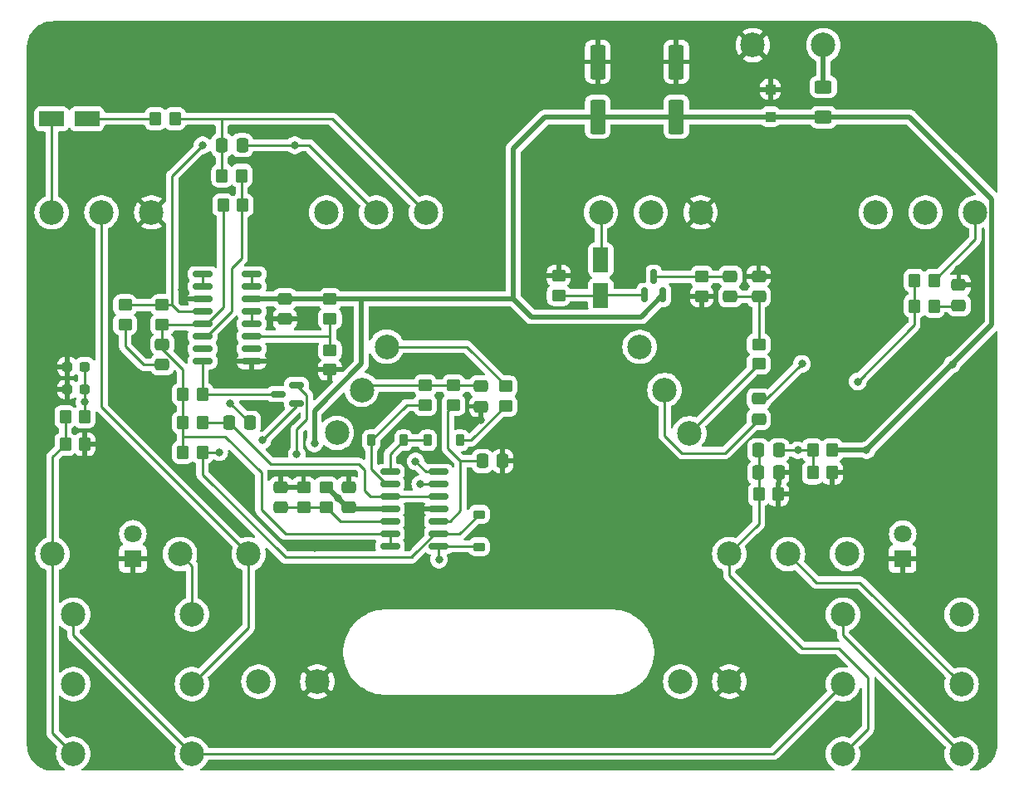
<source format=gbr>
%TF.GenerationSoftware,KiCad,Pcbnew,7.0.1*%
%TF.CreationDate,2023-11-18T18:03:43+02:00*%
%TF.ProjectId,Punainen Husse,50756e61-696e-4656-9e20-48757373652e,rev?*%
%TF.SameCoordinates,Original*%
%TF.FileFunction,Copper,L2,Bot*%
%TF.FilePolarity,Positive*%
%FSLAX46Y46*%
G04 Gerber Fmt 4.6, Leading zero omitted, Abs format (unit mm)*
G04 Created by KiCad (PCBNEW 7.0.1) date 2023-11-18 18:03:43*
%MOMM*%
%LPD*%
G01*
G04 APERTURE LIST*
G04 Aperture macros list*
%AMRoundRect*
0 Rectangle with rounded corners*
0 $1 Rounding radius*
0 $2 $3 $4 $5 $6 $7 $8 $9 X,Y pos of 4 corners*
0 Add a 4 corners polygon primitive as box body*
4,1,4,$2,$3,$4,$5,$6,$7,$8,$9,$2,$3,0*
0 Add four circle primitives for the rounded corners*
1,1,$1+$1,$2,$3*
1,1,$1+$1,$4,$5*
1,1,$1+$1,$6,$7*
1,1,$1+$1,$8,$9*
0 Add four rect primitives between the rounded corners*
20,1,$1+$1,$2,$3,$4,$5,0*
20,1,$1+$1,$4,$5,$6,$7,0*
20,1,$1+$1,$6,$7,$8,$9,0*
20,1,$1+$1,$8,$9,$2,$3,0*%
G04 Aperture macros list end*
%TA.AperFunction,ComponentPad*%
%ADD10C,2.500000*%
%TD*%
%TA.AperFunction,SMDPad,CuDef*%
%ADD11RoundRect,0.250000X-0.450000X0.350000X-0.450000X-0.350000X0.450000X-0.350000X0.450000X0.350000X0*%
%TD*%
%TA.AperFunction,SMDPad,CuDef*%
%ADD12RoundRect,0.237500X0.287500X0.237500X-0.287500X0.237500X-0.287500X-0.237500X0.287500X-0.237500X0*%
%TD*%
%TA.AperFunction,SMDPad,CuDef*%
%ADD13RoundRect,0.250000X0.350000X0.450000X-0.350000X0.450000X-0.350000X-0.450000X0.350000X-0.450000X0*%
%TD*%
%TA.AperFunction,SMDPad,CuDef*%
%ADD14RoundRect,0.250000X-0.625000X0.400000X-0.625000X-0.400000X0.625000X-0.400000X0.625000X0.400000X0*%
%TD*%
%TA.AperFunction,SMDPad,CuDef*%
%ADD15RoundRect,0.250000X-0.337500X-0.475000X0.337500X-0.475000X0.337500X0.475000X-0.337500X0.475000X0*%
%TD*%
%TA.AperFunction,SMDPad,CuDef*%
%ADD16RoundRect,0.250000X0.450000X-0.350000X0.450000X0.350000X-0.450000X0.350000X-0.450000X-0.350000X0*%
%TD*%
%TA.AperFunction,SMDPad,CuDef*%
%ADD17RoundRect,0.250000X0.550000X-1.500000X0.550000X1.500000X-0.550000X1.500000X-0.550000X-1.500000X0*%
%TD*%
%TA.AperFunction,SMDPad,CuDef*%
%ADD18RoundRect,0.150000X0.150000X-0.587500X0.150000X0.587500X-0.150000X0.587500X-0.150000X-0.587500X0*%
%TD*%
%TA.AperFunction,SMDPad,CuDef*%
%ADD19RoundRect,0.250000X-0.350000X-0.450000X0.350000X-0.450000X0.350000X0.450000X-0.350000X0.450000X0*%
%TD*%
%TA.AperFunction,SMDPad,CuDef*%
%ADD20RoundRect,0.250000X-0.475000X0.337500X-0.475000X-0.337500X0.475000X-0.337500X0.475000X0.337500X0*%
%TD*%
%TA.AperFunction,SMDPad,CuDef*%
%ADD21RoundRect,0.250000X0.300000X-0.300000X0.300000X0.300000X-0.300000X0.300000X-0.300000X-0.300000X0*%
%TD*%
%TA.AperFunction,SMDPad,CuDef*%
%ADD22RoundRect,0.150000X-0.825000X-0.150000X0.825000X-0.150000X0.825000X0.150000X-0.825000X0.150000X0*%
%TD*%
%TA.AperFunction,SMDPad,CuDef*%
%ADD23RoundRect,0.225000X-0.375000X0.225000X-0.375000X-0.225000X0.375000X-0.225000X0.375000X0.225000X0*%
%TD*%
%TA.AperFunction,SMDPad,CuDef*%
%ADD24RoundRect,0.250000X0.475000X-0.337500X0.475000X0.337500X-0.475000X0.337500X-0.475000X-0.337500X0*%
%TD*%
%TA.AperFunction,ComponentPad*%
%ADD25R,1.800000X1.800000*%
%TD*%
%TA.AperFunction,ComponentPad*%
%ADD26C,1.800000*%
%TD*%
%TA.AperFunction,SMDPad,CuDef*%
%ADD27RoundRect,0.225000X-0.225000X-0.375000X0.225000X-0.375000X0.225000X0.375000X-0.225000X0.375000X0*%
%TD*%
%TA.AperFunction,SMDPad,CuDef*%
%ADD28RoundRect,0.250000X0.550000X-1.050000X0.550000X1.050000X-0.550000X1.050000X-0.550000X-1.050000X0*%
%TD*%
%TA.AperFunction,SMDPad,CuDef*%
%ADD29RoundRect,0.237500X-0.287500X-0.237500X0.287500X-0.237500X0.287500X0.237500X-0.287500X0.237500X0*%
%TD*%
%TA.AperFunction,SMDPad,CuDef*%
%ADD30RoundRect,0.150000X0.587500X0.150000X-0.587500X0.150000X-0.587500X-0.150000X0.587500X-0.150000X0*%
%TD*%
%TA.AperFunction,SMDPad,CuDef*%
%ADD31RoundRect,0.250000X1.050000X0.550000X-1.050000X0.550000X-1.050000X-0.550000X1.050000X-0.550000X0*%
%TD*%
%TA.AperFunction,SMDPad,CuDef*%
%ADD32RoundRect,0.150000X-0.850000X-0.150000X0.850000X-0.150000X0.850000X0.150000X-0.850000X0.150000X0*%
%TD*%
%TA.AperFunction,ViaPad*%
%ADD33C,0.800000*%
%TD*%
%TA.AperFunction,Conductor*%
%ADD34C,0.250000*%
%TD*%
%TA.AperFunction,Conductor*%
%ADD35C,0.500000*%
%TD*%
G04 APERTURE END LIST*
D10*
%TO.P,TP6,1,1*%
%TO.N,IN_red_pcb*%
X179000000Y-116000000D03*
%TD*%
%TO.P,TP1,1,1*%
%TO.N,OUT_red*%
X174000000Y-129000000D03*
%TD*%
%TO.P,TP9,1,1*%
%TO.N,OUT_engi_pcb*%
X130000000Y-116000000D03*
%TD*%
%TO.P,TP10,1,1*%
%TO.N,IN_engi_pcb*%
X110000000Y-116000000D03*
%TD*%
%TO.P,TP12,1,1*%
%TO.N,Net-(R22-Pad1)*%
X188600000Y-64100000D03*
%TD*%
%TO.P,TP2,1,1*%
%TO.N,IN_engi*%
X131000000Y-129000000D03*
%TD*%
%TO.P,TP8,1,1*%
%TO.N,FS_engi*%
X123000000Y-116000000D03*
%TD*%
%TO.P,TP5,1,1*%
%TO.N,OUT_red_pcb*%
X185000000Y-116000000D03*
%TD*%
%TO.P,TP7,1,1*%
%TO.N,FS_red*%
X191000000Y-116000000D03*
%TD*%
%TO.P,TP3,1,1*%
%TO.N,GND*%
X137000000Y-129000000D03*
%TD*%
%TO.P,TP4,1,1*%
%TO.N,GND*%
X179000000Y-129000000D03*
%TD*%
%TO.P,TP11,1,1*%
%TO.N,GND*%
X181400000Y-64100000D03*
%TD*%
D11*
%TO.P,R27,1*%
%TO.N,+9V*%
X137900000Y-109200000D03*
%TO.P,R27,2*%
%TO.N,Net-(U1A-+)*%
X137900000Y-111200000D03*
%TD*%
D12*
%TO.P,LED2,1,K*%
%TO.N,Net-(LED2-K)*%
X113275000Y-99200000D03*
%TO.P,LED2,2,A*%
%TO.N,GND*%
X111525000Y-99200000D03*
%TD*%
D13*
%TO.P,R4,1*%
%TO.N,+9V*%
X189500000Y-105400000D03*
%TO.P,R4,2*%
%TO.N,Net-(U2-+)*%
X187500000Y-105400000D03*
%TD*%
D14*
%TO.P,R22,1*%
%TO.N,Net-(R22-Pad1)*%
X188600000Y-68350000D03*
%TO.P,R22,2*%
%TO.N,+9V*%
X188600000Y-71450000D03*
%TD*%
D15*
%TO.P,C2,1*%
%TO.N,IN_red_pcb*%
X181962500Y-105400000D03*
%TO.P,C2,2*%
%TO.N,Net-(U2-+)*%
X184037500Y-105400000D03*
%TD*%
D13*
%TO.P,R7,1*%
%TO.N,Net-(R7-Pad1)*%
X199877976Y-88100000D03*
%TO.P,R7,2*%
%TO.N,Net-(LED5-K)*%
X197877976Y-88100000D03*
%TD*%
D16*
%TO.P,R10,1*%
%TO.N,Net-(C6-Pad1)*%
X117400000Y-92600000D03*
%TO.P,R10,2*%
%TO.N,Net-(U1C--)*%
X117400000Y-90600000D03*
%TD*%
D17*
%TO.P,C20,1*%
%TO.N,+9V*%
X165600000Y-71400000D03*
%TO.P,C20,2*%
%TO.N,GND*%
X165600000Y-65800000D03*
%TD*%
D16*
%TO.P,R17,1*%
%TO.N,Net-(Q1-S)*%
X161600000Y-89600000D03*
%TO.P,R17,2*%
%TO.N,GND*%
X161600000Y-87600000D03*
%TD*%
D10*
%TO.P,Rv3,1,1*%
%TO.N,GND*%
X176080000Y-81150000D03*
%TO.P,Rv3,2,2*%
%TO.N,OUT_red_pcb*%
X171000000Y-81150000D03*
%TO.P,Rv3,3,3*%
%TO.N,Net-(C14-Pad2)*%
X165920000Y-81150000D03*
%TD*%
D13*
%TO.P,R21,1*%
%TO.N,Net-(C9-Pad1)*%
X122500000Y-71600000D03*
%TO.P,R21,2*%
%TO.N,Net-(C15-Pad1)*%
X120500000Y-71600000D03*
%TD*%
D18*
%TO.P,Q1,1,D*%
%TO.N,+9V*%
X172250000Y-89575000D03*
%TO.P,Q1,2,S*%
%TO.N,Net-(Q1-S)*%
X170350000Y-89575000D03*
%TO.P,Q1,3,G*%
%TO.N,Net-(Q1-G)*%
X171300000Y-87700000D03*
%TD*%
D19*
%TO.P,R8,1*%
%TO.N,+5V*%
X123300000Y-102600000D03*
%TO.P,R8,2*%
%TO.N,Net-(U1B-+)*%
X125300000Y-102600000D03*
%TD*%
%TO.P,R16,1*%
%TO.N,+5V*%
X123300000Y-105600000D03*
%TO.P,R16,2*%
%TO.N,Net-(D3-K)*%
X125300000Y-105600000D03*
%TD*%
D20*
%TO.P,C12,1*%
%TO.N,Net-(Q1-G)*%
X179100000Y-87662500D03*
%TO.P,C12,2*%
%TO.N,Net-(C11-Pad1)*%
X179100000Y-89737500D03*
%TD*%
D19*
%TO.P,R6,1*%
%TO.N,Net-(LED5-K)*%
X197877976Y-90700000D03*
%TO.P,R6,2*%
%TO.N,Net-(C4-Pad1)*%
X199877976Y-90700000D03*
%TD*%
D10*
%TO.P,SW2,1,A*%
%TO.N,IN_engi_pcb*%
X112120000Y-136360000D03*
%TO.P,SW2,2,B*%
%TO.N,IN_engi*%
X112120000Y-129260000D03*
%TO.P,SW2,3,C*%
%TO.N,IN_red*%
X112120000Y-122160000D03*
%TO.P,SW2,4,A*%
%TO.N,FS_engi*%
X124220000Y-122160000D03*
%TO.P,SW2,5,B*%
%TO.N,OUT_engi_pcb*%
X124220000Y-129260000D03*
%TO.P,SW2,6,C*%
%TO.N,IN_red*%
X124220000Y-136360000D03*
%TD*%
D16*
%TO.P,R12,1*%
%TO.N,+5V*%
X121200000Y-92600000D03*
%TO.P,R12,2*%
%TO.N,Net-(U1C--)*%
X121200000Y-90600000D03*
%TD*%
D21*
%TO.P,D6,1,K*%
%TO.N,+9V*%
X183200000Y-71400000D03*
%TO.P,D6,2,A*%
%TO.N,GND*%
X183200000Y-68600000D03*
%TD*%
D19*
%TO.P,R2,1*%
%TO.N,IN_red_pcb*%
X182000000Y-109900000D03*
%TO.P,R2,2*%
%TO.N,GND*%
X184000000Y-109900000D03*
%TD*%
D22*
%TO.P,U1,1*%
%TO.N,+5V*%
X144425000Y-115210000D03*
%TO.P,U1,2,-*%
X144425000Y-113940000D03*
%TO.P,U1,3,+*%
%TO.N,Net-(U1A-+)*%
X144425000Y-112670000D03*
%TO.P,U1,4,V+*%
%TO.N,+9V*%
X144425000Y-111400000D03*
%TO.P,U1,5,+*%
%TO.N,Net-(U1B-+)*%
X144425000Y-110130000D03*
%TO.P,U1,6,-*%
%TO.N,Net-(D1-K)*%
X144425000Y-108860000D03*
%TO.P,U1,7*%
%TO.N,Net-(D1-A)*%
X144425000Y-107590000D03*
%TO.P,U1,8*%
%TO.N,Net-(C9-Pad1)*%
X149375000Y-107590000D03*
%TO.P,U1,9,-*%
%TO.N,Net-(U1C--)*%
X149375000Y-108860000D03*
%TO.P,U1,10,+*%
%TO.N,Net-(U1B-+)*%
X149375000Y-110130000D03*
%TO.P,U1,11,V-*%
%TO.N,GND*%
X149375000Y-111400000D03*
%TO.P,U1,12,+*%
%TO.N,Net-(U1D-+)*%
X149375000Y-112670000D03*
%TO.P,U1,13,-*%
%TO.N,Net-(D3-K)*%
X149375000Y-113940000D03*
%TO.P,U1,14*%
%TO.N,Net-(D3-A)*%
X149375000Y-115210000D03*
%TD*%
D23*
%TO.P,D3,1,K*%
%TO.N,Net-(D3-K)*%
X153500000Y-111950000D03*
%TO.P,D3,2,A*%
%TO.N,Net-(D3-A)*%
X153500000Y-115250000D03*
%TD*%
D24*
%TO.P,C8,1*%
%TO.N,Net-(C8-Pad1)*%
X182000000Y-102237500D03*
%TO.P,C8,2*%
%TO.N,Net-(LED5-A)*%
X182000000Y-100162500D03*
%TD*%
D25*
%TO.P,LED8,1,K*%
%TO.N,GND*%
X118200000Y-116475000D03*
D26*
%TO.P,LED8,2,A*%
%TO.N,Net-(LED8-A)*%
X118200000Y-113935000D03*
%TD*%
D16*
%TO.P,R11,1*%
%TO.N,Net-(D2-A)*%
X156200000Y-100900000D03*
%TO.P,R11,2*%
%TO.N,Net-(R11-Pad2)*%
X156200000Y-98900000D03*
%TD*%
D10*
%TO.P,SW1,1,A*%
%TO.N,IN_red_pcb*%
X190590000Y-136380000D03*
%TO.P,SW1,2,B*%
%TO.N,IN_red*%
X190590000Y-129280000D03*
%TO.P,SW1,3,C*%
%TO.N,OUT_red*%
X190590000Y-122180000D03*
%TO.P,SW1,4,A*%
%TO.N,FS_red*%
X202690000Y-122180000D03*
%TO.P,SW1,5,B*%
%TO.N,OUT_red_pcb*%
X202690000Y-129280000D03*
%TO.P,SW1,6,C*%
%TO.N,OUT_red*%
X202690000Y-136380000D03*
%TD*%
%TO.P,Rv6,1,1*%
%TO.N,GND*%
X120080000Y-81150000D03*
%TO.P,Rv6,2,2*%
%TO.N,OUT_engi_pcb*%
X115000000Y-81150000D03*
%TO.P,Rv6,3,3*%
%TO.N,Net-(C15-Pad2)*%
X109920000Y-81150000D03*
%TD*%
D15*
%TO.P,C1,1*%
%TO.N,IN_red_pcb*%
X181962500Y-107700000D03*
%TO.P,C1,2*%
%TO.N,GND*%
X184037500Y-107700000D03*
%TD*%
D27*
%TO.P,D2,1,K*%
%TO.N,Net-(D1-A)*%
X148250000Y-104400000D03*
%TO.P,D2,2,A*%
%TO.N,Net-(D2-A)*%
X151550000Y-104400000D03*
%TD*%
%TO.P,D1,1,K*%
%TO.N,Net-(D1-K)*%
X142500000Y-104400000D03*
%TO.P,D1,2,A*%
%TO.N,Net-(D1-A)*%
X145800000Y-104400000D03*
%TD*%
D28*
%TO.P,C14,1*%
%TO.N,Net-(Q1-S)*%
X165900000Y-89600000D03*
%TO.P,C14,2*%
%TO.N,Net-(C14-Pad2)*%
X165900000Y-86000000D03*
%TD*%
D17*
%TO.P,C19,1*%
%TO.N,+9V*%
X173600000Y-71400000D03*
%TO.P,C19,2*%
%TO.N,GND*%
X173600000Y-65800000D03*
%TD*%
D15*
%TO.P,C9,1*%
%TO.N,Net-(C9-Pad1)*%
X127262500Y-74300000D03*
%TO.P,C9,2*%
%TO.N,Net-(U1C--)*%
X129337500Y-74300000D03*
%TD*%
D10*
%TO.P,Rv5,1,1*%
%TO.N,Net-(C9-Pad1)*%
X148080000Y-81150000D03*
%TO.P,Rv5,2,2*%
%TO.N,Net-(U1C--)*%
X143000000Y-81150000D03*
%TO.P,Rv5,3,3*%
%TO.N,unconnected-(Rv5-Pad3)*%
X137920000Y-81150000D03*
%TD*%
%TO.P,Rv4,1,1*%
%TO.N,Net-(R11-Pad2)*%
X144078684Y-94845885D03*
%TO.P,Rv4,2,2*%
%TO.N,Net-(C7-Pad1)*%
X141538684Y-99245294D03*
%TO.P,Rv4,3,3*%
X138998684Y-103644703D03*
%TD*%
%TO.P,Rv2,1,1*%
%TO.N,Net-(R14-Pad1)*%
X174941316Y-103664703D03*
%TO.P,Rv2,2,2*%
%TO.N,Net-(C8-Pad1)*%
X172401316Y-99265294D03*
%TO.P,Rv2,3,3*%
X169861316Y-94865885D03*
%TD*%
D11*
%TO.P,R9,1*%
%TO.N,Net-(C7-Pad1)*%
X148000000Y-98800000D03*
%TO.P,R9,2*%
%TO.N,Net-(D1-K)*%
X148000000Y-100800000D03*
%TD*%
D19*
%TO.P,R20,1*%
%TO.N,+5V*%
X127400000Y-80400000D03*
%TO.P,R20,2*%
%TO.N,Net-(U3C-+)*%
X129400000Y-80400000D03*
%TD*%
D29*
%TO.P,LED3,1,K*%
%TO.N,GND*%
X111525000Y-96900000D03*
%TO.P,LED3,2,A*%
%TO.N,Net-(LED2-K)*%
X113275000Y-96900000D03*
%TD*%
D11*
%TO.P,R25,1*%
%TO.N,+9V*%
X138300000Y-90000000D03*
%TO.P,R25,2*%
%TO.N,Net-(U3A-+)*%
X138300000Y-92000000D03*
%TD*%
%TO.P,R15,1*%
%TO.N,Net-(Q1-G)*%
X176200000Y-87700000D03*
%TO.P,R15,2*%
%TO.N,GND*%
X176200000Y-89700000D03*
%TD*%
%TO.P,R26,1*%
%TO.N,Net-(U3A-+)*%
X138300000Y-95200000D03*
%TO.P,R26,2*%
%TO.N,GND*%
X138300000Y-97200000D03*
%TD*%
D20*
%TO.P,C7,1*%
%TO.N,Net-(C7-Pad1)*%
X153700000Y-98862500D03*
%TO.P,C7,2*%
%TO.N,GND*%
X153700000Y-100937500D03*
%TD*%
D24*
%TO.P,C4,1*%
%TO.N,Net-(C4-Pad1)*%
X202400000Y-90637500D03*
%TO.P,C4,2*%
%TO.N,GND*%
X202400000Y-88562500D03*
%TD*%
D19*
%TO.P,R5,1*%
%TO.N,Net-(U2-+)*%
X187500000Y-107700000D03*
%TO.P,R5,2*%
%TO.N,GND*%
X189500000Y-107700000D03*
%TD*%
D24*
%TO.P,C6,1*%
%TO.N,Net-(C6-Pad1)*%
X121200000Y-96675000D03*
%TO.P,C6,2*%
%TO.N,+5V*%
X121200000Y-94600000D03*
%TD*%
D25*
%TO.P,LED7,1,K*%
%TO.N,GND*%
X196680000Y-116495000D03*
D26*
%TO.P,LED7,2,A*%
%TO.N,Net-(LED7-A)*%
X196680000Y-113955000D03*
%TD*%
D19*
%TO.P,R3,1*%
%TO.N,IN_engi_pcb*%
X111300000Y-102000000D03*
%TO.P,R3,2*%
%TO.N,Net-(LED2-K)*%
X113300000Y-102000000D03*
%TD*%
D24*
%TO.P,C22,1*%
%TO.N,+9V*%
X140200000Y-111237500D03*
%TO.P,C22,2*%
%TO.N,GND*%
X140200000Y-109162500D03*
%TD*%
D19*
%TO.P,R1,1*%
%TO.N,IN_engi_pcb*%
X111300000Y-104800000D03*
%TO.P,R1,2*%
%TO.N,GND*%
X113300000Y-104800000D03*
%TD*%
%TO.P,R18,1*%
%TO.N,+5V*%
X123300000Y-99700000D03*
%TO.P,R18,2*%
%TO.N,Net-(Q2-C)*%
X125300000Y-99700000D03*
%TD*%
D15*
%TO.P,C10,1*%
%TO.N,Net-(U1D-+)*%
X153825000Y-106500000D03*
%TO.P,C10,2*%
%TO.N,GND*%
X155900000Y-106500000D03*
%TD*%
D13*
%TO.P,R19,1*%
%TO.N,Net-(U3C-+)*%
X129300000Y-77400000D03*
%TO.P,R19,2*%
%TO.N,Net-(C9-Pad1)*%
X127300000Y-77400000D03*
%TD*%
D20*
%TO.P,C21,1*%
%TO.N,GND*%
X133300000Y-109162500D03*
%TO.P,C21,2*%
%TO.N,Net-(U1A-+)*%
X133300000Y-111237500D03*
%TD*%
D15*
%TO.P,C3,1*%
%TO.N,Net-(U1B-+)*%
X128062500Y-102600000D03*
%TO.P,C3,2*%
%TO.N,Net-(LED2-K)*%
X130137500Y-102600000D03*
%TD*%
D30*
%TO.P,Q2,1,B*%
%TO.N,Net-(D3-A)*%
X134875000Y-98750000D03*
%TO.P,Q2,2,E*%
%TO.N,Net-(D3-K)*%
X134875000Y-100650000D03*
%TO.P,Q2,3,C*%
%TO.N,Net-(Q2-C)*%
X133000000Y-99700000D03*
%TD*%
D16*
%TO.P,R14,1*%
%TO.N,Net-(R14-Pad1)*%
X182000000Y-96600000D03*
%TO.P,R14,2*%
%TO.N,Net-(C11-Pad1)*%
X182000000Y-94600000D03*
%TD*%
D31*
%TO.P,C15,1*%
%TO.N,Net-(C15-Pad1)*%
X113520000Y-71600000D03*
%TO.P,C15,2*%
%TO.N,Net-(C15-Pad2)*%
X109920000Y-71600000D03*
%TD*%
D16*
%TO.P,R28,1*%
%TO.N,Net-(U1A-+)*%
X135600000Y-111200000D03*
%TO.P,R28,2*%
%TO.N,GND*%
X135600000Y-109200000D03*
%TD*%
D32*
%TO.P,U3,1*%
%TO.N,Net-(Q2-C)*%
X125297500Y-96350000D03*
%TO.P,U3,2,DIODE_BIAS*%
%TO.N,unconnected-(U3C-DIODE_BIAS-Pad2)*%
X125297500Y-95080000D03*
%TO.P,U3,3,+*%
%TO.N,Net-(U3C-+)*%
X125297500Y-93810000D03*
%TO.P,U3,4,-*%
%TO.N,+5V*%
X125297500Y-92540000D03*
%TO.P,U3,5*%
%TO.N,Net-(U1C--)*%
X125297500Y-91270000D03*
%TO.P,U3,6,V-*%
%TO.N,GND*%
X125297500Y-90000000D03*
%TO.P,U3,7*%
%TO.N,Net-(U3-Pad7)*%
X125297500Y-88730000D03*
%TO.P,U3,8*%
X125297500Y-87460000D03*
%TO.P,U3,9*%
%TO.N,Net-(U3-Pad10)*%
X130297500Y-87460000D03*
%TO.P,U3,10*%
X130297500Y-88730000D03*
%TO.P,U3,11,V+*%
%TO.N,+9V*%
X130297500Y-90000000D03*
%TO.P,U3,12*%
%TO.N,Net-(U3A--)*%
X130297500Y-91270000D03*
%TO.P,U3,13,-*%
X130297500Y-92540000D03*
%TO.P,U3,14,+*%
%TO.N,Net-(U3A-+)*%
X130297500Y-93810000D03*
%TO.P,U3,15,DIODE_BIAS*%
%TO.N,unconnected-(U3A-DIODE_BIAS-Pad15)*%
X130297500Y-95080000D03*
%TO.P,U3,16*%
%TO.N,GND*%
X130297500Y-96350000D03*
%TD*%
D20*
%TO.P,C23,1*%
%TO.N,+9V*%
X133700000Y-89962500D03*
%TO.P,C23,2*%
%TO.N,GND*%
X133700000Y-92037500D03*
%TD*%
D11*
%TO.P,R13,1*%
%TO.N,Net-(C7-Pad1)*%
X150900000Y-98800000D03*
%TO.P,R13,2*%
%TO.N,Net-(U1D-+)*%
X150900000Y-100800000D03*
%TD*%
D10*
%TO.P,Rv1,1,1*%
%TO.N,Net-(R7-Pad1)*%
X204080000Y-81150000D03*
%TO.P,Rv1,2,2*%
%TO.N,Net-(LED5-A)*%
X199000000Y-81150000D03*
%TO.P,Rv1,3,3*%
X193920000Y-81150000D03*
%TD*%
D24*
%TO.P,C11,1*%
%TO.N,Net-(C11-Pad1)*%
X182000000Y-89737500D03*
%TO.P,C11,2*%
%TO.N,GND*%
X182000000Y-87662500D03*
%TD*%
D33*
%TO.N,GND*%
X144500000Y-86500000D03*
X136700000Y-115400000D03*
X172700000Y-86300000D03*
X199500000Y-130000000D03*
X113000000Y-118500000D03*
X116600000Y-133200000D03*
X182600000Y-85600000D03*
X150500000Y-95900000D03*
X148300000Y-102300000D03*
X110200000Y-98000000D03*
X149500000Y-91500000D03*
X145100000Y-97100000D03*
X140200000Y-107800000D03*
X193900000Y-102200000D03*
X144500000Y-91500000D03*
X123100000Y-93900000D03*
X189100000Y-101000000D03*
X146900000Y-111400000D03*
X180400000Y-108800000D03*
X159800000Y-87200000D03*
X133300000Y-107800000D03*
X136600000Y-92100000D03*
X137800000Y-77800000D03*
X120000000Y-129000000D03*
X116600000Y-105000000D03*
X182000000Y-116500000D03*
X119100000Y-94100000D03*
X136600000Y-97200000D03*
X131900000Y-102000000D03*
X203800000Y-100500000D03*
X155900000Y-108100000D03*
X174500000Y-89800000D03*
X202400000Y-86900000D03*
X196600000Y-133000000D03*
X133800000Y-103500000D03*
X127900000Y-96400000D03*
X129100000Y-109100000D03*
X141700000Y-102000000D03*
X186000000Y-108800000D03*
X179000000Y-93000000D03*
X136750000Y-107800000D03*
X179000000Y-102500000D03*
X153700000Y-102300000D03*
X191000000Y-133000000D03*
X123200000Y-89000000D03*
X149500000Y-86500000D03*
X119000000Y-118500000D03*
%TO.N,Net-(LED5-A)*%
X186400000Y-96600000D03*
%TO.N,Net-(U2-+)*%
X186000000Y-105400000D03*
%TO.N,Net-(U1C--)*%
X125300000Y-74300000D03*
X134700000Y-74300000D03*
X147500000Y-108860000D03*
%TO.N,+9V*%
X201735000Y-96665000D03*
X139100000Y-110300000D03*
X193002082Y-105400000D03*
X136700000Y-104700000D03*
%TO.N,Net-(D3-K)*%
X127000000Y-105600000D03*
X131400000Y-104400000D03*
%TO.N,Net-(D3-A)*%
X149400000Y-116550000D03*
X134900000Y-105800000D03*
%TO.N,Net-(LED5-K)*%
X192100000Y-98400000D03*
%TO.N,Net-(LED2-K)*%
X128137500Y-100600000D03*
X113275000Y-100500000D03*
%TO.N,Net-(C9-Pad1)*%
X147024500Y-106550000D03*
%TD*%
D34*
%TO.N,Net-(D3-A)*%
X149375000Y-116525000D02*
X149400000Y-116550000D01*
X149375000Y-115210000D02*
X149375000Y-116525000D01*
%TO.N,Net-(C9-Pad1)*%
X148064500Y-107590000D02*
X149375000Y-107590000D01*
X147024500Y-106550000D02*
X148064500Y-107590000D01*
%TO.N,Net-(U1C--)*%
X149375000Y-108860000D02*
X147500000Y-108860000D01*
X129337500Y-74300000D02*
X134700000Y-74300000D01*
X136150000Y-74300000D02*
X143000000Y-81150000D01*
X134700000Y-74300000D02*
X136150000Y-74300000D01*
%TO.N,IN_red_pcb*%
X179000000Y-115900000D02*
X179000000Y-116000000D01*
X193150000Y-133820000D02*
X190590000Y-136380000D01*
X182000000Y-112900000D02*
X179000000Y-115900000D01*
X179000000Y-118150000D02*
X186450000Y-125600000D01*
X186450000Y-125600000D02*
X190200000Y-125600000D01*
X182000000Y-105437500D02*
X181962500Y-105400000D01*
X179000000Y-116000000D02*
X179000000Y-118150000D01*
X193150000Y-128550000D02*
X193150000Y-133820000D01*
X182000000Y-109900000D02*
X182000000Y-105437500D01*
X190200000Y-125600000D02*
X193150000Y-128550000D01*
X182000000Y-109900000D02*
X182000000Y-112900000D01*
%TO.N,Net-(C7-Pad1)*%
X141983978Y-98800000D02*
X141538684Y-99245294D01*
X153700000Y-98800000D02*
X148000000Y-98800000D01*
X148000000Y-98800000D02*
X141983978Y-98800000D01*
%TO.N,Net-(C8-Pad1)*%
X172401316Y-103901316D02*
X172401316Y-99265294D01*
X182000000Y-102237500D02*
X178537500Y-105700000D01*
X178537500Y-105700000D02*
X174200000Y-105700000D01*
X174200000Y-105700000D02*
X172401316Y-103901316D01*
%TO.N,Net-(LED5-A)*%
X182000000Y-100162500D02*
X182837500Y-100162500D01*
X182837500Y-100162500D02*
X186400000Y-96600000D01*
%TO.N,Net-(U2-+)*%
X186000000Y-105400000D02*
X187500000Y-105400000D01*
X184037500Y-105400000D02*
X186000000Y-105400000D01*
X187500000Y-107700000D02*
X187500000Y-105400000D01*
%TO.N,Net-(U1C--)*%
X121200000Y-90600000D02*
X122200000Y-90600000D01*
X122200000Y-90600000D02*
X122870000Y-91270000D01*
X117400000Y-90600000D02*
X121200000Y-90600000D01*
X122200000Y-77400000D02*
X125300000Y-74300000D01*
X122200000Y-90600000D02*
X122200000Y-77400000D01*
X122870000Y-91270000D02*
X125297500Y-91270000D01*
%TO.N,Net-(C15-Pad2)*%
X109920000Y-81150000D02*
X109920000Y-71600000D01*
%TO.N,FS_engi*%
X124220000Y-122160000D02*
X124220000Y-117220000D01*
X124220000Y-117220000D02*
X123000000Y-116000000D01*
%TO.N,IN_engi_pcb*%
X110000000Y-106100000D02*
X110000000Y-116000000D01*
X112120000Y-136360000D02*
X110000000Y-134240000D01*
X110000000Y-134240000D02*
X110000000Y-116000000D01*
X111300000Y-104800000D02*
X111300000Y-102000000D01*
X111300000Y-104800000D02*
X110000000Y-106100000D01*
%TO.N,Net-(R11-Pad2)*%
X156200000Y-98800000D02*
X152245885Y-94845885D01*
X152245885Y-94845885D02*
X144078684Y-94845885D01*
%TO.N,Net-(R14-Pad1)*%
X182000000Y-96606019D02*
X182000000Y-96600000D01*
X174941316Y-103664703D02*
X182000000Y-96606019D01*
%TO.N,OUT_red_pcb*%
X192310000Y-118900000D02*
X202690000Y-129280000D01*
X185000000Y-116000000D02*
X187900000Y-118900000D01*
X187900000Y-118900000D02*
X192310000Y-118900000D01*
%TO.N,OUT_engi_pcb*%
X124220000Y-129260000D02*
X130000000Y-123480000D01*
X115000000Y-81150000D02*
X115000000Y-101000000D01*
X115000000Y-101000000D02*
X130000000Y-116000000D01*
X130000000Y-123480000D02*
X130000000Y-116000000D01*
%TO.N,IN_red*%
X183510000Y-136360000D02*
X190590000Y-129280000D01*
X124220000Y-136360000D02*
X183510000Y-136360000D01*
X112120000Y-124260000D02*
X124220000Y-136360000D01*
X112120000Y-122160000D02*
X112120000Y-124260000D01*
%TO.N,OUT_red*%
X190590000Y-124280000D02*
X202690000Y-136380000D01*
X190590000Y-122180000D02*
X190590000Y-124280000D01*
%TO.N,Net-(C14-Pad2)*%
X165920000Y-85980000D02*
X165920000Y-81150000D01*
X165900000Y-86000000D02*
X165920000Y-85980000D01*
%TO.N,Net-(U1B-+)*%
X132262500Y-106800000D02*
X141200000Y-106800000D01*
X128062500Y-102600000D02*
X125300000Y-102600000D01*
X128062500Y-102600000D02*
X132262500Y-106800000D01*
X141200000Y-106800000D02*
X141800000Y-107400000D01*
X141800000Y-109500000D02*
X142430000Y-110130000D01*
X144425000Y-110130000D02*
X149375000Y-110130000D01*
X141800000Y-107400000D02*
X141800000Y-109500000D01*
X142430000Y-110130000D02*
X144425000Y-110130000D01*
%TO.N,Net-(C4-Pad1)*%
X202400000Y-90700000D02*
X199877976Y-90700000D01*
D35*
%TO.N,+9V*%
X191800000Y-71400000D02*
X191750000Y-71450000D01*
X140200000Y-111400000D02*
X144425000Y-111400000D01*
X156962500Y-89962500D02*
X158800000Y-91800000D01*
X205780000Y-79780000D02*
X205780000Y-92622082D01*
X130297500Y-90000000D02*
X133662500Y-90000000D01*
X191800000Y-71400000D02*
X197400000Y-71400000D01*
X141500000Y-89962500D02*
X156962500Y-89962500D01*
X205780000Y-92622082D02*
X193002082Y-105400000D01*
X160234164Y-71400000D02*
X156962500Y-74671664D01*
X156962500Y-74671664D02*
X156962500Y-89962500D01*
X138300000Y-89962500D02*
X141500000Y-89962500D01*
X133662500Y-90000000D02*
X133700000Y-89962500D01*
X158800000Y-91800000D02*
X170025000Y-91800000D01*
X137900000Y-109200000D02*
X138000000Y-109200000D01*
X170025000Y-91800000D02*
X172250000Y-89575000D01*
X184200000Y-71400000D02*
X191800000Y-71400000D01*
X141500000Y-96600000D02*
X141500000Y-89962500D01*
X191750000Y-71450000D02*
X188600000Y-71450000D01*
X136700000Y-101400000D02*
X136700000Y-104700000D01*
X138000000Y-109200000D02*
X140200000Y-111400000D01*
X193002082Y-105400000D02*
X189500000Y-105400000D01*
X160234164Y-71400000D02*
X161400000Y-71400000D01*
X141500000Y-96600000D02*
X136700000Y-101400000D01*
X177800000Y-71400000D02*
X184200000Y-71400000D01*
X133700000Y-89962500D02*
X138300000Y-89962500D01*
X183200000Y-71400000D02*
X184200000Y-71400000D01*
X161400000Y-71400000D02*
X177800000Y-71400000D01*
X197400000Y-71400000D02*
X205780000Y-79780000D01*
X161400000Y-71400000D02*
X165600000Y-71400000D01*
D34*
%TO.N,Net-(C6-Pad1)*%
X119275000Y-96675000D02*
X121200000Y-96675000D01*
X117400000Y-94800000D02*
X119275000Y-96675000D01*
X117400000Y-92600000D02*
X117400000Y-94800000D01*
%TO.N,+5V*%
X125237500Y-92600000D02*
X125297500Y-92540000D01*
X133740000Y-113940000D02*
X131300000Y-111500000D01*
X123300000Y-105600000D02*
X123300000Y-104000000D01*
X121200000Y-94600000D02*
X121200000Y-95049327D01*
X125297500Y-92540000D02*
X125699251Y-92540000D01*
X123300000Y-104000000D02*
X123300000Y-99700000D01*
X144425000Y-115210000D02*
X144425000Y-113940000D01*
X121200000Y-95049327D02*
X123300000Y-97149327D01*
X121200000Y-92600000D02*
X125237500Y-92600000D01*
X127400000Y-90839251D02*
X127400000Y-80400000D01*
X125699251Y-92540000D02*
X127400000Y-90839251D01*
X131300000Y-111500000D02*
X131300000Y-107700000D01*
X127600000Y-104000000D02*
X123300000Y-104000000D01*
X123300000Y-97149327D02*
X123300000Y-99700000D01*
X131300000Y-107700000D02*
X127600000Y-104000000D01*
X121200000Y-94600000D02*
X121200000Y-92600000D01*
X144425000Y-113940000D02*
X133740000Y-113940000D01*
%TO.N,Net-(U1D-+)*%
X153825000Y-106500000D02*
X151600000Y-106500000D01*
X151600000Y-111600000D02*
X151600000Y-106500000D01*
X150530000Y-112670000D02*
X151600000Y-111600000D01*
X150300000Y-101400000D02*
X150900000Y-100800000D01*
X150300000Y-105200000D02*
X150300000Y-101400000D01*
X149375000Y-112670000D02*
X150530000Y-112670000D01*
X151600000Y-106500000D02*
X150300000Y-105200000D01*
%TO.N,Net-(C11-Pad1)*%
X182000000Y-89737500D02*
X179100000Y-89737500D01*
X182000000Y-94600000D02*
X182000000Y-89737500D01*
%TO.N,Net-(Q1-G)*%
X171300000Y-87700000D02*
X176200000Y-87700000D01*
X176200000Y-87700000D02*
X179062500Y-87700000D01*
X179062500Y-87700000D02*
X179100000Y-87662500D01*
%TO.N,Net-(Q1-S)*%
X161600000Y-89600000D02*
X165900000Y-89600000D01*
X165925000Y-89575000D02*
X170350000Y-89575000D01*
X165900000Y-89600000D02*
X165925000Y-89575000D01*
%TO.N,Net-(C15-Pad1)*%
X113520000Y-71600000D02*
X120500000Y-71600000D01*
%TO.N,Net-(U1A-+)*%
X137900000Y-111200000D02*
X139370000Y-112670000D01*
X137862500Y-111237500D02*
X137900000Y-111200000D01*
X139370000Y-112670000D02*
X144425000Y-112670000D01*
X133300000Y-111237500D02*
X137862500Y-111237500D01*
%TO.N,Net-(D1-K)*%
X142500000Y-107311751D02*
X142500000Y-104400000D01*
X144425000Y-108860000D02*
X144048249Y-108860000D01*
X146100000Y-100800000D02*
X148000000Y-100800000D01*
X142500000Y-104400000D02*
X146100000Y-100800000D01*
X144048249Y-108860000D02*
X142500000Y-107311751D01*
%TO.N,Net-(D1-A)*%
X145800000Y-104400000D02*
X144425000Y-105775000D01*
X148250000Y-104400000D02*
X145800000Y-104400000D01*
X144425000Y-105775000D02*
X144425000Y-107590000D01*
%TO.N,Net-(D2-A)*%
X156200000Y-100900000D02*
X152700000Y-104400000D01*
X152700000Y-104400000D02*
X151550000Y-104400000D01*
%TO.N,Net-(D3-K)*%
X125300000Y-105600000D02*
X127000000Y-105600000D01*
X125300000Y-107900000D02*
X133738249Y-116338249D01*
X148998249Y-113940000D02*
X149375000Y-113940000D01*
X151510000Y-113940000D02*
X149375000Y-113940000D01*
X131400000Y-104400000D02*
X134875000Y-100925000D01*
X146600000Y-116338249D02*
X147019124Y-115919124D01*
X134875000Y-100925000D02*
X134875000Y-100650000D01*
X153500000Y-111950000D02*
X151510000Y-113940000D01*
X133738249Y-116338249D02*
X146600000Y-116338249D01*
X147019124Y-115919124D02*
X148998249Y-113940000D01*
X146650000Y-116288248D02*
X147019124Y-115919124D01*
X125300000Y-105600000D02*
X125300000Y-107900000D01*
%TO.N,Net-(D3-A)*%
X135937500Y-102262500D02*
X135937500Y-99812500D01*
X149375000Y-115210000D02*
X153500000Y-115210000D01*
X134900000Y-103300000D02*
X135937500Y-102262500D01*
X134900000Y-105800000D02*
X134900000Y-103300000D01*
X135937500Y-99812500D02*
X134875000Y-98750000D01*
%TO.N,Net-(LED5-K)*%
X197877976Y-90700000D02*
X197877976Y-92622024D01*
X197877976Y-88100000D02*
X197877976Y-90700000D01*
X197877976Y-92622024D02*
X192100000Y-98400000D01*
%TO.N,Net-(Q2-C)*%
X133000000Y-99700000D02*
X125300000Y-99700000D01*
X125297500Y-96797500D02*
X125297500Y-96350000D01*
X125300000Y-96800000D02*
X125297500Y-96797500D01*
X125300000Y-99700000D02*
X125300000Y-96800000D01*
%TO.N,Net-(U3C-+)*%
X128300000Y-86800000D02*
X129300000Y-85800000D01*
X125699251Y-93810000D02*
X128300000Y-91209251D01*
X129300000Y-85800000D02*
X129300000Y-77400000D01*
X125297500Y-93810000D02*
X125699251Y-93810000D01*
X128300000Y-91209251D02*
X128300000Y-86800000D01*
%TO.N,Net-(U3A-+)*%
X138300000Y-93800000D02*
X138300000Y-92000000D01*
X130297500Y-93810000D02*
X138290000Y-93810000D01*
X138290000Y-93810000D02*
X138300000Y-93800000D01*
X138300000Y-95200000D02*
X138300000Y-93800000D01*
%TO.N,Net-(U3-Pad7)*%
X125297500Y-87460000D02*
X125297500Y-88730000D01*
%TO.N,Net-(U3-Pad10)*%
X130297500Y-88730000D02*
X130297500Y-87460000D01*
%TO.N,Net-(U3A--)*%
X130297500Y-91270000D02*
X130297500Y-92540000D01*
%TO.N,Net-(LED2-K)*%
X128137500Y-100600000D02*
X130137500Y-102600000D01*
X113275000Y-101975000D02*
X113300000Y-102000000D01*
X113275000Y-96900000D02*
X113275000Y-101975000D01*
%TO.N,Net-(C9-Pad1)*%
X127262500Y-71637500D02*
X127300000Y-71600000D01*
X148080000Y-81150000D02*
X138530000Y-71600000D01*
X127262500Y-74300000D02*
X127262500Y-71637500D01*
X127262500Y-74300000D02*
X127262500Y-77362500D01*
X138530000Y-71600000D02*
X127300000Y-71600000D01*
X122500000Y-71600000D02*
X127300000Y-71600000D01*
X127262500Y-77362500D02*
X127300000Y-77400000D01*
%TO.N,Net-(R7-Pad1)*%
X199877976Y-88100000D02*
X204080000Y-83897976D01*
X204080000Y-83897976D02*
X204080000Y-81150000D01*
D35*
%TO.N,Net-(R22-Pad1)*%
X188600000Y-68350000D02*
X188600000Y-64100000D01*
%TD*%
%TA.AperFunction,Conductor*%
%TO.N,GND*%
G36*
X206298385Y-93312993D02*
G01*
X206335985Y-93357016D01*
X206349500Y-93413311D01*
X206349500Y-135436519D01*
X206349305Y-135443472D01*
X206333231Y-135729698D01*
X206331674Y-135743516D01*
X206284238Y-136022701D01*
X206281144Y-136036258D01*
X206202745Y-136308385D01*
X206198152Y-136321509D01*
X206089782Y-136583139D01*
X206083749Y-136595668D01*
X205946764Y-136843523D01*
X205939366Y-136855297D01*
X205775489Y-137086261D01*
X205766818Y-137097133D01*
X205578118Y-137308286D01*
X205568286Y-137318118D01*
X205357133Y-137506818D01*
X205346261Y-137515489D01*
X205115297Y-137679366D01*
X205103523Y-137686764D01*
X204855668Y-137823749D01*
X204843139Y-137829782D01*
X204581509Y-137938152D01*
X204568385Y-137942745D01*
X204296258Y-138021144D01*
X204282701Y-138024238D01*
X204003516Y-138071674D01*
X203989698Y-138073231D01*
X203703472Y-138089305D01*
X203696519Y-138089500D01*
X203692091Y-138089500D01*
X203631704Y-138073803D01*
X203586607Y-138030685D01*
X203568216Y-137971063D01*
X203581188Y-137910033D01*
X203622237Y-137863047D01*
X203784479Y-137752433D01*
X203784482Y-137752429D01*
X203784485Y-137752428D01*
X203869792Y-137673273D01*
X203976805Y-137573981D01*
X204140386Y-137368857D01*
X204271568Y-137141643D01*
X204367420Y-136897416D01*
X204425802Y-136641630D01*
X204445408Y-136380000D01*
X204425802Y-136118370D01*
X204367420Y-135862584D01*
X204359569Y-135842581D01*
X204319454Y-135740369D01*
X204271568Y-135618357D01*
X204140386Y-135391143D01*
X203976805Y-135186019D01*
X203976801Y-135186015D01*
X203784485Y-135007571D01*
X203755144Y-134987567D01*
X203567704Y-134859772D01*
X203331323Y-134745937D01*
X203080615Y-134668604D01*
X202821182Y-134629500D01*
X202558818Y-134629500D01*
X202299385Y-134668604D01*
X202048677Y-134745937D01*
X202048675Y-134745937D01*
X202039798Y-134748676D01*
X202039224Y-134746817D01*
X202005775Y-134755110D01*
X201955841Y-134746623D01*
X201913467Y-134718877D01*
X191251819Y-124057228D01*
X191224939Y-124017000D01*
X191215500Y-123969547D01*
X191215500Y-123899598D01*
X191234506Y-123833626D01*
X191285698Y-123787878D01*
X191443068Y-123712092D01*
X191467704Y-123700228D01*
X191684479Y-123552433D01*
X191684482Y-123552429D01*
X191684485Y-123552428D01*
X191800635Y-123444656D01*
X191876805Y-123373981D01*
X192040386Y-123168857D01*
X192171568Y-122941643D01*
X192267420Y-122697416D01*
X192325802Y-122441630D01*
X192345408Y-122180000D01*
X192325802Y-121918370D01*
X192267420Y-121662584D01*
X192259569Y-121642581D01*
X192171568Y-121418358D01*
X192171568Y-121418357D01*
X192040386Y-121191143D01*
X191876805Y-120986019D01*
X191876801Y-120986015D01*
X191684485Y-120807571D01*
X191655144Y-120787567D01*
X191467704Y-120659772D01*
X191231323Y-120545937D01*
X190980615Y-120468604D01*
X190721182Y-120429500D01*
X190458818Y-120429500D01*
X190199385Y-120468604D01*
X189948677Y-120545937D01*
X189753829Y-120639771D01*
X189712296Y-120659772D01*
X189642922Y-120707070D01*
X189495514Y-120807571D01*
X189303198Y-120986015D01*
X189139613Y-121191143D01*
X189008431Y-121418358D01*
X188912580Y-121662581D01*
X188854197Y-121918372D01*
X188834591Y-122180000D01*
X188854197Y-122441627D01*
X188912580Y-122697418D01*
X189008431Y-122941641D01*
X189008432Y-122941643D01*
X189139614Y-123168857D01*
X189303195Y-123373981D01*
X189303197Y-123373983D01*
X189303198Y-123373984D01*
X189495514Y-123552428D01*
X189495520Y-123552432D01*
X189495521Y-123552433D01*
X189712296Y-123700228D01*
X189712297Y-123700228D01*
X189712298Y-123700229D01*
X189894302Y-123787878D01*
X189945494Y-123833626D01*
X189964500Y-123899598D01*
X189964500Y-124197256D01*
X189962235Y-124217762D01*
X189964439Y-124287873D01*
X189964500Y-124291768D01*
X189964500Y-124319349D01*
X189965003Y-124323334D01*
X189965918Y-124334967D01*
X189967290Y-124378626D01*
X189972879Y-124397860D01*
X189976825Y-124416916D01*
X189979335Y-124436792D01*
X189995414Y-124477404D01*
X189999197Y-124488451D01*
X190011382Y-124530391D01*
X190021580Y-124547635D01*
X190030136Y-124565100D01*
X190037514Y-124583732D01*
X190037515Y-124583733D01*
X190063180Y-124619059D01*
X190069593Y-124628822D01*
X190091826Y-124666416D01*
X190091829Y-124666419D01*
X190091830Y-124666420D01*
X190105995Y-124680585D01*
X190118627Y-124695375D01*
X190130406Y-124711587D01*
X190164058Y-124739426D01*
X190172699Y-124747289D01*
X190188229Y-124762819D01*
X190218479Y-124812182D01*
X190223021Y-124869898D01*
X190200866Y-124923385D01*
X190156843Y-124960985D01*
X190100548Y-124974500D01*
X186760452Y-124974500D01*
X186712999Y-124965061D01*
X186672771Y-124938181D01*
X179661819Y-117927228D01*
X179634939Y-117887000D01*
X179625500Y-117839547D01*
X179625500Y-117719598D01*
X179644506Y-117653626D01*
X179695698Y-117607878D01*
X179800165Y-117557568D01*
X179877704Y-117520228D01*
X180094479Y-117372433D01*
X180094482Y-117372429D01*
X180094485Y-117372428D01*
X180194817Y-117279333D01*
X180286805Y-117193981D01*
X180450386Y-116988857D01*
X180581568Y-116761643D01*
X180677420Y-116517416D01*
X180735802Y-116261630D01*
X180755408Y-116000000D01*
X180755408Y-115999999D01*
X183244591Y-115999999D01*
X183264197Y-116261627D01*
X183322580Y-116517418D01*
X183418431Y-116761641D01*
X183418432Y-116761643D01*
X183447803Y-116812515D01*
X183538501Y-116969610D01*
X183549614Y-116988857D01*
X183713195Y-117193981D01*
X183713197Y-117193983D01*
X183713198Y-117193984D01*
X183905514Y-117372428D01*
X183905520Y-117372432D01*
X183905521Y-117372433D01*
X184122296Y-117520228D01*
X184358677Y-117634063D01*
X184609385Y-117711396D01*
X184868818Y-117750500D01*
X185131182Y-117750500D01*
X185390615Y-117711396D01*
X185553596Y-117661123D01*
X185650204Y-117631324D01*
X185650777Y-117633183D01*
X185684210Y-117624891D01*
X185734152Y-117633375D01*
X185776532Y-117661122D01*
X186604468Y-118489059D01*
X187399196Y-119283787D01*
X187412096Y-119299888D01*
X187463223Y-119347900D01*
X187466019Y-119350610D01*
X187485529Y-119370120D01*
X187488711Y-119372588D01*
X187497571Y-119380155D01*
X187529417Y-119410061D01*
X187529418Y-119410062D01*
X187546970Y-119419711D01*
X187563238Y-119430397D01*
X187579064Y-119442673D01*
X187619146Y-119460017D01*
X187629633Y-119465155D01*
X187667907Y-119486197D01*
X187676410Y-119488379D01*
X187687308Y-119491178D01*
X187705713Y-119497478D01*
X187724104Y-119505437D01*
X187767250Y-119512270D01*
X187778668Y-119514635D01*
X187820981Y-119525500D01*
X187841016Y-119525500D01*
X187860415Y-119527027D01*
X187880196Y-119530160D01*
X187923674Y-119526050D01*
X187935344Y-119525500D01*
X191999548Y-119525500D01*
X192047001Y-119534939D01*
X192087229Y-119561819D01*
X201032797Y-128507387D01*
X201059379Y-128546902D01*
X201069106Y-128593521D01*
X201060545Y-128640369D01*
X201012580Y-128762584D01*
X200954197Y-129018372D01*
X200934591Y-129279999D01*
X200954197Y-129541627D01*
X201012580Y-129797418D01*
X201108431Y-130041641D01*
X201108432Y-130041643D01*
X201239614Y-130268857D01*
X201403195Y-130473981D01*
X201403197Y-130473983D01*
X201403198Y-130473984D01*
X201595514Y-130652428D01*
X201595520Y-130652432D01*
X201595521Y-130652433D01*
X201812296Y-130800228D01*
X202048677Y-130914063D01*
X202299385Y-130991396D01*
X202558818Y-131030500D01*
X202821182Y-131030500D01*
X203080615Y-130991396D01*
X203331323Y-130914063D01*
X203567704Y-130800228D01*
X203784479Y-130652433D01*
X203784482Y-130652429D01*
X203784485Y-130652428D01*
X203927432Y-130519792D01*
X203976805Y-130473981D01*
X204140386Y-130268857D01*
X204271568Y-130041643D01*
X204367420Y-129797416D01*
X204425802Y-129541630D01*
X204445408Y-129280000D01*
X204425802Y-129018370D01*
X204367420Y-128762584D01*
X204359569Y-128742581D01*
X204311605Y-128620370D01*
X204271568Y-128518357D01*
X204140386Y-128291143D01*
X203976805Y-128086019D01*
X203976801Y-128086015D01*
X203784485Y-127907571D01*
X203755144Y-127887567D01*
X203567704Y-127759772D01*
X203331323Y-127645937D01*
X203080615Y-127568604D01*
X202821182Y-127529500D01*
X202558818Y-127529500D01*
X202299385Y-127568604D01*
X202048677Y-127645937D01*
X202048675Y-127645937D01*
X202039798Y-127648676D01*
X202039224Y-127646817D01*
X202005775Y-127655110D01*
X201955841Y-127646623D01*
X201913467Y-127618877D01*
X197367039Y-123072449D01*
X196474590Y-122180000D01*
X200934591Y-122180000D01*
X200954197Y-122441627D01*
X201012580Y-122697418D01*
X201108431Y-122941641D01*
X201108432Y-122941643D01*
X201239614Y-123168857D01*
X201403195Y-123373981D01*
X201403197Y-123373983D01*
X201403198Y-123373984D01*
X201595514Y-123552428D01*
X201595520Y-123552432D01*
X201595521Y-123552433D01*
X201812296Y-123700228D01*
X202048677Y-123814063D01*
X202299385Y-123891396D01*
X202558818Y-123930500D01*
X202821182Y-123930500D01*
X203080615Y-123891396D01*
X203331323Y-123814063D01*
X203567704Y-123700228D01*
X203784479Y-123552433D01*
X203784482Y-123552429D01*
X203784485Y-123552428D01*
X203900635Y-123444656D01*
X203976805Y-123373981D01*
X204140386Y-123168857D01*
X204271568Y-122941643D01*
X204367420Y-122697416D01*
X204425802Y-122441630D01*
X204445408Y-122180000D01*
X204425802Y-121918370D01*
X204367420Y-121662584D01*
X204359569Y-121642581D01*
X204271568Y-121418358D01*
X204271568Y-121418357D01*
X204140386Y-121191143D01*
X203976805Y-120986019D01*
X203976801Y-120986015D01*
X203784485Y-120807571D01*
X203755144Y-120787567D01*
X203567704Y-120659772D01*
X203331323Y-120545937D01*
X203080615Y-120468604D01*
X202821182Y-120429500D01*
X202558818Y-120429500D01*
X202299385Y-120468604D01*
X202048677Y-120545937D01*
X201853829Y-120639771D01*
X201812296Y-120659772D01*
X201742922Y-120707070D01*
X201595514Y-120807571D01*
X201403198Y-120986015D01*
X201239613Y-121191143D01*
X201108431Y-121418358D01*
X201012580Y-121662581D01*
X200954197Y-121918372D01*
X200934591Y-122180000D01*
X196474590Y-122180000D01*
X192810802Y-118516211D01*
X192797906Y-118500113D01*
X192746775Y-118452098D01*
X192743978Y-118449387D01*
X192724470Y-118429879D01*
X192721290Y-118427412D01*
X192712424Y-118419839D01*
X192680582Y-118389938D01*
X192663024Y-118380285D01*
X192646764Y-118369604D01*
X192630936Y-118357327D01*
X192590851Y-118339980D01*
X192580361Y-118334841D01*
X192542091Y-118313802D01*
X192522691Y-118308821D01*
X192504284Y-118302519D01*
X192485897Y-118294562D01*
X192442758Y-118287729D01*
X192431324Y-118285361D01*
X192389019Y-118274500D01*
X192368984Y-118274500D01*
X192349586Y-118272973D01*
X192342162Y-118271797D01*
X192329805Y-118269840D01*
X192329804Y-118269840D01*
X192296751Y-118272964D01*
X192286325Y-118273950D01*
X192274656Y-118274500D01*
X188210453Y-118274500D01*
X188163000Y-118265061D01*
X188122772Y-118238181D01*
X186657202Y-116772611D01*
X186630620Y-116733096D01*
X186620893Y-116686476D01*
X186629454Y-116639629D01*
X186677420Y-116517416D01*
X186735802Y-116261630D01*
X186755408Y-116000000D01*
X186755408Y-115999999D01*
X189244591Y-115999999D01*
X189264197Y-116261627D01*
X189322580Y-116517418D01*
X189418431Y-116761641D01*
X189418432Y-116761643D01*
X189447803Y-116812515D01*
X189538501Y-116969610D01*
X189549614Y-116988857D01*
X189713195Y-117193981D01*
X189713197Y-117193983D01*
X189713198Y-117193984D01*
X189905514Y-117372428D01*
X189905520Y-117372432D01*
X189905521Y-117372433D01*
X190122296Y-117520228D01*
X190358677Y-117634063D01*
X190609385Y-117711396D01*
X190868818Y-117750500D01*
X191131182Y-117750500D01*
X191390615Y-117711396D01*
X191641323Y-117634063D01*
X191877704Y-117520228D01*
X192094479Y-117372433D01*
X192094482Y-117372429D01*
X192094485Y-117372428D01*
X192194817Y-117279333D01*
X192286805Y-117193981D01*
X192450386Y-116988857D01*
X192581568Y-116761643D01*
X192588100Y-116745000D01*
X195280000Y-116745000D01*
X195280000Y-117442824D01*
X195286402Y-117502375D01*
X195336647Y-117637089D01*
X195422811Y-117752188D01*
X195537910Y-117838352D01*
X195672624Y-117888597D01*
X195732176Y-117895000D01*
X196430000Y-117895000D01*
X196430000Y-116745000D01*
X196930000Y-116745000D01*
X196930000Y-117895000D01*
X197627824Y-117895000D01*
X197687375Y-117888597D01*
X197822089Y-117838352D01*
X197937188Y-117752188D01*
X198023352Y-117637089D01*
X198073597Y-117502375D01*
X198080000Y-117442824D01*
X198080000Y-116745000D01*
X196930000Y-116745000D01*
X196430000Y-116745000D01*
X195280000Y-116745000D01*
X192588100Y-116745000D01*
X192677420Y-116517416D01*
X192735802Y-116261630D01*
X192755408Y-116000000D01*
X192735802Y-115738370D01*
X192677420Y-115482584D01*
X192581568Y-115238357D01*
X192450386Y-115011143D01*
X192286805Y-114806019D01*
X192279889Y-114799602D01*
X192094485Y-114627571D01*
X192017467Y-114575061D01*
X191877704Y-114479772D01*
X191641323Y-114365937D01*
X191390615Y-114288604D01*
X191131182Y-114249500D01*
X190868818Y-114249500D01*
X190609385Y-114288604D01*
X190358677Y-114365937D01*
X190208684Y-114438170D01*
X190122296Y-114479772D01*
X190085066Y-114505155D01*
X189905514Y-114627571D01*
X189713198Y-114806015D01*
X189549613Y-115011143D01*
X189418431Y-115238358D01*
X189322580Y-115482581D01*
X189264197Y-115738372D01*
X189244591Y-115999999D01*
X186755408Y-115999999D01*
X186735802Y-115738370D01*
X186677420Y-115482584D01*
X186581568Y-115238357D01*
X186450386Y-115011143D01*
X186286805Y-114806019D01*
X186279889Y-114799602D01*
X186094485Y-114627571D01*
X186017467Y-114575061D01*
X185877704Y-114479772D01*
X185641323Y-114365937D01*
X185390615Y-114288604D01*
X185131182Y-114249500D01*
X184868818Y-114249500D01*
X184609385Y-114288604D01*
X184358677Y-114365937D01*
X184208684Y-114438170D01*
X184122296Y-114479772D01*
X184085066Y-114505155D01*
X183905514Y-114627571D01*
X183713198Y-114806015D01*
X183549613Y-115011143D01*
X183418431Y-115238358D01*
X183322580Y-115482581D01*
X183264197Y-115738372D01*
X183244591Y-115999999D01*
X180755408Y-115999999D01*
X180735802Y-115738370D01*
X180677420Y-115482584D01*
X180601268Y-115288553D01*
X180592707Y-115241707D01*
X180602434Y-115195087D01*
X180629013Y-115155575D01*
X181829588Y-113955000D01*
X195274699Y-113955000D01*
X195293865Y-114186299D01*
X195293865Y-114186301D01*
X195293866Y-114186305D01*
X195347879Y-114399594D01*
X195350844Y-114411303D01*
X195425840Y-114582275D01*
X195444076Y-114623849D01*
X195571021Y-114818153D01*
X195666167Y-114921509D01*
X195694940Y-114974262D01*
X195695533Y-115034348D01*
X195667806Y-115087658D01*
X195618272Y-115121673D01*
X195537913Y-115151646D01*
X195422811Y-115237811D01*
X195336647Y-115352910D01*
X195286402Y-115487624D01*
X195280000Y-115547176D01*
X195280000Y-116245000D01*
X198080000Y-116245000D01*
X198080000Y-115547176D01*
X198073597Y-115487624D01*
X198023352Y-115352910D01*
X197937188Y-115237811D01*
X197822088Y-115151647D01*
X197741728Y-115121674D01*
X197692193Y-115087658D01*
X197664466Y-115034348D01*
X197665059Y-114974262D01*
X197693829Y-114921512D01*
X197788979Y-114818153D01*
X197915924Y-114623849D01*
X198009157Y-114411300D01*
X198066134Y-114186305D01*
X198085300Y-113955000D01*
X198066134Y-113723695D01*
X198009157Y-113498700D01*
X197915924Y-113286151D01*
X197788979Y-113091847D01*
X197631784Y-112921087D01*
X197448626Y-112778530D01*
X197244503Y-112668064D01*
X197244499Y-112668062D01*
X197244498Y-112668062D01*
X197024984Y-112592702D01*
X196853282Y-112564050D01*
X196796049Y-112554500D01*
X196563951Y-112554500D01*
X196518164Y-112562140D01*
X196335015Y-112592702D01*
X196115501Y-112668062D01*
X195911372Y-112778531D01*
X195728215Y-112921087D01*
X195571020Y-113091848D01*
X195444076Y-113286150D01*
X195350844Y-113498696D01*
X195350842Y-113498700D01*
X195350843Y-113498700D01*
X195298930Y-113703700D01*
X195293865Y-113723700D01*
X195274699Y-113955000D01*
X181829588Y-113955000D01*
X182383786Y-113400802D01*
X182399887Y-113387904D01*
X182401874Y-113385787D01*
X182401877Y-113385786D01*
X182447932Y-113336741D01*
X182450613Y-113333976D01*
X182470120Y-113314470D01*
X182472581Y-113311295D01*
X182480152Y-113302431D01*
X182510062Y-113270582D01*
X182519713Y-113253026D01*
X182530393Y-113236767D01*
X182542674Y-113220936D01*
X182560018Y-113180851D01*
X182565160Y-113170356D01*
X182566362Y-113168170D01*
X182586197Y-113132092D01*
X182591178Y-113112688D01*
X182597480Y-113094283D01*
X182605438Y-113075895D01*
X182612270Y-113032748D01*
X182614639Y-113021316D01*
X182625500Y-112979020D01*
X182625500Y-112958984D01*
X182627027Y-112939585D01*
X182627465Y-112936818D01*
X182630160Y-112919804D01*
X182626050Y-112876325D01*
X182625500Y-112864656D01*
X182625500Y-111131058D01*
X182641223Y-111070626D01*
X182684404Y-111025519D01*
X182818654Y-110942713D01*
X182818653Y-110942713D01*
X182818656Y-110942712D01*
X182912673Y-110848694D01*
X182968259Y-110816602D01*
X183032446Y-110816602D01*
X183088034Y-110848696D01*
X183181654Y-110942316D01*
X183330877Y-111034357D01*
X183497303Y-111089506D01*
X183600021Y-111100000D01*
X183750000Y-111100000D01*
X183750000Y-110150000D01*
X184250000Y-110150000D01*
X184250000Y-111099999D01*
X184399979Y-111099999D01*
X184502695Y-111089506D01*
X184669122Y-111034357D01*
X184818345Y-110942316D01*
X184942316Y-110818345D01*
X185034357Y-110669122D01*
X185089506Y-110502696D01*
X185100000Y-110399979D01*
X185100000Y-110150000D01*
X184250000Y-110150000D01*
X183750000Y-110150000D01*
X183750000Y-109650000D01*
X184250000Y-109650000D01*
X185099999Y-109650000D01*
X185099999Y-109400021D01*
X185089506Y-109297304D01*
X185034357Y-109130877D01*
X184942316Y-108981654D01*
X184873342Y-108912680D01*
X184841248Y-108857092D01*
X184841248Y-108792905D01*
X184873343Y-108737317D01*
X184967316Y-108643344D01*
X185059357Y-108494122D01*
X185114506Y-108327696D01*
X185125000Y-108224979D01*
X185125000Y-107950000D01*
X184287500Y-107950000D01*
X184287500Y-108876138D01*
X184278061Y-108923591D01*
X184251181Y-108963819D01*
X184250000Y-108965000D01*
X184250000Y-109650000D01*
X183750000Y-109650000D01*
X183750000Y-108748862D01*
X183759439Y-108701409D01*
X183786319Y-108661181D01*
X183787500Y-108660000D01*
X183787500Y-107574000D01*
X183804113Y-107512000D01*
X183849500Y-107466613D01*
X183911500Y-107450000D01*
X185124999Y-107450000D01*
X185124999Y-107175021D01*
X185114506Y-107072304D01*
X185059357Y-106905877D01*
X184967316Y-106756654D01*
X184848696Y-106638034D01*
X184816602Y-106582446D01*
X184816602Y-106518259D01*
X184848694Y-106462673D01*
X184967712Y-106343656D01*
X185059814Y-106194334D01*
X185087595Y-106110495D01*
X185113474Y-106066171D01*
X185155086Y-106036123D01*
X185205301Y-106025500D01*
X185296253Y-106025500D01*
X185346688Y-106036220D01*
X185388401Y-106066526D01*
X185394129Y-106072888D01*
X185547270Y-106184151D01*
X185547271Y-106184151D01*
X185547272Y-106184152D01*
X185720197Y-106261144D01*
X185905352Y-106300500D01*
X185905354Y-106300500D01*
X186094646Y-106300500D01*
X186094648Y-106300500D01*
X186245548Y-106268425D01*
X186279803Y-106261144D01*
X186370618Y-106220709D01*
X186428503Y-106210213D01*
X186484712Y-106227576D01*
X186526592Y-106268892D01*
X186557287Y-106318656D01*
X186681344Y-106442713D01*
X186684181Y-106444463D01*
X186727360Y-106489569D01*
X186743082Y-106550000D01*
X186727360Y-106610431D01*
X186684181Y-106655537D01*
X186681344Y-106657286D01*
X186557288Y-106781342D01*
X186465186Y-106930665D01*
X186410000Y-107097202D01*
X186399500Y-107199990D01*
X186399500Y-108200008D01*
X186410000Y-108302796D01*
X186465186Y-108469334D01*
X186557288Y-108618657D01*
X186681342Y-108742711D01*
X186701924Y-108755406D01*
X186830666Y-108834814D01*
X186942017Y-108871712D01*
X186997202Y-108889999D01*
X187007703Y-108891071D01*
X187099991Y-108900500D01*
X187900008Y-108900499D01*
X188002797Y-108889999D01*
X188169334Y-108834814D01*
X188318656Y-108742712D01*
X188412673Y-108648694D01*
X188468259Y-108616602D01*
X188532446Y-108616602D01*
X188588034Y-108648696D01*
X188681654Y-108742316D01*
X188830877Y-108834357D01*
X188997303Y-108889506D01*
X189100021Y-108900000D01*
X189250000Y-108900000D01*
X189250000Y-107950000D01*
X189750000Y-107950000D01*
X189750000Y-108899999D01*
X189899979Y-108899999D01*
X190002695Y-108889506D01*
X190169122Y-108834357D01*
X190318345Y-108742316D01*
X190442316Y-108618345D01*
X190534357Y-108469122D01*
X190589506Y-108302696D01*
X190600000Y-108199979D01*
X190600000Y-107950000D01*
X189750000Y-107950000D01*
X189250000Y-107950000D01*
X189250000Y-107574000D01*
X189266613Y-107512000D01*
X189312000Y-107466613D01*
X189374000Y-107450000D01*
X190599999Y-107450000D01*
X190599999Y-107200021D01*
X190589506Y-107097304D01*
X190534357Y-106930877D01*
X190442316Y-106781654D01*
X190318344Y-106657682D01*
X190315343Y-106655831D01*
X190272161Y-106610723D01*
X190256440Y-106550289D01*
X190272166Y-106489856D01*
X190315347Y-106444752D01*
X190318656Y-106442712D01*
X190442712Y-106318656D01*
X190489579Y-106242672D01*
X190510099Y-106209404D01*
X190555206Y-106166223D01*
X190615638Y-106150500D01*
X192462745Y-106150500D01*
X192501064Y-106156569D01*
X192535632Y-106174183D01*
X192549353Y-106184152D01*
X192722279Y-106261144D01*
X192907434Y-106300500D01*
X192907436Y-106300500D01*
X193096728Y-106300500D01*
X193096730Y-106300500D01*
X193247630Y-106268425D01*
X193281885Y-106261144D01*
X193454812Y-106184151D01*
X193474132Y-106170114D01*
X193607952Y-106072889D01*
X193613680Y-106066528D01*
X193734615Y-105932216D01*
X193829261Y-105768284D01*
X193884604Y-105597955D01*
X193914851Y-105548597D01*
X201890416Y-97573032D01*
X201918927Y-97551742D01*
X201952311Y-97539426D01*
X202014803Y-97526144D01*
X202014804Y-97526143D01*
X202014806Y-97526143D01*
X202187730Y-97449151D01*
X202340870Y-97337889D01*
X202355775Y-97321336D01*
X202467533Y-97197216D01*
X202562179Y-97033284D01*
X202616520Y-96866040D01*
X202646767Y-96816681D01*
X206137819Y-93325629D01*
X206187182Y-93295380D01*
X206244898Y-93290838D01*
X206298385Y-93312993D01*
G37*
%TD.AperFunction*%
%TA.AperFunction,Conductor*%
G36*
X193937818Y-128531521D02*
G01*
X193987181Y-128561771D01*
X201032796Y-135607387D01*
X201059378Y-135646902D01*
X201069105Y-135693521D01*
X201060544Y-135740369D01*
X201012580Y-135862584D01*
X200954197Y-136118372D01*
X200934591Y-136380000D01*
X200954197Y-136641627D01*
X201012580Y-136897418D01*
X201108431Y-137141641D01*
X201207641Y-137313479D01*
X201239614Y-137368857D01*
X201403195Y-137573981D01*
X201403197Y-137573983D01*
X201403198Y-137573984D01*
X201595514Y-137752428D01*
X201595520Y-137752432D01*
X201595521Y-137752433D01*
X201757762Y-137863047D01*
X201798812Y-137910033D01*
X201811784Y-137971063D01*
X201793393Y-138030685D01*
X201748296Y-138073803D01*
X201687909Y-138089500D01*
X191592091Y-138089500D01*
X191531704Y-138073803D01*
X191486607Y-138030685D01*
X191468216Y-137971063D01*
X191481188Y-137910033D01*
X191522237Y-137863047D01*
X191684479Y-137752433D01*
X191684482Y-137752429D01*
X191684485Y-137752428D01*
X191769792Y-137673273D01*
X191876805Y-137573981D01*
X192040386Y-137368857D01*
X192171568Y-137141643D01*
X192267420Y-136897416D01*
X192325802Y-136641630D01*
X192345408Y-136380000D01*
X192325802Y-136118370D01*
X192267420Y-135862584D01*
X192219453Y-135740369D01*
X192210892Y-135693523D01*
X192220619Y-135646902D01*
X192247198Y-135607390D01*
X193533786Y-134320802D01*
X193549887Y-134307904D01*
X193551874Y-134305787D01*
X193551877Y-134305786D01*
X193597932Y-134256741D01*
X193600613Y-134253976D01*
X193606716Y-134247873D01*
X193620120Y-134234470D01*
X193622581Y-134231295D01*
X193630152Y-134222431D01*
X193660062Y-134190582D01*
X193669713Y-134173026D01*
X193680393Y-134156767D01*
X193692674Y-134140936D01*
X193710018Y-134100851D01*
X193715160Y-134090356D01*
X193736197Y-134052092D01*
X193741178Y-134032688D01*
X193747480Y-134014283D01*
X193755438Y-133995895D01*
X193762270Y-133952748D01*
X193764639Y-133941316D01*
X193775500Y-133899020D01*
X193775500Y-133878984D01*
X193777027Y-133859585D01*
X193780160Y-133839804D01*
X193776050Y-133796325D01*
X193775500Y-133784656D01*
X193775500Y-128649452D01*
X193789015Y-128593157D01*
X193826615Y-128549134D01*
X193880102Y-128526979D01*
X193937818Y-128531521D01*
G37*
%TD.AperFunction*%
%TA.AperFunction,Conductor*%
G36*
X192470352Y-129669151D02*
G01*
X192510130Y-129713664D01*
X192524500Y-129771605D01*
X192524500Y-133509548D01*
X192515061Y-133557001D01*
X192488181Y-133597229D01*
X191366532Y-134718876D01*
X191324165Y-134746619D01*
X191274241Y-134755109D01*
X191240774Y-134746818D01*
X191240202Y-134748676D01*
X191231324Y-134745937D01*
X191231323Y-134745937D01*
X190980615Y-134668604D01*
X190721182Y-134629500D01*
X190458818Y-134629500D01*
X190199385Y-134668604D01*
X189948677Y-134745937D01*
X189753829Y-134839771D01*
X189712296Y-134859772D01*
X189642922Y-134907070D01*
X189495514Y-135007571D01*
X189303198Y-135186015D01*
X189139613Y-135391143D01*
X189008431Y-135618358D01*
X188912580Y-135862581D01*
X188854197Y-136118372D01*
X188834591Y-136380000D01*
X188854197Y-136641627D01*
X188912580Y-136897418D01*
X189008431Y-137141641D01*
X189107641Y-137313479D01*
X189139614Y-137368857D01*
X189303195Y-137573981D01*
X189303197Y-137573983D01*
X189303198Y-137573984D01*
X189495514Y-137752428D01*
X189495520Y-137752432D01*
X189495521Y-137752433D01*
X189657762Y-137863047D01*
X189698812Y-137910033D01*
X189711784Y-137971063D01*
X189693393Y-138030685D01*
X189648296Y-138073803D01*
X189587909Y-138089500D01*
X125192756Y-138089500D01*
X125132369Y-138073803D01*
X125087272Y-138030685D01*
X125068881Y-137971063D01*
X125081853Y-137910033D01*
X125122902Y-137863048D01*
X125314479Y-137732433D01*
X125314482Y-137732429D01*
X125314485Y-137732428D01*
X125399792Y-137653273D01*
X125506805Y-137553981D01*
X125670386Y-137348857D01*
X125801568Y-137121643D01*
X125824115Y-137064192D01*
X125850773Y-137022919D01*
X125891375Y-136995237D01*
X125939541Y-136985500D01*
X183427256Y-136985500D01*
X183447762Y-136987764D01*
X183450665Y-136987672D01*
X183450667Y-136987673D01*
X183517872Y-136985561D01*
X183521768Y-136985500D01*
X183549349Y-136985500D01*
X183549350Y-136985500D01*
X183553319Y-136984998D01*
X183564965Y-136984080D01*
X183608627Y-136982709D01*
X183627859Y-136977120D01*
X183646918Y-136973174D01*
X183653196Y-136972381D01*
X183666792Y-136970664D01*
X183707407Y-136954582D01*
X183718444Y-136950803D01*
X183760390Y-136938618D01*
X183777629Y-136928422D01*
X183795102Y-136919862D01*
X183813732Y-136912486D01*
X183849064Y-136886814D01*
X183858830Y-136880400D01*
X183896418Y-136858171D01*
X183896417Y-136858171D01*
X183896420Y-136858170D01*
X183910585Y-136844004D01*
X183925373Y-136831373D01*
X183941587Y-136819594D01*
X183969438Y-136785926D01*
X183977279Y-136777309D01*
X189813468Y-130941120D01*
X189855855Y-130913371D01*
X189905806Y-130904891D01*
X189939221Y-130913185D01*
X189939796Y-130911324D01*
X190036400Y-130941122D01*
X190199385Y-130991396D01*
X190458818Y-131030500D01*
X190721182Y-131030500D01*
X190980615Y-130991396D01*
X191231323Y-130914063D01*
X191467704Y-130800228D01*
X191684479Y-130652433D01*
X191684482Y-130652429D01*
X191684485Y-130652428D01*
X191827432Y-130519792D01*
X191876805Y-130473981D01*
X192040386Y-130268857D01*
X192171568Y-130041643D01*
X192267420Y-129797416D01*
X192279609Y-129744011D01*
X192306512Y-129690721D01*
X192355198Y-129656177D01*
X192414384Y-129648385D01*
X192470352Y-129669151D01*
G37*
%TD.AperFunction*%
%TA.AperFunction,Conductor*%
G36*
X110784273Y-123326454D02*
G01*
X110833841Y-123354581D01*
X111025514Y-123532428D01*
X111025520Y-123532432D01*
X111025521Y-123532433D01*
X111242296Y-123680228D01*
X111242297Y-123680228D01*
X111242298Y-123680229D01*
X111424302Y-123767878D01*
X111475494Y-123813626D01*
X111494500Y-123879598D01*
X111494500Y-124177256D01*
X111492235Y-124197762D01*
X111494439Y-124267873D01*
X111494500Y-124271768D01*
X111494500Y-124299349D01*
X111495003Y-124303334D01*
X111495918Y-124314967D01*
X111497290Y-124358626D01*
X111502879Y-124377860D01*
X111506825Y-124396916D01*
X111509335Y-124416792D01*
X111525414Y-124457404D01*
X111529197Y-124468451D01*
X111541382Y-124510391D01*
X111551580Y-124527635D01*
X111560136Y-124545100D01*
X111567514Y-124563732D01*
X111567515Y-124563733D01*
X111593180Y-124599059D01*
X111599593Y-124608822D01*
X111621826Y-124646416D01*
X111621829Y-124646419D01*
X111621830Y-124646420D01*
X111635995Y-124660585D01*
X111648627Y-124675375D01*
X111660406Y-124691587D01*
X111694058Y-124719426D01*
X111702699Y-124727289D01*
X122562796Y-135587387D01*
X122589378Y-135626901D01*
X122599105Y-135673521D01*
X122590544Y-135720369D01*
X122542580Y-135842584D01*
X122484197Y-136098372D01*
X122464591Y-136359999D01*
X122484197Y-136621627D01*
X122542580Y-136877418D01*
X122638431Y-137121641D01*
X122751866Y-137318118D01*
X122769614Y-137348857D01*
X122933195Y-137553981D01*
X122933197Y-137553983D01*
X122933198Y-137553984D01*
X123125514Y-137732428D01*
X123125520Y-137732432D01*
X123125521Y-137732433D01*
X123317097Y-137863048D01*
X123358147Y-137910033D01*
X123371119Y-137971063D01*
X123352728Y-138030685D01*
X123307631Y-138073803D01*
X123247244Y-138089500D01*
X113092756Y-138089500D01*
X113032369Y-138073803D01*
X112987272Y-138030685D01*
X112968881Y-137971063D01*
X112981853Y-137910033D01*
X113022902Y-137863048D01*
X113214479Y-137732433D01*
X113214482Y-137732429D01*
X113214485Y-137732428D01*
X113299792Y-137653273D01*
X113406805Y-137553981D01*
X113570386Y-137348857D01*
X113701568Y-137121643D01*
X113797420Y-136877416D01*
X113855802Y-136621630D01*
X113875408Y-136360000D01*
X113855802Y-136098370D01*
X113797420Y-135842584D01*
X113701568Y-135598357D01*
X113570386Y-135371143D01*
X113406805Y-135166019D01*
X113406801Y-135166015D01*
X113214485Y-134987571D01*
X113197170Y-134975766D01*
X112997704Y-134839772D01*
X112761323Y-134725937D01*
X112510615Y-134648604D01*
X112251182Y-134609500D01*
X111988818Y-134609500D01*
X111729385Y-134648604D01*
X111478677Y-134725937D01*
X111478675Y-134725937D01*
X111469798Y-134728676D01*
X111469224Y-134726817D01*
X111435775Y-134735110D01*
X111385841Y-134726623D01*
X111343467Y-134698877D01*
X111011823Y-134367233D01*
X110661819Y-134017228D01*
X110634939Y-133977000D01*
X110625500Y-133929547D01*
X110625500Y-130545479D01*
X110638597Y-130490012D01*
X110675122Y-130446262D01*
X110727359Y-130423472D01*
X110784273Y-130426454D01*
X110833841Y-130454581D01*
X111025514Y-130632428D01*
X111025520Y-130632432D01*
X111025521Y-130632433D01*
X111242296Y-130780228D01*
X111478677Y-130894063D01*
X111729385Y-130971396D01*
X111988818Y-131010500D01*
X112251182Y-131010500D01*
X112510615Y-130971396D01*
X112761323Y-130894063D01*
X112997704Y-130780228D01*
X113214479Y-130632433D01*
X113214482Y-130632429D01*
X113214485Y-130632428D01*
X113308193Y-130545479D01*
X113406805Y-130453981D01*
X113570386Y-130248857D01*
X113701568Y-130021643D01*
X113797420Y-129777416D01*
X113855802Y-129521630D01*
X113875408Y-129260000D01*
X113872303Y-129218572D01*
X113861886Y-129079554D01*
X113855802Y-128998370D01*
X113797420Y-128742584D01*
X113795796Y-128738447D01*
X113757304Y-128640369D01*
X113701568Y-128498357D01*
X113570386Y-128271143D01*
X113406805Y-128066019D01*
X113406801Y-128066015D01*
X113214485Y-127887571D01*
X113094864Y-127806015D01*
X112997704Y-127739772D01*
X112761323Y-127625937D01*
X112510615Y-127548604D01*
X112251182Y-127509500D01*
X111988818Y-127509500D01*
X111729385Y-127548604D01*
X111478677Y-127625937D01*
X111364151Y-127681090D01*
X111242296Y-127739772D01*
X111172922Y-127787070D01*
X111025514Y-127887571D01*
X110833841Y-128065419D01*
X110784273Y-128093546D01*
X110727359Y-128096528D01*
X110675122Y-128073738D01*
X110638597Y-128029988D01*
X110625500Y-127974521D01*
X110625500Y-123445479D01*
X110638597Y-123390012D01*
X110675122Y-123346262D01*
X110727359Y-123323472D01*
X110784273Y-123326454D01*
G37*
%TD.AperFunction*%
%TA.AperFunction,Conductor*%
G36*
X203703471Y-61650695D02*
G01*
X203739913Y-61652741D01*
X203989706Y-61666769D01*
X204003505Y-61668323D01*
X204282701Y-61715761D01*
X204296258Y-61718855D01*
X204568385Y-61797254D01*
X204581509Y-61801847D01*
X204843139Y-61910217D01*
X204855661Y-61916246D01*
X205048955Y-62023076D01*
X205103523Y-62053235D01*
X205115297Y-62060633D01*
X205346265Y-62224513D01*
X205357133Y-62233181D01*
X205568286Y-62421881D01*
X205578118Y-62431713D01*
X205766818Y-62642866D01*
X205775489Y-62653738D01*
X205939366Y-62884702D01*
X205946764Y-62896476D01*
X206083749Y-63144331D01*
X206089782Y-63156860D01*
X206198152Y-63418490D01*
X206202745Y-63431614D01*
X206281144Y-63703741D01*
X206284238Y-63717298D01*
X206331674Y-63996483D01*
X206333231Y-64010301D01*
X206349305Y-64296528D01*
X206349500Y-64303481D01*
X206349500Y-78988771D01*
X206335985Y-79045066D01*
X206298385Y-79089089D01*
X206244898Y-79111244D01*
X206187182Y-79106702D01*
X206137819Y-79076452D01*
X202109872Y-75048505D01*
X197975728Y-70914360D01*
X197963946Y-70900727D01*
X197961322Y-70897203D01*
X197949610Y-70881470D01*
X197945846Y-70878312D01*
X197911666Y-70849631D01*
X197903691Y-70842323D01*
X197899782Y-70838414D01*
X197899777Y-70838409D01*
X197875423Y-70819152D01*
X197872647Y-70816890D01*
X197814251Y-70767890D01*
X197797821Y-70757422D01*
X197728691Y-70725186D01*
X197725447Y-70723615D01*
X197657306Y-70689394D01*
X197638903Y-70682997D01*
X197564211Y-70667574D01*
X197560692Y-70666794D01*
X197486490Y-70649208D01*
X197467121Y-70647229D01*
X197390869Y-70649448D01*
X197387263Y-70649500D01*
X191887721Y-70649500D01*
X191863706Y-70649500D01*
X191845736Y-70648191D01*
X191831853Y-70646157D01*
X191821977Y-70644711D01*
X191821976Y-70644711D01*
X191772631Y-70649028D01*
X191761824Y-70649500D01*
X189928958Y-70649500D01*
X189868526Y-70633777D01*
X189823419Y-70590596D01*
X189817711Y-70581342D01*
X189693657Y-70457288D01*
X189544334Y-70365186D01*
X189377797Y-70310000D01*
X189275009Y-70299500D01*
X187924991Y-70299500D01*
X187822203Y-70310000D01*
X187655665Y-70365186D01*
X187506342Y-70457288D01*
X187382288Y-70581342D01*
X187376581Y-70590596D01*
X187331474Y-70633777D01*
X187271042Y-70649500D01*
X184287721Y-70649500D01*
X184162230Y-70649500D01*
X184114777Y-70640061D01*
X184074551Y-70613183D01*
X183968656Y-70507288D01*
X183968655Y-70507287D01*
X183968654Y-70507286D01*
X183819334Y-70415186D01*
X183652797Y-70360000D01*
X183559535Y-70350473D01*
X183550008Y-70349500D01*
X182849991Y-70349500D01*
X182747203Y-70360000D01*
X182580665Y-70415186D01*
X182431345Y-70507286D01*
X182381344Y-70557288D01*
X182325448Y-70613183D01*
X182285223Y-70640061D01*
X182237770Y-70649500D01*
X177887721Y-70649500D01*
X175024499Y-70649500D01*
X174962499Y-70632887D01*
X174917112Y-70587500D01*
X174900499Y-70525500D01*
X174900499Y-69849991D01*
X174889999Y-69747203D01*
X174857789Y-69650000D01*
X174834814Y-69580666D01*
X174777593Y-69487895D01*
X174742711Y-69431342D01*
X174618657Y-69307288D01*
X174469334Y-69215186D01*
X174302797Y-69160000D01*
X174200009Y-69149500D01*
X172999991Y-69149500D01*
X172897203Y-69160000D01*
X172730665Y-69215186D01*
X172581342Y-69307288D01*
X172457288Y-69431342D01*
X172365186Y-69580665D01*
X172310000Y-69747202D01*
X172299500Y-69849991D01*
X172299500Y-70525500D01*
X172282887Y-70587500D01*
X172237500Y-70632887D01*
X172175500Y-70649500D01*
X167024499Y-70649500D01*
X166962499Y-70632887D01*
X166917112Y-70587500D01*
X166900499Y-70525500D01*
X166900499Y-69849991D01*
X166889999Y-69747203D01*
X166857789Y-69650000D01*
X166834814Y-69580666D01*
X166777593Y-69487895D01*
X166742711Y-69431342D01*
X166618657Y-69307288D01*
X166469334Y-69215186D01*
X166302797Y-69160000D01*
X166200009Y-69149500D01*
X164999991Y-69149500D01*
X164897203Y-69160000D01*
X164730665Y-69215186D01*
X164581342Y-69307288D01*
X164457288Y-69431342D01*
X164365186Y-69580665D01*
X164310000Y-69747202D01*
X164299500Y-69849991D01*
X164299500Y-70525500D01*
X164282887Y-70587500D01*
X164237500Y-70632887D01*
X164175500Y-70649500D01*
X161487721Y-70649500D01*
X160297870Y-70649500D01*
X160279900Y-70648191D01*
X160266017Y-70646157D01*
X160256141Y-70644711D01*
X160256140Y-70644711D01*
X160206795Y-70649028D01*
X160195988Y-70649500D01*
X160190455Y-70649500D01*
X160159665Y-70653098D01*
X160156081Y-70653464D01*
X160080125Y-70660109D01*
X160061085Y-70664330D01*
X159989396Y-70690421D01*
X159985995Y-70691603D01*
X159913638Y-70715580D01*
X159896091Y-70724075D01*
X159832385Y-70765975D01*
X159829345Y-70767912D01*
X159764444Y-70807944D01*
X159749328Y-70820257D01*
X159696995Y-70875726D01*
X159694483Y-70878312D01*
X156476858Y-74095936D01*
X156463227Y-74107717D01*
X156443967Y-74122056D01*
X156412133Y-74159993D01*
X156404841Y-74167953D01*
X156400908Y-74171886D01*
X156381676Y-74196209D01*
X156379402Y-74199001D01*
X156330394Y-74257408D01*
X156319918Y-74273851D01*
X156287692Y-74342958D01*
X156286122Y-74346200D01*
X156251893Y-74414356D01*
X156245496Y-74432762D01*
X156230073Y-74507452D01*
X156229293Y-74510969D01*
X156211708Y-74585169D01*
X156209729Y-74604542D01*
X156211948Y-74680795D01*
X156212000Y-74684401D01*
X156212000Y-89088000D01*
X156195387Y-89150000D01*
X156150000Y-89195387D01*
X156088000Y-89212000D01*
X141587721Y-89212000D01*
X141525446Y-89212000D01*
X141518236Y-89211790D01*
X141456065Y-89208168D01*
X141445023Y-89210116D01*
X141423490Y-89212000D01*
X139424731Y-89212000D01*
X139377278Y-89202561D01*
X139337050Y-89175681D01*
X139218657Y-89057288D01*
X139069334Y-88965186D01*
X138902797Y-88910000D01*
X138800009Y-88899500D01*
X137799991Y-88899500D01*
X137697203Y-88910000D01*
X137530665Y-88965186D01*
X137381342Y-89057288D01*
X137262950Y-89175681D01*
X137222722Y-89202561D01*
X137175269Y-89212000D01*
X134871248Y-89212000D01*
X134810816Y-89196277D01*
X134778863Y-89165689D01*
X134777961Y-89166592D01*
X134643657Y-89032288D01*
X134494334Y-88940186D01*
X134327797Y-88885000D01*
X134225009Y-88874500D01*
X133174991Y-88874500D01*
X133072203Y-88885000D01*
X132905665Y-88940186D01*
X132756342Y-89032288D01*
X132632288Y-89156342D01*
X132611161Y-89190596D01*
X132566054Y-89233777D01*
X132505622Y-89249500D01*
X131882700Y-89249500D01*
X131827275Y-89236424D01*
X131783539Y-89199952D01*
X131760718Y-89147778D01*
X131763624Y-89090905D01*
X131795097Y-88982572D01*
X131795096Y-88982572D01*
X131795098Y-88982569D01*
X131798000Y-88945694D01*
X131798000Y-88514306D01*
X131795098Y-88477431D01*
X131777931Y-88418344D01*
X131749244Y-88319602D01*
X131719390Y-88269122D01*
X131665581Y-88178135D01*
X131665580Y-88178134D01*
X131657607Y-88164652D01*
X131659180Y-88163721D01*
X131638033Y-88127094D01*
X131638033Y-88062906D01*
X131659180Y-88026278D01*
X131657607Y-88025348D01*
X131697857Y-87957289D01*
X131749244Y-87870398D01*
X131795098Y-87712569D01*
X131798000Y-87675694D01*
X131798000Y-87244306D01*
X131795098Y-87207431D01*
X131793751Y-87202796D01*
X131749244Y-87049602D01*
X131711095Y-86985095D01*
X131665581Y-86908135D01*
X131549365Y-86791919D01*
X131449202Y-86732683D01*
X131407897Y-86708255D01*
X131250072Y-86662402D01*
X131227943Y-86660660D01*
X131213194Y-86659500D01*
X129624451Y-86659500D01*
X129568156Y-86645985D01*
X129524133Y-86608386D01*
X129501978Y-86554898D01*
X129506520Y-86497182D01*
X129536767Y-86447821D01*
X129683790Y-86300798D01*
X129699887Y-86287903D01*
X129701872Y-86285789D01*
X129701877Y-86285786D01*
X129747932Y-86236741D01*
X129750613Y-86233976D01*
X129770120Y-86214470D01*
X129772581Y-86211295D01*
X129780152Y-86202431D01*
X129810062Y-86170582D01*
X129819713Y-86153026D01*
X129830393Y-86136767D01*
X129842674Y-86120936D01*
X129860018Y-86080851D01*
X129865160Y-86070356D01*
X129886197Y-86032092D01*
X129891178Y-86012688D01*
X129897480Y-85994283D01*
X129905438Y-85975895D01*
X129912270Y-85932748D01*
X129914639Y-85921316D01*
X129925500Y-85879020D01*
X129925500Y-85858984D01*
X129927027Y-85839585D01*
X129930160Y-85819804D01*
X129926050Y-85776325D01*
X129925500Y-85764656D01*
X129925500Y-81672017D01*
X129936123Y-81621802D01*
X129966171Y-81580190D01*
X130010496Y-81554311D01*
X130069334Y-81534814D01*
X130218656Y-81442712D01*
X130342712Y-81318656D01*
X130434814Y-81169334D01*
X130441221Y-81149999D01*
X136164591Y-81149999D01*
X136184197Y-81411627D01*
X136242580Y-81667418D01*
X136338346Y-81911424D01*
X136338432Y-81911643D01*
X136469614Y-82138857D01*
X136633195Y-82343981D01*
X136633197Y-82343983D01*
X136633198Y-82343984D01*
X136825514Y-82522428D01*
X136825520Y-82522432D01*
X136825521Y-82522433D01*
X137042296Y-82670228D01*
X137278677Y-82784063D01*
X137529385Y-82861396D01*
X137788818Y-82900500D01*
X138051182Y-82900500D01*
X138310615Y-82861396D01*
X138561323Y-82784063D01*
X138797704Y-82670228D01*
X139014479Y-82522433D01*
X139014482Y-82522429D01*
X139014485Y-82522428D01*
X139099792Y-82443273D01*
X139206805Y-82343981D01*
X139370386Y-82138857D01*
X139501568Y-81911643D01*
X139597420Y-81667416D01*
X139655802Y-81411630D01*
X139675408Y-81150000D01*
X139655802Y-80888370D01*
X139597420Y-80632584D01*
X139501568Y-80388357D01*
X139370386Y-80161143D01*
X139206805Y-79956019D01*
X139206801Y-79956015D01*
X139014485Y-79777571D01*
X138970053Y-79747278D01*
X138797704Y-79629772D01*
X138561323Y-79515937D01*
X138310615Y-79438604D01*
X138051182Y-79399500D01*
X137788818Y-79399500D01*
X137529385Y-79438604D01*
X137278677Y-79515937D01*
X137042296Y-79629772D01*
X137040985Y-79630666D01*
X136825514Y-79777571D01*
X136633198Y-79956015D01*
X136469613Y-80161143D01*
X136338431Y-80388358D01*
X136242580Y-80632581D01*
X136184197Y-80888372D01*
X136164591Y-81149999D01*
X130441221Y-81149999D01*
X130489999Y-81002797D01*
X130500500Y-80900009D01*
X130500499Y-79899992D01*
X130489999Y-79797203D01*
X130434814Y-79630666D01*
X130369707Y-79525110D01*
X130342711Y-79481342D01*
X130218657Y-79357288D01*
X130069334Y-79265186D01*
X130010496Y-79245689D01*
X129966171Y-79219810D01*
X129936123Y-79178198D01*
X129925500Y-79127983D01*
X129925500Y-78631058D01*
X129941223Y-78570626D01*
X129984404Y-78525519D01*
X130118654Y-78442713D01*
X130118656Y-78442712D01*
X130242712Y-78318656D01*
X130334814Y-78169334D01*
X130389999Y-78002797D01*
X130400500Y-77900009D01*
X130400499Y-76899992D01*
X130389999Y-76797203D01*
X130334814Y-76630666D01*
X130242712Y-76481344D01*
X130242711Y-76481342D01*
X130118657Y-76357288D01*
X129969334Y-76265186D01*
X129802797Y-76210000D01*
X129700009Y-76199500D01*
X128899991Y-76199500D01*
X128797203Y-76210000D01*
X128630665Y-76265186D01*
X128481342Y-76357288D01*
X128387681Y-76450950D01*
X128332094Y-76483044D01*
X128267906Y-76483044D01*
X128212319Y-76450950D01*
X128118657Y-76357288D01*
X127956999Y-76257578D01*
X127957233Y-76257197D01*
X127928672Y-76240522D01*
X127898623Y-76198910D01*
X127888000Y-76148694D01*
X127888000Y-75548348D01*
X127903723Y-75487916D01*
X127946904Y-75442809D01*
X127990158Y-75416129D01*
X128068656Y-75367712D01*
X128192712Y-75243656D01*
X128194460Y-75240821D01*
X128239568Y-75197640D01*
X128300000Y-75181917D01*
X128360432Y-75197640D01*
X128405539Y-75240821D01*
X128407288Y-75243657D01*
X128531342Y-75367711D01*
X128531344Y-75367712D01*
X128680666Y-75459814D01*
X128792016Y-75496712D01*
X128847202Y-75514999D01*
X128857702Y-75516071D01*
X128949991Y-75525500D01*
X129725008Y-75525499D01*
X129827797Y-75514999D01*
X129994334Y-75459814D01*
X130143656Y-75367712D01*
X130267712Y-75243656D01*
X130359814Y-75094334D01*
X130387595Y-75010495D01*
X130413474Y-74966171D01*
X130455086Y-74936123D01*
X130505301Y-74925500D01*
X133996253Y-74925500D01*
X134046688Y-74936220D01*
X134088401Y-74966526D01*
X134094129Y-74972888D01*
X134247270Y-75084151D01*
X134247271Y-75084151D01*
X134247272Y-75084152D01*
X134420197Y-75161144D01*
X134605352Y-75200500D01*
X134605354Y-75200500D01*
X134794646Y-75200500D01*
X134794648Y-75200500D01*
X134918083Y-75174262D01*
X134979803Y-75161144D01*
X135152730Y-75084151D01*
X135305871Y-74972888D01*
X135311598Y-74966526D01*
X135353312Y-74936220D01*
X135403747Y-74925500D01*
X135839548Y-74925500D01*
X135887001Y-74934939D01*
X135927229Y-74961819D01*
X141342796Y-80377387D01*
X141369378Y-80416902D01*
X141379105Y-80463521D01*
X141370544Y-80510369D01*
X141322580Y-80632584D01*
X141264197Y-80888372D01*
X141244591Y-81149999D01*
X141264197Y-81411627D01*
X141322580Y-81667418D01*
X141418346Y-81911424D01*
X141418432Y-81911643D01*
X141549614Y-82138857D01*
X141713195Y-82343981D01*
X141713197Y-82343983D01*
X141713198Y-82343984D01*
X141905514Y-82522428D01*
X141905520Y-82522432D01*
X141905521Y-82522433D01*
X142122296Y-82670228D01*
X142358677Y-82784063D01*
X142609385Y-82861396D01*
X142868818Y-82900500D01*
X143131182Y-82900500D01*
X143390615Y-82861396D01*
X143641323Y-82784063D01*
X143877704Y-82670228D01*
X144094479Y-82522433D01*
X144094482Y-82522429D01*
X144094485Y-82522428D01*
X144179792Y-82443273D01*
X144286805Y-82343981D01*
X144450386Y-82138857D01*
X144581568Y-81911643D01*
X144677420Y-81667416D01*
X144735802Y-81411630D01*
X144755408Y-81150000D01*
X144735802Y-80888370D01*
X144677420Y-80632584D01*
X144581568Y-80388357D01*
X144450386Y-80161143D01*
X144286805Y-79956019D01*
X144286801Y-79956015D01*
X144094485Y-79777571D01*
X144050053Y-79747278D01*
X143877704Y-79629772D01*
X143641323Y-79515937D01*
X143390615Y-79438604D01*
X143131182Y-79399500D01*
X142868818Y-79399500D01*
X142609385Y-79438604D01*
X142358677Y-79515937D01*
X142358675Y-79515937D01*
X142349798Y-79518676D01*
X142349224Y-79516817D01*
X142315775Y-79525110D01*
X142265841Y-79516623D01*
X142223467Y-79488877D01*
X136650802Y-73916211D01*
X136637906Y-73900113D01*
X136586775Y-73852098D01*
X136583978Y-73849387D01*
X136564470Y-73829879D01*
X136561290Y-73827412D01*
X136552424Y-73819839D01*
X136520582Y-73789938D01*
X136503024Y-73780285D01*
X136486764Y-73769604D01*
X136470936Y-73757327D01*
X136430851Y-73739980D01*
X136420361Y-73734841D01*
X136382091Y-73713802D01*
X136362691Y-73708821D01*
X136344284Y-73702519D01*
X136325897Y-73694562D01*
X136282758Y-73687729D01*
X136271324Y-73685361D01*
X136229019Y-73674500D01*
X136208984Y-73674500D01*
X136189586Y-73672973D01*
X136182162Y-73671797D01*
X136169805Y-73669840D01*
X136169804Y-73669840D01*
X136136751Y-73672964D01*
X136126325Y-73673950D01*
X136114656Y-73674500D01*
X135403747Y-73674500D01*
X135353312Y-73663780D01*
X135311598Y-73633473D01*
X135305871Y-73627112D01*
X135152730Y-73515849D01*
X135152729Y-73515848D01*
X135152727Y-73515847D01*
X134979802Y-73438855D01*
X134794648Y-73399500D01*
X134794646Y-73399500D01*
X134605354Y-73399500D01*
X134605352Y-73399500D01*
X134420197Y-73438855D01*
X134247272Y-73515847D01*
X134152349Y-73584813D01*
X134094129Y-73627112D01*
X134088401Y-73633473D01*
X134046688Y-73663780D01*
X133996253Y-73674500D01*
X130505301Y-73674500D01*
X130455086Y-73663877D01*
X130413474Y-73633829D01*
X130387595Y-73589504D01*
X130363188Y-73515849D01*
X130359814Y-73505666D01*
X130267712Y-73356344D01*
X130267711Y-73356342D01*
X130143657Y-73232288D01*
X129994334Y-73140186D01*
X129827797Y-73085000D01*
X129725009Y-73074500D01*
X128949991Y-73074500D01*
X128847203Y-73085000D01*
X128680665Y-73140186D01*
X128531342Y-73232288D01*
X128407286Y-73356344D01*
X128405537Y-73359181D01*
X128360431Y-73402360D01*
X128300000Y-73418082D01*
X128239569Y-73402360D01*
X128194463Y-73359181D01*
X128192713Y-73356344D01*
X128068657Y-73232288D01*
X127946904Y-73157191D01*
X127903723Y-73112084D01*
X127888000Y-73051652D01*
X127888000Y-72349500D01*
X127904613Y-72287500D01*
X127950000Y-72242113D01*
X128012000Y-72225500D01*
X138219548Y-72225500D01*
X138267001Y-72234939D01*
X138307229Y-72261819D01*
X146422797Y-80377387D01*
X146449379Y-80416902D01*
X146459106Y-80463521D01*
X146450545Y-80510369D01*
X146402580Y-80632584D01*
X146344197Y-80888372D01*
X146324591Y-81149999D01*
X146344197Y-81411627D01*
X146402580Y-81667418D01*
X146498346Y-81911424D01*
X146498432Y-81911643D01*
X146629614Y-82138857D01*
X146793195Y-82343981D01*
X146793197Y-82343983D01*
X146793198Y-82343984D01*
X146985514Y-82522428D01*
X146985520Y-82522432D01*
X146985521Y-82522433D01*
X147202296Y-82670228D01*
X147438677Y-82784063D01*
X147689385Y-82861396D01*
X147948818Y-82900500D01*
X148211182Y-82900500D01*
X148470615Y-82861396D01*
X148721323Y-82784063D01*
X148957704Y-82670228D01*
X149174479Y-82522433D01*
X149174482Y-82522429D01*
X149174485Y-82522428D01*
X149259792Y-82443273D01*
X149366805Y-82343981D01*
X149530386Y-82138857D01*
X149661568Y-81911643D01*
X149757420Y-81667416D01*
X149815802Y-81411630D01*
X149835408Y-81150000D01*
X149815802Y-80888370D01*
X149757420Y-80632584D01*
X149661568Y-80388357D01*
X149530386Y-80161143D01*
X149366805Y-79956019D01*
X149366801Y-79956015D01*
X149174485Y-79777571D01*
X149130053Y-79747278D01*
X148957704Y-79629772D01*
X148721323Y-79515937D01*
X148470615Y-79438604D01*
X148211182Y-79399500D01*
X147948818Y-79399500D01*
X147689385Y-79438604D01*
X147438677Y-79515937D01*
X147438674Y-79515938D01*
X147429799Y-79518676D01*
X147429225Y-79516817D01*
X147395776Y-79525110D01*
X147345842Y-79516623D01*
X147303468Y-79488877D01*
X139030802Y-71216211D01*
X139017906Y-71200113D01*
X138966775Y-71152098D01*
X138963978Y-71149387D01*
X138944470Y-71129879D01*
X138941290Y-71127412D01*
X138932424Y-71119839D01*
X138900582Y-71089938D01*
X138883024Y-71080285D01*
X138866764Y-71069604D01*
X138850936Y-71057327D01*
X138810851Y-71039980D01*
X138800361Y-71034841D01*
X138762091Y-71013802D01*
X138742691Y-71008821D01*
X138724284Y-71002519D01*
X138705897Y-70994562D01*
X138662758Y-70987729D01*
X138651324Y-70985361D01*
X138609019Y-70974500D01*
X138588984Y-70974500D01*
X138569586Y-70972973D01*
X138562162Y-70971797D01*
X138549805Y-70969840D01*
X138549804Y-70969840D01*
X138524468Y-70972235D01*
X138506325Y-70973950D01*
X138494656Y-70974500D01*
X127382744Y-70974500D01*
X127362237Y-70972235D01*
X127292127Y-70974439D01*
X127288232Y-70974500D01*
X123672017Y-70974500D01*
X123621802Y-70963877D01*
X123580190Y-70933829D01*
X123554311Y-70889504D01*
X123541098Y-70849631D01*
X123534814Y-70830666D01*
X123448311Y-70690421D01*
X123442711Y-70681342D01*
X123318657Y-70557288D01*
X123169334Y-70465186D01*
X123002797Y-70410000D01*
X122900009Y-70399500D01*
X122099991Y-70399500D01*
X121997203Y-70410000D01*
X121830665Y-70465186D01*
X121681342Y-70557288D01*
X121587681Y-70650950D01*
X121532094Y-70683044D01*
X121467906Y-70683044D01*
X121412319Y-70650950D01*
X121318657Y-70557288D01*
X121169334Y-70465186D01*
X121002797Y-70410000D01*
X120900009Y-70399500D01*
X120099991Y-70399500D01*
X119997203Y-70410000D01*
X119830665Y-70465186D01*
X119681342Y-70557288D01*
X119557288Y-70681342D01*
X119465186Y-70830665D01*
X119445689Y-70889504D01*
X119419810Y-70933829D01*
X119378198Y-70963877D01*
X119327983Y-70974500D01*
X115425154Y-70974500D01*
X115374939Y-70963877D01*
X115333327Y-70933829D01*
X115307448Y-70889504D01*
X115293083Y-70846153D01*
X115254814Y-70730666D01*
X115162712Y-70581344D01*
X115162711Y-70581342D01*
X115038657Y-70457288D01*
X114889334Y-70365186D01*
X114722797Y-70310000D01*
X114620009Y-70299500D01*
X112419991Y-70299500D01*
X112317203Y-70310000D01*
X112150665Y-70365186D01*
X112001342Y-70457288D01*
X111877289Y-70581341D01*
X111825539Y-70665243D01*
X111780432Y-70708423D01*
X111720000Y-70724146D01*
X111659568Y-70708423D01*
X111614461Y-70665243D01*
X111562710Y-70581341D01*
X111438657Y-70457288D01*
X111289334Y-70365186D01*
X111122797Y-70310000D01*
X111020009Y-70299500D01*
X108819991Y-70299500D01*
X108717203Y-70310000D01*
X108550665Y-70365186D01*
X108401342Y-70457288D01*
X108277288Y-70581342D01*
X108185186Y-70730665D01*
X108130000Y-70897202D01*
X108119500Y-70999990D01*
X108119500Y-72200008D01*
X108130000Y-72302796D01*
X108185186Y-72469334D01*
X108277288Y-72618657D01*
X108401342Y-72742711D01*
X108401344Y-72742712D01*
X108550666Y-72834814D01*
X108662017Y-72871712D01*
X108717202Y-72889999D01*
X108819991Y-72900500D01*
X109170500Y-72900500D01*
X109232500Y-72917113D01*
X109277887Y-72962500D01*
X109294500Y-73024500D01*
X109294500Y-79430402D01*
X109275494Y-79496374D01*
X109224302Y-79542122D01*
X109042298Y-79629770D01*
X108825514Y-79777571D01*
X108633198Y-79956015D01*
X108469613Y-80161143D01*
X108338431Y-80388358D01*
X108242580Y-80632581D01*
X108184197Y-80888372D01*
X108164591Y-81149999D01*
X108184197Y-81411627D01*
X108242580Y-81667418D01*
X108338346Y-81911424D01*
X108338432Y-81911643D01*
X108469614Y-82138857D01*
X108633195Y-82343981D01*
X108633197Y-82343983D01*
X108633198Y-82343984D01*
X108825514Y-82522428D01*
X108825520Y-82522432D01*
X108825521Y-82522433D01*
X109042296Y-82670228D01*
X109278677Y-82784063D01*
X109529385Y-82861396D01*
X109788818Y-82900500D01*
X110051182Y-82900500D01*
X110310615Y-82861396D01*
X110561323Y-82784063D01*
X110797704Y-82670228D01*
X111014479Y-82522433D01*
X111014482Y-82522429D01*
X111014485Y-82522428D01*
X111099792Y-82443273D01*
X111206805Y-82343981D01*
X111370386Y-82138857D01*
X111501568Y-81911643D01*
X111597420Y-81667416D01*
X111655802Y-81411630D01*
X111675408Y-81150000D01*
X111655802Y-80888370D01*
X111597420Y-80632584D01*
X111501568Y-80388357D01*
X111370386Y-80161143D01*
X111206805Y-79956019D01*
X111206801Y-79956015D01*
X111014485Y-79777571D01*
X110799014Y-79630665D01*
X110797704Y-79629772D01*
X110797703Y-79629771D01*
X110797701Y-79629770D01*
X110615698Y-79542122D01*
X110564506Y-79496374D01*
X110545500Y-79430402D01*
X110545500Y-73024499D01*
X110562113Y-72962499D01*
X110607500Y-72917112D01*
X110669500Y-72900499D01*
X111020009Y-72900499D01*
X111071402Y-72895248D01*
X111122797Y-72889999D01*
X111289334Y-72834814D01*
X111438656Y-72742712D01*
X111562712Y-72618656D01*
X111614461Y-72534756D01*
X111659568Y-72491576D01*
X111720000Y-72475853D01*
X111780432Y-72491576D01*
X111825539Y-72534757D01*
X111877288Y-72618657D01*
X112001342Y-72742711D01*
X112001344Y-72742712D01*
X112150666Y-72834814D01*
X112262017Y-72871712D01*
X112317202Y-72889999D01*
X112327702Y-72891071D01*
X112419991Y-72900500D01*
X114620008Y-72900499D01*
X114722797Y-72889999D01*
X114889334Y-72834814D01*
X115038656Y-72742712D01*
X115162712Y-72618656D01*
X115254814Y-72469334D01*
X115307447Y-72310496D01*
X115333327Y-72266171D01*
X115374939Y-72236123D01*
X115425154Y-72225500D01*
X119327983Y-72225500D01*
X119378198Y-72236123D01*
X119419810Y-72266171D01*
X119445689Y-72310496D01*
X119465186Y-72369334D01*
X119557288Y-72518657D01*
X119681342Y-72642711D01*
X119737895Y-72677593D01*
X119830666Y-72734814D01*
X119942016Y-72771712D01*
X119997202Y-72789999D01*
X120007702Y-72791071D01*
X120099991Y-72800500D01*
X120900008Y-72800499D01*
X121002797Y-72789999D01*
X121169334Y-72734814D01*
X121318656Y-72642712D01*
X121412320Y-72549047D01*
X121467906Y-72516955D01*
X121532094Y-72516955D01*
X121587679Y-72549047D01*
X121639131Y-72600499D01*
X121681345Y-72642713D01*
X121756005Y-72688763D01*
X121830666Y-72734814D01*
X121942016Y-72771712D01*
X121997202Y-72789999D01*
X122007702Y-72791071D01*
X122099991Y-72800500D01*
X122900008Y-72800499D01*
X123002797Y-72789999D01*
X123169334Y-72734814D01*
X123318656Y-72642712D01*
X123442712Y-72518656D01*
X123534814Y-72369334D01*
X123554311Y-72310495D01*
X123580190Y-72266171D01*
X123621802Y-72236123D01*
X123672017Y-72225500D01*
X126513000Y-72225500D01*
X126575000Y-72242113D01*
X126620387Y-72287500D01*
X126637000Y-72349500D01*
X126637000Y-73051652D01*
X126621277Y-73112084D01*
X126578096Y-73157191D01*
X126456342Y-73232288D01*
X126332288Y-73356342D01*
X126248176Y-73492712D01*
X126240186Y-73505666D01*
X126236812Y-73515848D01*
X126187937Y-73663341D01*
X126152800Y-73716848D01*
X126095659Y-73745701D01*
X126031742Y-73742211D01*
X125978081Y-73707309D01*
X125959627Y-73686814D01*
X125905871Y-73627112D01*
X125847653Y-73584814D01*
X125752730Y-73515848D01*
X125579802Y-73438855D01*
X125394648Y-73399500D01*
X125394646Y-73399500D01*
X125205354Y-73399500D01*
X125205352Y-73399500D01*
X125020197Y-73438855D01*
X124847269Y-73515848D01*
X124694129Y-73627110D01*
X124567466Y-73767783D01*
X124472820Y-73931715D01*
X124414326Y-74111742D01*
X124414325Y-74111744D01*
X124414326Y-74111744D01*
X124399017Y-74257408D01*
X124396679Y-74279649D01*
X124385279Y-74320070D01*
X124361039Y-74354368D01*
X121816208Y-76899199D01*
X121800110Y-76912096D01*
X121752096Y-76963225D01*
X121749391Y-76966017D01*
X121729874Y-76985534D01*
X121727415Y-76988705D01*
X121719842Y-76997572D01*
X121689935Y-77029420D01*
X121680285Y-77046974D01*
X121669609Y-77063228D01*
X121657326Y-77079063D01*
X121639975Y-77119158D01*
X121634838Y-77129644D01*
X121613802Y-77167907D01*
X121608821Y-77187309D01*
X121602520Y-77205711D01*
X121594561Y-77224102D01*
X121587728Y-77267242D01*
X121585360Y-77278674D01*
X121574500Y-77320978D01*
X121574500Y-77341016D01*
X121572973Y-77360415D01*
X121569840Y-77380194D01*
X121573950Y-77423675D01*
X121574500Y-77435344D01*
X121574500Y-79975457D01*
X121556709Y-80039455D01*
X121508440Y-80085088D01*
X121495677Y-80087875D01*
X120433553Y-81150000D01*
X120433553Y-81150001D01*
X121495676Y-82212123D01*
X121508440Y-82214911D01*
X121556709Y-82260544D01*
X121574500Y-82324542D01*
X121574500Y-89375500D01*
X121557887Y-89437500D01*
X121512500Y-89482887D01*
X121450500Y-89499500D01*
X120699991Y-89499500D01*
X120597203Y-89510000D01*
X120430665Y-89565186D01*
X120281342Y-89657288D01*
X120157288Y-89781342D01*
X120074481Y-89915596D01*
X120029374Y-89958777D01*
X119968942Y-89974500D01*
X118631058Y-89974500D01*
X118570626Y-89958777D01*
X118525519Y-89915596D01*
X118442711Y-89781342D01*
X118318657Y-89657288D01*
X118169334Y-89565186D01*
X118002797Y-89510000D01*
X117900009Y-89499500D01*
X116899991Y-89499500D01*
X116797203Y-89510000D01*
X116630665Y-89565186D01*
X116481342Y-89657288D01*
X116357288Y-89781342D01*
X116265186Y-89930665D01*
X116210000Y-90097202D01*
X116199500Y-90199990D01*
X116199500Y-91000008D01*
X116210000Y-91102796D01*
X116265186Y-91269334D01*
X116357288Y-91418657D01*
X116450950Y-91512319D01*
X116483044Y-91567906D01*
X116483044Y-91632094D01*
X116450950Y-91687681D01*
X116357288Y-91781342D01*
X116265186Y-91930665D01*
X116210000Y-92097202D01*
X116199500Y-92199990D01*
X116199500Y-93000008D01*
X116210000Y-93102796D01*
X116265186Y-93269334D01*
X116357288Y-93418657D01*
X116481342Y-93542711D01*
X116512056Y-93561655D01*
X116630666Y-93634814D01*
X116682228Y-93651900D01*
X116689504Y-93654311D01*
X116733829Y-93680190D01*
X116763877Y-93721802D01*
X116774500Y-93772017D01*
X116774500Y-94717256D01*
X116772235Y-94737762D01*
X116774439Y-94807873D01*
X116774500Y-94811768D01*
X116774500Y-94839349D01*
X116775003Y-94843334D01*
X116775918Y-94854967D01*
X116777290Y-94898626D01*
X116782879Y-94917860D01*
X116786825Y-94936916D01*
X116789335Y-94956792D01*
X116805414Y-94997404D01*
X116809197Y-95008451D01*
X116821382Y-95050391D01*
X116831580Y-95067635D01*
X116840136Y-95085100D01*
X116847514Y-95103732D01*
X116858066Y-95118256D01*
X116873180Y-95139059D01*
X116879593Y-95148822D01*
X116901826Y-95186416D01*
X116901829Y-95186419D01*
X116901830Y-95186420D01*
X116915995Y-95200585D01*
X116928627Y-95215375D01*
X116940406Y-95231587D01*
X116974058Y-95259426D01*
X116982699Y-95267289D01*
X118774196Y-97058787D01*
X118787096Y-97074888D01*
X118838223Y-97122900D01*
X118841020Y-97125611D01*
X118860529Y-97145120D01*
X118863711Y-97147588D01*
X118872571Y-97155155D01*
X118885304Y-97167113D01*
X118904418Y-97185062D01*
X118921970Y-97194711D01*
X118938238Y-97205397D01*
X118954064Y-97217673D01*
X118994146Y-97235017D01*
X119004633Y-97240155D01*
X119042907Y-97261197D01*
X119051410Y-97263379D01*
X119062308Y-97266178D01*
X119080713Y-97272478D01*
X119099104Y-97280437D01*
X119142250Y-97287270D01*
X119153668Y-97289635D01*
X119195981Y-97300500D01*
X119216016Y-97300500D01*
X119235415Y-97302027D01*
X119255196Y-97305160D01*
X119298674Y-97301050D01*
X119310344Y-97300500D01*
X119951652Y-97300500D01*
X120012084Y-97316223D01*
X120057191Y-97359404D01*
X120132288Y-97481157D01*
X120256342Y-97605211D01*
X120256344Y-97605212D01*
X120405666Y-97697314D01*
X120517016Y-97734212D01*
X120572202Y-97752499D01*
X120582703Y-97753571D01*
X120674991Y-97763000D01*
X121725008Y-97762999D01*
X121827797Y-97752499D01*
X121994334Y-97697314D01*
X122143656Y-97605212D01*
X122267712Y-97481156D01*
X122359814Y-97331834D01*
X122359814Y-97331833D01*
X122367422Y-97319499D01*
X122370401Y-97321336D01*
X122389732Y-97291441D01*
X122444913Y-97262177D01*
X122507360Y-97263526D01*
X122561227Y-97295145D01*
X122638181Y-97372099D01*
X122665061Y-97412327D01*
X122674500Y-97459780D01*
X122674500Y-98468942D01*
X122658777Y-98529374D01*
X122615596Y-98574481D01*
X122481342Y-98657288D01*
X122357288Y-98781342D01*
X122265186Y-98930665D01*
X122210000Y-99097202D01*
X122199500Y-99199990D01*
X122199500Y-100200008D01*
X122210000Y-100302796D01*
X122265186Y-100469334D01*
X122357288Y-100618657D01*
X122481342Y-100742711D01*
X122615596Y-100825519D01*
X122658777Y-100870626D01*
X122674500Y-100931058D01*
X122674500Y-101368942D01*
X122658777Y-101429374D01*
X122615596Y-101474481D01*
X122481342Y-101557288D01*
X122357288Y-101681342D01*
X122265186Y-101830665D01*
X122210000Y-101997202D01*
X122199500Y-102099990D01*
X122199500Y-103100008D01*
X122210000Y-103202796D01*
X122265186Y-103369334D01*
X122357288Y-103518657D01*
X122481342Y-103642711D01*
X122615596Y-103725519D01*
X122658777Y-103770626D01*
X122674500Y-103831058D01*
X122674500Y-103929151D01*
X122672304Y-103952385D01*
X122670772Y-103960412D01*
X122674255Y-104015759D01*
X122674500Y-104023545D01*
X122674500Y-104368942D01*
X122658777Y-104429374D01*
X122615596Y-104474481D01*
X122481342Y-104557288D01*
X122357288Y-104681342D01*
X122265186Y-104830665D01*
X122210000Y-104997202D01*
X122199500Y-105099990D01*
X122199500Y-106100008D01*
X122210000Y-106202796D01*
X122265186Y-106369334D01*
X122357288Y-106518657D01*
X122481342Y-106642711D01*
X122505613Y-106657681D01*
X122630666Y-106734814D01*
X122715723Y-106762999D01*
X122797202Y-106789999D01*
X122807703Y-106791071D01*
X122899991Y-106800500D01*
X123700008Y-106800499D01*
X123802797Y-106789999D01*
X123969334Y-106734814D01*
X124118656Y-106642712D01*
X124212319Y-106549048D01*
X124267905Y-106516955D01*
X124332092Y-106516955D01*
X124387680Y-106549049D01*
X124481342Y-106642711D01*
X124615596Y-106725519D01*
X124658777Y-106770626D01*
X124674500Y-106831058D01*
X124674500Y-107817256D01*
X124672235Y-107837762D01*
X124674439Y-107907873D01*
X124674500Y-107911768D01*
X124674500Y-107939349D01*
X124675003Y-107943334D01*
X124675918Y-107954967D01*
X124677290Y-107998626D01*
X124682879Y-108017860D01*
X124686825Y-108036916D01*
X124689335Y-108056792D01*
X124705414Y-108097404D01*
X124709197Y-108108451D01*
X124721382Y-108150391D01*
X124731580Y-108167635D01*
X124740136Y-108185100D01*
X124747514Y-108203732D01*
X124747515Y-108203733D01*
X124773180Y-108239059D01*
X124779593Y-108248822D01*
X124801826Y-108286416D01*
X124801829Y-108286419D01*
X124801830Y-108286420D01*
X124815995Y-108300585D01*
X124828627Y-108315375D01*
X124840406Y-108331587D01*
X124874058Y-108359426D01*
X124882698Y-108367288D01*
X130634861Y-114119452D01*
X130667191Y-114175935D01*
X130666461Y-114241013D01*
X130632872Y-114296758D01*
X130575677Y-114327813D01*
X130510631Y-114325623D01*
X130390617Y-114288604D01*
X130131182Y-114249500D01*
X129868818Y-114249500D01*
X129609385Y-114288604D01*
X129358677Y-114365937D01*
X129358674Y-114365938D01*
X129349799Y-114368676D01*
X129349225Y-114366817D01*
X129315776Y-114375110D01*
X129265842Y-114366623D01*
X129223468Y-114338877D01*
X115661819Y-100777228D01*
X115634939Y-100737000D01*
X115625500Y-100689547D01*
X115625500Y-82869598D01*
X115644506Y-82803626D01*
X115695698Y-82757878D01*
X115800165Y-82707568D01*
X115877704Y-82670228D01*
X116050056Y-82552720D01*
X119030831Y-82552720D01*
X119202546Y-82669793D01*
X119438860Y-82783596D01*
X119689496Y-82860908D01*
X119948856Y-82900000D01*
X120211144Y-82900000D01*
X120470503Y-82860908D01*
X120721139Y-82783596D01*
X120957456Y-82669792D01*
X121129167Y-82552720D01*
X120080001Y-81503553D01*
X120080000Y-81503553D01*
X119030831Y-82552720D01*
X116050056Y-82552720D01*
X116094479Y-82522433D01*
X116094482Y-82522429D01*
X116094485Y-82522428D01*
X116179792Y-82443273D01*
X116286805Y-82343981D01*
X116450386Y-82138857D01*
X116581568Y-81911643D01*
X116677420Y-81667416D01*
X116735802Y-81411630D01*
X116755408Y-81150000D01*
X118325092Y-81150000D01*
X118344693Y-81411552D01*
X118403059Y-81667270D01*
X118498882Y-81911424D01*
X118630027Y-82138573D01*
X118677873Y-82198571D01*
X119726446Y-81150000D01*
X119726446Y-81149998D01*
X118677874Y-80101428D01*
X118630026Y-80161428D01*
X118498882Y-80388576D01*
X118403059Y-80632729D01*
X118344693Y-80888447D01*
X118325092Y-81150000D01*
X116755408Y-81150000D01*
X116735802Y-80888370D01*
X116677420Y-80632584D01*
X116581568Y-80388357D01*
X116450386Y-80161143D01*
X116286805Y-79956019D01*
X116286801Y-79956015D01*
X116094485Y-79777571D01*
X116050053Y-79747278D01*
X119030832Y-79747278D01*
X120080000Y-80796446D01*
X120080001Y-80796446D01*
X121129167Y-79747278D01*
X120957451Y-79630205D01*
X120721139Y-79516403D01*
X120470503Y-79439091D01*
X120211144Y-79400000D01*
X119948856Y-79400000D01*
X119689496Y-79439091D01*
X119438860Y-79516403D01*
X119202545Y-79630206D01*
X119030832Y-79747278D01*
X116050053Y-79747278D01*
X115877704Y-79629772D01*
X115641323Y-79515937D01*
X115390615Y-79438604D01*
X115131182Y-79399500D01*
X114868818Y-79399500D01*
X114609385Y-79438604D01*
X114358677Y-79515937D01*
X114122296Y-79629772D01*
X114120985Y-79630666D01*
X113905514Y-79777571D01*
X113713198Y-79956015D01*
X113549613Y-80161143D01*
X113418431Y-80388358D01*
X113322580Y-80632581D01*
X113264197Y-80888372D01*
X113244591Y-81149999D01*
X113264197Y-81411627D01*
X113322580Y-81667418D01*
X113418346Y-81911424D01*
X113418432Y-81911643D01*
X113549614Y-82138857D01*
X113713195Y-82343981D01*
X113713197Y-82343983D01*
X113713198Y-82343984D01*
X113905514Y-82522428D01*
X113905520Y-82522432D01*
X113905521Y-82522433D01*
X114122296Y-82670228D01*
X114122297Y-82670228D01*
X114122298Y-82670229D01*
X114304302Y-82757878D01*
X114355494Y-82803626D01*
X114374500Y-82869598D01*
X114374500Y-96135939D01*
X114358246Y-96197314D01*
X114313745Y-96242598D01*
X114252663Y-96259920D01*
X114191014Y-96244739D01*
X114155987Y-96211499D01*
X114155589Y-96211898D01*
X114023352Y-96079661D01*
X113876515Y-95989091D01*
X113712753Y-95934825D01*
X113616571Y-95925000D01*
X113611676Y-95924500D01*
X112938323Y-95924500D01*
X112837247Y-95934825D01*
X112673484Y-95989091D01*
X112526646Y-96079662D01*
X112487326Y-96118982D01*
X112431739Y-96151075D01*
X112367552Y-96151075D01*
X112311965Y-96118981D01*
X112273040Y-96080056D01*
X112126301Y-95989546D01*
X111962651Y-95935318D01*
X111861647Y-95925000D01*
X111775000Y-95925000D01*
X111775000Y-97874999D01*
X111861647Y-97874999D01*
X111962650Y-97864681D01*
X112126301Y-97810453D01*
X112273040Y-97719943D01*
X112311964Y-97681019D01*
X112367552Y-97648924D01*
X112431739Y-97648924D01*
X112487327Y-97681018D01*
X112526647Y-97720338D01*
X112526649Y-97720339D01*
X112526650Y-97720340D01*
X112566737Y-97745066D01*
X112590597Y-97759783D01*
X112633777Y-97804890D01*
X112649500Y-97865322D01*
X112649500Y-98234678D01*
X112633777Y-98295110D01*
X112590597Y-98340217D01*
X112526646Y-98379662D01*
X112487326Y-98418982D01*
X112431739Y-98451075D01*
X112367552Y-98451075D01*
X112311965Y-98418981D01*
X112273040Y-98380056D01*
X112126301Y-98289546D01*
X111962651Y-98235318D01*
X111861647Y-98225000D01*
X111775000Y-98225000D01*
X111775000Y-100174999D01*
X111861647Y-100174999D01*
X111962650Y-100164681D01*
X112126304Y-100110452D01*
X112249687Y-100034348D01*
X112306709Y-100016149D01*
X112365614Y-100026783D01*
X112412674Y-100063771D01*
X112436925Y-100118495D01*
X112432715Y-100178203D01*
X112389326Y-100311740D01*
X112369540Y-100500000D01*
X112389326Y-100688257D01*
X112451848Y-100880679D01*
X112450616Y-100881078D01*
X112461235Y-100914751D01*
X112454230Y-100967969D01*
X112425389Y-101013241D01*
X112387682Y-101050949D01*
X112332095Y-101083044D01*
X112267907Y-101083044D01*
X112212319Y-101050950D01*
X112118657Y-100957288D01*
X111969334Y-100865186D01*
X111802797Y-100810000D01*
X111700009Y-100799500D01*
X110899991Y-100799500D01*
X110797203Y-100810000D01*
X110630665Y-100865186D01*
X110481342Y-100957288D01*
X110357288Y-101081342D01*
X110265186Y-101230665D01*
X110210000Y-101397202D01*
X110199500Y-101499990D01*
X110199500Y-102500008D01*
X110210000Y-102602796D01*
X110265186Y-102769334D01*
X110357288Y-102918657D01*
X110481342Y-103042711D01*
X110615596Y-103125519D01*
X110658777Y-103170626D01*
X110674500Y-103231058D01*
X110674500Y-103568942D01*
X110658777Y-103629374D01*
X110615596Y-103674481D01*
X110481342Y-103757288D01*
X110357288Y-103881342D01*
X110265186Y-104030665D01*
X110210000Y-104197202D01*
X110199500Y-104299991D01*
X110199500Y-104964546D01*
X110190061Y-105011999D01*
X110163181Y-105052227D01*
X109616208Y-105599199D01*
X109600110Y-105612096D01*
X109552096Y-105663225D01*
X109549391Y-105666017D01*
X109529874Y-105685534D01*
X109527415Y-105688705D01*
X109519842Y-105697572D01*
X109489935Y-105729420D01*
X109480285Y-105746974D01*
X109469609Y-105763228D01*
X109457326Y-105779063D01*
X109439975Y-105819158D01*
X109434838Y-105829644D01*
X109413802Y-105867907D01*
X109408821Y-105887309D01*
X109402520Y-105905711D01*
X109394561Y-105924102D01*
X109387728Y-105967242D01*
X109385360Y-105978674D01*
X109374500Y-106020978D01*
X109374500Y-106041016D01*
X109372973Y-106060413D01*
X109369840Y-106080196D01*
X109372704Y-106110496D01*
X109373950Y-106123675D01*
X109374500Y-106135344D01*
X109374500Y-114280402D01*
X109355494Y-114346374D01*
X109304302Y-114392122D01*
X109122298Y-114479770D01*
X108905514Y-114627571D01*
X108713198Y-114806015D01*
X108549613Y-115011143D01*
X108418431Y-115238358D01*
X108322580Y-115482581D01*
X108264197Y-115738372D01*
X108244591Y-115999999D01*
X108264197Y-116261627D01*
X108322580Y-116517418D01*
X108418431Y-116761641D01*
X108418432Y-116761643D01*
X108447803Y-116812515D01*
X108538501Y-116969610D01*
X108549614Y-116988857D01*
X108713195Y-117193981D01*
X108713197Y-117193983D01*
X108713198Y-117193984D01*
X108905514Y-117372428D01*
X108905520Y-117372432D01*
X108905521Y-117372433D01*
X109122296Y-117520228D01*
X109122297Y-117520228D01*
X109122298Y-117520229D01*
X109304302Y-117607878D01*
X109355494Y-117653626D01*
X109374500Y-117719598D01*
X109374500Y-134157256D01*
X109372235Y-134177762D01*
X109374439Y-134247873D01*
X109374500Y-134251768D01*
X109374500Y-134279349D01*
X109375003Y-134283334D01*
X109375918Y-134294967D01*
X109377290Y-134338626D01*
X109382879Y-134357860D01*
X109386825Y-134376916D01*
X109389335Y-134396792D01*
X109405414Y-134437404D01*
X109409197Y-134448451D01*
X109421382Y-134490391D01*
X109431580Y-134507635D01*
X109440136Y-134525100D01*
X109447514Y-134543732D01*
X109447515Y-134543733D01*
X109473180Y-134579059D01*
X109479593Y-134588822D01*
X109501826Y-134626416D01*
X109501829Y-134626419D01*
X109501830Y-134626420D01*
X109515995Y-134640585D01*
X109528627Y-134655375D01*
X109540406Y-134671587D01*
X109574058Y-134699426D01*
X109582699Y-134707289D01*
X110462797Y-135587387D01*
X110489379Y-135626902D01*
X110499106Y-135673521D01*
X110490545Y-135720369D01*
X110442580Y-135842584D01*
X110384197Y-136098372D01*
X110364591Y-136359999D01*
X110384197Y-136621627D01*
X110442580Y-136877418D01*
X110538431Y-137121641D01*
X110651866Y-137318118D01*
X110669614Y-137348857D01*
X110833195Y-137553981D01*
X110833197Y-137553983D01*
X110833198Y-137553984D01*
X111025514Y-137732428D01*
X111025520Y-137732432D01*
X111025521Y-137732433D01*
X111217097Y-137863048D01*
X111258147Y-137910033D01*
X111271119Y-137971063D01*
X111252728Y-138030685D01*
X111207631Y-138073803D01*
X111147244Y-138089500D01*
X110043481Y-138089500D01*
X110036528Y-138089305D01*
X109750301Y-138073231D01*
X109736483Y-138071674D01*
X109457298Y-138024238D01*
X109443741Y-138021144D01*
X109171614Y-137942745D01*
X109158490Y-137938152D01*
X108896860Y-137829782D01*
X108884331Y-137823749D01*
X108636476Y-137686764D01*
X108624702Y-137679366D01*
X108393738Y-137515489D01*
X108382866Y-137506818D01*
X108171713Y-137318118D01*
X108161881Y-137308286D01*
X108012956Y-137141641D01*
X107973178Y-137097129D01*
X107964510Y-137086261D01*
X107800633Y-136855297D01*
X107793235Y-136843523D01*
X107682056Y-136642360D01*
X107656246Y-136595661D01*
X107650217Y-136583139D01*
X107541847Y-136321509D01*
X107537254Y-136308385D01*
X107458855Y-136036258D01*
X107455761Y-136022701D01*
X107428556Y-135862584D01*
X107408323Y-135743505D01*
X107406769Y-135729706D01*
X107390695Y-135443471D01*
X107390500Y-135436519D01*
X107390500Y-99450000D01*
X110500001Y-99450000D01*
X110500001Y-99486647D01*
X110510318Y-99587650D01*
X110564546Y-99751301D01*
X110655056Y-99898040D01*
X110776959Y-100019943D01*
X110923698Y-100110453D01*
X111087348Y-100164681D01*
X111188353Y-100175000D01*
X111275000Y-100175000D01*
X111275000Y-99450000D01*
X110500001Y-99450000D01*
X107390500Y-99450000D01*
X107390500Y-98950000D01*
X110500000Y-98950000D01*
X111275000Y-98950000D01*
X111275000Y-98225001D01*
X111188353Y-98225001D01*
X111087349Y-98235318D01*
X110923698Y-98289546D01*
X110776959Y-98380056D01*
X110655056Y-98501959D01*
X110564546Y-98648698D01*
X110510318Y-98812348D01*
X110500000Y-98913353D01*
X110500000Y-98950000D01*
X107390500Y-98950000D01*
X107390500Y-97150000D01*
X110500001Y-97150000D01*
X110500001Y-97186647D01*
X110510318Y-97287650D01*
X110564546Y-97451301D01*
X110655056Y-97598040D01*
X110776959Y-97719943D01*
X110923698Y-97810453D01*
X111087348Y-97864681D01*
X111188353Y-97875000D01*
X111275000Y-97875000D01*
X111275000Y-97150000D01*
X110500001Y-97150000D01*
X107390500Y-97150000D01*
X107390500Y-96650000D01*
X110500000Y-96650000D01*
X111275000Y-96650000D01*
X111275000Y-95925001D01*
X111188353Y-95925001D01*
X111087349Y-95935318D01*
X110923698Y-95989546D01*
X110776959Y-96080056D01*
X110655056Y-96201959D01*
X110564546Y-96348698D01*
X110510318Y-96512348D01*
X110500000Y-96613353D01*
X110500000Y-96650000D01*
X107390500Y-96650000D01*
X107390500Y-68850000D01*
X182150001Y-68850000D01*
X182150001Y-68949979D01*
X182160493Y-69052695D01*
X182215642Y-69219122D01*
X182307683Y-69368345D01*
X182431654Y-69492316D01*
X182580877Y-69584357D01*
X182747303Y-69639506D01*
X182850021Y-69650000D01*
X182950000Y-69650000D01*
X182950000Y-68850000D01*
X183450000Y-68850000D01*
X183450000Y-69649999D01*
X183549979Y-69649999D01*
X183652695Y-69639506D01*
X183819122Y-69584357D01*
X183968345Y-69492316D01*
X184092316Y-69368345D01*
X184184357Y-69219122D01*
X184239506Y-69052696D01*
X184250000Y-68949979D01*
X184250000Y-68850000D01*
X183450000Y-68850000D01*
X182950000Y-68850000D01*
X182150001Y-68850000D01*
X107390500Y-68850000D01*
X107390500Y-68350000D01*
X182150000Y-68350000D01*
X182950000Y-68350000D01*
X182950000Y-67550001D01*
X182850021Y-67550001D01*
X182747304Y-67560493D01*
X182580877Y-67615642D01*
X182431654Y-67707683D01*
X182307683Y-67831654D01*
X182215642Y-67980877D01*
X182160493Y-68147303D01*
X182150000Y-68250021D01*
X182150000Y-68350000D01*
X107390500Y-68350000D01*
X107390500Y-66050000D01*
X164300001Y-66050000D01*
X164300001Y-67349979D01*
X164310493Y-67452695D01*
X164365642Y-67619122D01*
X164457683Y-67768345D01*
X164581654Y-67892316D01*
X164730877Y-67984357D01*
X164897303Y-68039506D01*
X165000021Y-68050000D01*
X165350000Y-68050000D01*
X165350000Y-66050000D01*
X165850000Y-66050000D01*
X165850000Y-68049999D01*
X166199979Y-68049999D01*
X166302695Y-68039506D01*
X166469122Y-67984357D01*
X166618345Y-67892316D01*
X166742316Y-67768345D01*
X166834357Y-67619122D01*
X166889506Y-67452696D01*
X166900000Y-67349979D01*
X166900000Y-66050000D01*
X172300001Y-66050000D01*
X172300001Y-67349979D01*
X172310493Y-67452695D01*
X172365642Y-67619122D01*
X172457683Y-67768345D01*
X172581654Y-67892316D01*
X172730877Y-67984357D01*
X172897303Y-68039506D01*
X173000021Y-68050000D01*
X173350000Y-68050000D01*
X173350000Y-66050000D01*
X173850000Y-66050000D01*
X173850000Y-68049999D01*
X174199979Y-68049999D01*
X174302695Y-68039506D01*
X174469122Y-67984357D01*
X174618345Y-67892316D01*
X174742316Y-67768345D01*
X174834357Y-67619122D01*
X174857262Y-67550000D01*
X183450000Y-67550000D01*
X183450000Y-68350000D01*
X184249999Y-68350000D01*
X184249999Y-68250021D01*
X184239506Y-68147304D01*
X184184357Y-67980877D01*
X184092316Y-67831654D01*
X183968345Y-67707683D01*
X183819122Y-67615642D01*
X183652696Y-67560493D01*
X183549979Y-67550000D01*
X183450000Y-67550000D01*
X174857262Y-67550000D01*
X174889506Y-67452696D01*
X174900000Y-67349979D01*
X174900000Y-66050000D01*
X173850000Y-66050000D01*
X173350000Y-66050000D01*
X172300001Y-66050000D01*
X166900000Y-66050000D01*
X165850000Y-66050000D01*
X165350000Y-66050000D01*
X164300001Y-66050000D01*
X107390500Y-66050000D01*
X107390500Y-65550000D01*
X164300000Y-65550000D01*
X165350000Y-65550000D01*
X165350000Y-63550001D01*
X165000021Y-63550001D01*
X164897304Y-63560493D01*
X164730877Y-63615642D01*
X164581654Y-63707683D01*
X164457683Y-63831654D01*
X164365642Y-63980877D01*
X164310493Y-64147303D01*
X164300000Y-64250021D01*
X164300000Y-65550000D01*
X107390500Y-65550000D01*
X107390500Y-64303481D01*
X107390695Y-64296529D01*
X107393307Y-64250021D01*
X107406769Y-64010291D01*
X107408323Y-63996496D01*
X107455761Y-63717293D01*
X107458855Y-63703741D01*
X107493719Y-63582729D01*
X107503148Y-63550000D01*
X165850000Y-63550000D01*
X165850000Y-65550000D01*
X166899999Y-65550000D01*
X172300000Y-65550000D01*
X173350000Y-65550000D01*
X173350000Y-63550001D01*
X173000021Y-63550001D01*
X172897304Y-63560493D01*
X172730877Y-63615642D01*
X172581654Y-63707683D01*
X172457683Y-63831654D01*
X172365642Y-63980877D01*
X172310493Y-64147303D01*
X172300000Y-64250021D01*
X172300000Y-65550000D01*
X166899999Y-65550000D01*
X166899999Y-64250021D01*
X166889506Y-64147304D01*
X166834357Y-63980877D01*
X166742316Y-63831654D01*
X166618345Y-63707683D01*
X166469122Y-63615642D01*
X166302696Y-63560493D01*
X166199979Y-63550000D01*
X173850000Y-63550000D01*
X173850000Y-65550000D01*
X174899999Y-65550000D01*
X174899999Y-65502720D01*
X180350831Y-65502720D01*
X180522546Y-65619793D01*
X180758860Y-65733596D01*
X181009496Y-65810908D01*
X181268856Y-65850000D01*
X181531144Y-65850000D01*
X181790503Y-65810908D01*
X182041139Y-65733596D01*
X182277456Y-65619792D01*
X182449167Y-65502720D01*
X181400001Y-64453553D01*
X181400000Y-64453553D01*
X180350831Y-65502720D01*
X174899999Y-65502720D01*
X174899999Y-64250021D01*
X174889506Y-64147304D01*
X174873831Y-64100000D01*
X179645092Y-64100000D01*
X179664693Y-64361552D01*
X179723059Y-64617270D01*
X179818882Y-64861424D01*
X179950027Y-65088573D01*
X179997873Y-65148571D01*
X179997874Y-65148571D01*
X181046446Y-64100001D01*
X181753553Y-64100001D01*
X182802124Y-65148571D01*
X182849972Y-65088572D01*
X182981117Y-64861423D01*
X183076940Y-64617270D01*
X183135306Y-64361552D01*
X183154907Y-64100000D01*
X186844591Y-64100000D01*
X186864197Y-64361627D01*
X186922580Y-64617418D01*
X187018346Y-64861424D01*
X187018432Y-64861643D01*
X187149614Y-65088857D01*
X187313195Y-65293981D01*
X187313197Y-65293983D01*
X187313198Y-65293984D01*
X187505514Y-65472428D01*
X187505520Y-65472432D01*
X187505521Y-65472433D01*
X187722296Y-65620228D01*
X187722299Y-65620229D01*
X187722300Y-65620230D01*
X187779301Y-65647680D01*
X187830494Y-65693428D01*
X187849500Y-65759400D01*
X187849500Y-67111415D01*
X187838877Y-67161630D01*
X187808829Y-67203242D01*
X187764505Y-67229120D01*
X187704373Y-67249045D01*
X187655665Y-67265186D01*
X187506342Y-67357288D01*
X187382288Y-67481342D01*
X187290186Y-67630665D01*
X187235000Y-67797202D01*
X187224500Y-67899990D01*
X187224500Y-68800008D01*
X187235000Y-68902796D01*
X187290186Y-69069334D01*
X187382288Y-69218657D01*
X187506342Y-69342711D01*
X187506344Y-69342712D01*
X187655666Y-69434814D01*
X187767016Y-69471712D01*
X187822202Y-69489999D01*
X187832702Y-69491071D01*
X187924991Y-69500500D01*
X189275008Y-69500499D01*
X189377797Y-69489999D01*
X189544334Y-69434814D01*
X189693656Y-69342712D01*
X189817712Y-69218656D01*
X189909814Y-69069334D01*
X189964999Y-68902797D01*
X189975500Y-68800009D01*
X189975499Y-67899992D01*
X189964999Y-67797203D01*
X189909814Y-67630666D01*
X189817712Y-67481344D01*
X189817711Y-67481342D01*
X189693657Y-67357288D01*
X189544334Y-67265186D01*
X189544333Y-67265185D01*
X189435494Y-67229120D01*
X189391171Y-67203242D01*
X189361123Y-67161630D01*
X189350500Y-67111415D01*
X189350500Y-65759400D01*
X189369506Y-65693428D01*
X189420699Y-65647680D01*
X189477704Y-65620228D01*
X189694479Y-65472433D01*
X189694482Y-65472429D01*
X189694485Y-65472428D01*
X189779792Y-65393273D01*
X189886805Y-65293981D01*
X190050386Y-65088857D01*
X190181568Y-64861643D01*
X190277420Y-64617416D01*
X190335802Y-64361630D01*
X190355408Y-64100000D01*
X190335802Y-63838370D01*
X190277420Y-63582584D01*
X190181568Y-63338357D01*
X190050386Y-63111143D01*
X189886805Y-62906019D01*
X189876520Y-62896476D01*
X189694485Y-62727571D01*
X189650053Y-62697278D01*
X189477704Y-62579772D01*
X189241323Y-62465937D01*
X188990615Y-62388604D01*
X188731182Y-62349500D01*
X188468818Y-62349500D01*
X188209385Y-62388604D01*
X187958677Y-62465937D01*
X187722296Y-62579772D01*
X187652922Y-62627070D01*
X187505514Y-62727571D01*
X187313198Y-62906015D01*
X187149613Y-63111143D01*
X187018431Y-63338358D01*
X186922580Y-63582581D01*
X186864197Y-63838372D01*
X186844591Y-64100000D01*
X183154907Y-64100000D01*
X183135306Y-63838447D01*
X183076940Y-63582729D01*
X182981117Y-63338575D01*
X182849972Y-63111426D01*
X182802125Y-63051427D01*
X181753553Y-64100000D01*
X181753553Y-64100001D01*
X181046446Y-64100001D01*
X181046446Y-64100000D01*
X179997873Y-63051427D01*
X179950028Y-63111424D01*
X179818882Y-63338576D01*
X179723059Y-63582729D01*
X179664693Y-63838447D01*
X179645092Y-64100000D01*
X174873831Y-64100000D01*
X174834357Y-63980877D01*
X174742316Y-63831654D01*
X174618345Y-63707683D01*
X174469122Y-63615642D01*
X174302696Y-63560493D01*
X174199979Y-63550000D01*
X173850000Y-63550000D01*
X166199979Y-63550000D01*
X165850000Y-63550000D01*
X107503148Y-63550000D01*
X107537255Y-63431610D01*
X107541847Y-63418490D01*
X107575039Y-63338357D01*
X107650220Y-63156852D01*
X107656243Y-63144345D01*
X107793238Y-62896470D01*
X107800633Y-62884702D01*
X107933617Y-62697278D01*
X180350832Y-62697278D01*
X181400000Y-63746446D01*
X181400001Y-63746446D01*
X182449167Y-62697278D01*
X182277451Y-62580205D01*
X182041139Y-62466403D01*
X181790503Y-62389091D01*
X181531144Y-62350000D01*
X181268856Y-62350000D01*
X181009496Y-62389091D01*
X180758860Y-62466403D01*
X180522545Y-62580206D01*
X180350832Y-62697278D01*
X107933617Y-62697278D01*
X107964519Y-62653725D01*
X107973170Y-62642878D01*
X108161882Y-62431711D01*
X108171713Y-62421881D01*
X108208950Y-62388604D01*
X108382878Y-62233170D01*
X108393725Y-62224519D01*
X108624707Y-62060629D01*
X108636470Y-62053238D01*
X108884345Y-61916243D01*
X108896852Y-61910220D01*
X109158488Y-61801847D01*
X109171610Y-61797255D01*
X109443747Y-61718853D01*
X109457293Y-61715761D01*
X109736496Y-61668323D01*
X109750291Y-61666769D01*
X110003120Y-61652571D01*
X110036529Y-61650695D01*
X110043481Y-61650500D01*
X110095514Y-61650500D01*
X203644486Y-61650500D01*
X203696519Y-61650500D01*
X203703471Y-61650695D01*
G37*
%TD.AperFunction*%
%TA.AperFunction,Conductor*%
G36*
X164237501Y-72167113D02*
G01*
X164282888Y-72212500D01*
X164299501Y-72274500D01*
X164299501Y-72950009D01*
X164310000Y-73052796D01*
X164365186Y-73219334D01*
X164457288Y-73368657D01*
X164581342Y-73492711D01*
X164602344Y-73505665D01*
X164730666Y-73584814D01*
X164842017Y-73621712D01*
X164897202Y-73639999D01*
X164907702Y-73641071D01*
X164999991Y-73650500D01*
X166200008Y-73650499D01*
X166302797Y-73639999D01*
X166469334Y-73584814D01*
X166618656Y-73492712D01*
X166742712Y-73368656D01*
X166834814Y-73219334D01*
X166889999Y-73052797D01*
X166900500Y-72950009D01*
X166900500Y-72274500D01*
X166917113Y-72212500D01*
X166962500Y-72167113D01*
X167024500Y-72150500D01*
X172175501Y-72150500D01*
X172237501Y-72167113D01*
X172282888Y-72212500D01*
X172299501Y-72274500D01*
X172299501Y-72950009D01*
X172310000Y-73052796D01*
X172365186Y-73219334D01*
X172457288Y-73368657D01*
X172581342Y-73492711D01*
X172602344Y-73505665D01*
X172730666Y-73584814D01*
X172842017Y-73621712D01*
X172897202Y-73639999D01*
X172907702Y-73641071D01*
X172999991Y-73650500D01*
X174200008Y-73650499D01*
X174302797Y-73639999D01*
X174469334Y-73584814D01*
X174618656Y-73492712D01*
X174742712Y-73368656D01*
X174834814Y-73219334D01*
X174889999Y-73052797D01*
X174900500Y-72950009D01*
X174900500Y-72274500D01*
X174917113Y-72212500D01*
X174962500Y-72167113D01*
X175024500Y-72150500D01*
X177712279Y-72150500D01*
X177843709Y-72150500D01*
X182237770Y-72150500D01*
X182285223Y-72159939D01*
X182325448Y-72186816D01*
X182380745Y-72242113D01*
X182431345Y-72292713D01*
X182473406Y-72318656D01*
X182580666Y-72384814D01*
X182692016Y-72421712D01*
X182747202Y-72439999D01*
X182756729Y-72440972D01*
X182849991Y-72450500D01*
X183550008Y-72450499D01*
X183652797Y-72439999D01*
X183819334Y-72384814D01*
X183968656Y-72292712D01*
X184074551Y-72186816D01*
X184114777Y-72159939D01*
X184162230Y-72150500D01*
X184243709Y-72150500D01*
X187209362Y-72150500D01*
X187269794Y-72166223D01*
X187314901Y-72209404D01*
X187382288Y-72318657D01*
X187506342Y-72442711D01*
X187506344Y-72442712D01*
X187655666Y-72534814D01*
X187767017Y-72571712D01*
X187822202Y-72589999D01*
X187832702Y-72591071D01*
X187924991Y-72600500D01*
X189275008Y-72600499D01*
X189377797Y-72589999D01*
X189544334Y-72534814D01*
X189693656Y-72442712D01*
X189817712Y-72318656D01*
X189854258Y-72259404D01*
X189899366Y-72216223D01*
X189959798Y-72200500D01*
X191686294Y-72200500D01*
X191704264Y-72201809D01*
X191708320Y-72202402D01*
X191728023Y-72205289D01*
X191777368Y-72200972D01*
X191788176Y-72200500D01*
X191793706Y-72200500D01*
X191793709Y-72200500D01*
X191824550Y-72196894D01*
X191828031Y-72196539D01*
X191902797Y-72189999D01*
X191902797Y-72189998D01*
X191904052Y-72189889D01*
X191923065Y-72185673D01*
X191924250Y-72185241D01*
X191924255Y-72185241D01*
X191994757Y-72159580D01*
X191998128Y-72158409D01*
X192003012Y-72156791D01*
X192042007Y-72150500D01*
X197037770Y-72150500D01*
X197085223Y-72159939D01*
X197125451Y-72186819D01*
X204126452Y-79187819D01*
X204156702Y-79237182D01*
X204161244Y-79294898D01*
X204139089Y-79348385D01*
X204095066Y-79385985D01*
X204038771Y-79399500D01*
X203948818Y-79399500D01*
X203689385Y-79438604D01*
X203438677Y-79515937D01*
X203202296Y-79629772D01*
X203200985Y-79630666D01*
X202985514Y-79777571D01*
X202793198Y-79956015D01*
X202629613Y-80161143D01*
X202498431Y-80388358D01*
X202402580Y-80632581D01*
X202344197Y-80888372D01*
X202324591Y-81149999D01*
X202344197Y-81411627D01*
X202402580Y-81667418D01*
X202498346Y-81911424D01*
X202498432Y-81911643D01*
X202629614Y-82138857D01*
X202793195Y-82343981D01*
X202793197Y-82343983D01*
X202793198Y-82343984D01*
X202985514Y-82522428D01*
X202985520Y-82522432D01*
X202985521Y-82522433D01*
X203202296Y-82670228D01*
X203202297Y-82670228D01*
X203202298Y-82670229D01*
X203384302Y-82757878D01*
X203435494Y-82803626D01*
X203454500Y-82869598D01*
X203454500Y-83587523D01*
X203445061Y-83634976D01*
X203418181Y-83675204D01*
X200230202Y-86863181D01*
X200189974Y-86890061D01*
X200142521Y-86899500D01*
X199477967Y-86899500D01*
X199375179Y-86910000D01*
X199208641Y-86965186D01*
X199059318Y-87057288D01*
X198965657Y-87150950D01*
X198910070Y-87183044D01*
X198845882Y-87183044D01*
X198790295Y-87150950D01*
X198696633Y-87057288D01*
X198547310Y-86965186D01*
X198380773Y-86910000D01*
X198277985Y-86899500D01*
X197477967Y-86899500D01*
X197375179Y-86910000D01*
X197208641Y-86965186D01*
X197059318Y-87057288D01*
X196935264Y-87181342D01*
X196843162Y-87330665D01*
X196787976Y-87497202D01*
X196777476Y-87599990D01*
X196777476Y-88600008D01*
X196787976Y-88702796D01*
X196843162Y-88869334D01*
X196935264Y-89018657D01*
X197059318Y-89142711D01*
X197193572Y-89225519D01*
X197236753Y-89270626D01*
X197252476Y-89331058D01*
X197252476Y-89468942D01*
X197236753Y-89529374D01*
X197193572Y-89574481D01*
X197059318Y-89657288D01*
X196935264Y-89781342D01*
X196843162Y-89930665D01*
X196787976Y-90097202D01*
X196777476Y-90199990D01*
X196777476Y-91200008D01*
X196787976Y-91302796D01*
X196843162Y-91469334D01*
X196935264Y-91618657D01*
X197059318Y-91742711D01*
X197193572Y-91825519D01*
X197236753Y-91870626D01*
X197252476Y-91931058D01*
X197252476Y-92311572D01*
X197243037Y-92359025D01*
X197216157Y-92399253D01*
X192152228Y-97463181D01*
X192112000Y-97490061D01*
X192064547Y-97499500D01*
X192005352Y-97499500D01*
X191820197Y-97538855D01*
X191647269Y-97615848D01*
X191494129Y-97727110D01*
X191367466Y-97867783D01*
X191272820Y-98031715D01*
X191214326Y-98211742D01*
X191194540Y-98399999D01*
X191214326Y-98588257D01*
X191272820Y-98768284D01*
X191367466Y-98932216D01*
X191494129Y-99072889D01*
X191647269Y-99184151D01*
X191820197Y-99261144D01*
X192005352Y-99300500D01*
X192005354Y-99300500D01*
X192194646Y-99300500D01*
X192194648Y-99300500D01*
X192318084Y-99274262D01*
X192379803Y-99261144D01*
X192552730Y-99184151D01*
X192589105Y-99157723D01*
X192705870Y-99072889D01*
X192713985Y-99063877D01*
X192832533Y-98932216D01*
X192927179Y-98768284D01*
X192985674Y-98588256D01*
X193003321Y-98420344D01*
X193014721Y-98379925D01*
X193038958Y-98345630D01*
X198261765Y-93122824D01*
X198277861Y-93109930D01*
X198279849Y-93107811D01*
X198279853Y-93107810D01*
X198325924Y-93058747D01*
X198328542Y-93056047D01*
X198348096Y-93036495D01*
X198350557Y-93033322D01*
X198358132Y-93024451D01*
X198388038Y-92992606D01*
X198397688Y-92975051D01*
X198408376Y-92958781D01*
X198420649Y-92942960D01*
X198438002Y-92902856D01*
X198443133Y-92892386D01*
X198464173Y-92854116D01*
X198469151Y-92834723D01*
X198475457Y-92816306D01*
X198476994Y-92812752D01*
X198483414Y-92797920D01*
X198490248Y-92754769D01*
X198492611Y-92743355D01*
X198503476Y-92701043D01*
X198503476Y-92681008D01*
X198505003Y-92661609D01*
X198508136Y-92641828D01*
X198504026Y-92598349D01*
X198503476Y-92586680D01*
X198503476Y-91931058D01*
X198519199Y-91870626D01*
X198562380Y-91825519D01*
X198696630Y-91742713D01*
X198696629Y-91742713D01*
X198696632Y-91742712D01*
X198790296Y-91649047D01*
X198845882Y-91616955D01*
X198910070Y-91616955D01*
X198965655Y-91649047D01*
X199016982Y-91700374D01*
X199059321Y-91742713D01*
X199121953Y-91781344D01*
X199208642Y-91834814D01*
X199316715Y-91870626D01*
X199375178Y-91889999D01*
X199385679Y-91891071D01*
X199477967Y-91900500D01*
X200277984Y-91900499D01*
X200380773Y-91889999D01*
X200547310Y-91834814D01*
X200696632Y-91742712D01*
X200820688Y-91618656D01*
X200912790Y-91469334D01*
X200932287Y-91410495D01*
X200958166Y-91366171D01*
X200999778Y-91336123D01*
X201049993Y-91325500D01*
X201190202Y-91325500D01*
X201250634Y-91341223D01*
X201295741Y-91384404D01*
X201332288Y-91443657D01*
X201456342Y-91567711D01*
X201508690Y-91599999D01*
X201605666Y-91659814D01*
X201689760Y-91687680D01*
X201772202Y-91714999D01*
X201782703Y-91716071D01*
X201874991Y-91725500D01*
X202925008Y-91725499D01*
X203027797Y-91714999D01*
X203194334Y-91659814D01*
X203343656Y-91567712D01*
X203467712Y-91443656D01*
X203559814Y-91294334D01*
X203614999Y-91127797D01*
X203625500Y-91025009D01*
X203625499Y-90249992D01*
X203614999Y-90147203D01*
X203559814Y-89980666D01*
X203467712Y-89831344D01*
X203467711Y-89831342D01*
X203343659Y-89707290D01*
X203340345Y-89705246D01*
X203297163Y-89660138D01*
X203281440Y-89599704D01*
X203297164Y-89539271D01*
X203340348Y-89494164D01*
X203343348Y-89492313D01*
X203467316Y-89368345D01*
X203559357Y-89219122D01*
X203614506Y-89052696D01*
X203625000Y-88949979D01*
X203625000Y-88812500D01*
X202274000Y-88812500D01*
X202212000Y-88795887D01*
X202166613Y-88750500D01*
X202150000Y-88688500D01*
X202150000Y-87475001D01*
X201875021Y-87475001D01*
X201772304Y-87485493D01*
X201677841Y-87516796D01*
X201612351Y-87520228D01*
X201554269Y-87489778D01*
X201545154Y-87475000D01*
X202650000Y-87475000D01*
X202650000Y-88312500D01*
X203624999Y-88312500D01*
X203624999Y-88175021D01*
X203614506Y-88072304D01*
X203559357Y-87905877D01*
X203467316Y-87756654D01*
X203343345Y-87632683D01*
X203194122Y-87540642D01*
X203027696Y-87485493D01*
X202924979Y-87475000D01*
X202650000Y-87475000D01*
X201545154Y-87475000D01*
X201519841Y-87433962D01*
X201518697Y-87368392D01*
X201551156Y-87311409D01*
X202725803Y-86136762D01*
X204463789Y-84398776D01*
X204479885Y-84385882D01*
X204481873Y-84383763D01*
X204481877Y-84383762D01*
X204527948Y-84334699D01*
X204530566Y-84331999D01*
X204550120Y-84312447D01*
X204552581Y-84309274D01*
X204560156Y-84300403D01*
X204590062Y-84268558D01*
X204599717Y-84250994D01*
X204610394Y-84234740D01*
X204622673Y-84218912D01*
X204640018Y-84178828D01*
X204645160Y-84168332D01*
X204666197Y-84130068D01*
X204671179Y-84110660D01*
X204677481Y-84092256D01*
X204685437Y-84073872D01*
X204692269Y-84030728D01*
X204694633Y-84019314D01*
X204705500Y-83976995D01*
X204705500Y-83956960D01*
X204707027Y-83937561D01*
X204707068Y-83937297D01*
X204710160Y-83917780D01*
X204706050Y-83874301D01*
X204705500Y-83862632D01*
X204705500Y-82869598D01*
X204724506Y-82803626D01*
X204775698Y-82757878D01*
X204851698Y-82721278D01*
X204912452Y-82709193D01*
X204971472Y-82728004D01*
X205014028Y-82773017D01*
X205029500Y-82832998D01*
X205029500Y-92259853D01*
X205020061Y-92307306D01*
X204993181Y-92347534D01*
X201584873Y-95755840D01*
X201556360Y-95777132D01*
X201522973Y-95789449D01*
X201455197Y-95803855D01*
X201282269Y-95880848D01*
X201129129Y-95992110D01*
X201002466Y-96132783D01*
X200907820Y-96296715D01*
X200851477Y-96470123D01*
X200821227Y-96519486D01*
X192849310Y-104491402D01*
X192820797Y-104512694D01*
X192787412Y-104525011D01*
X192722279Y-104538856D01*
X192549351Y-104615848D01*
X192535632Y-104625817D01*
X192501064Y-104643431D01*
X192462745Y-104649500D01*
X190615638Y-104649500D01*
X190555206Y-104633777D01*
X190510099Y-104590596D01*
X190442711Y-104481342D01*
X190318657Y-104357288D01*
X190169334Y-104265186D01*
X190002797Y-104210000D01*
X189900009Y-104199500D01*
X189099991Y-104199500D01*
X188997203Y-104210000D01*
X188830665Y-104265186D01*
X188681342Y-104357288D01*
X188587681Y-104450950D01*
X188532094Y-104483044D01*
X188467906Y-104483044D01*
X188412319Y-104450950D01*
X188318657Y-104357288D01*
X188169334Y-104265186D01*
X188002797Y-104210000D01*
X187900009Y-104199500D01*
X187099991Y-104199500D01*
X186997203Y-104210000D01*
X186830665Y-104265186D01*
X186681342Y-104357288D01*
X186557288Y-104481342D01*
X186526592Y-104531108D01*
X186484712Y-104572423D01*
X186428503Y-104589786D01*
X186370618Y-104579290D01*
X186279803Y-104538856D01*
X186279802Y-104538855D01*
X186279798Y-104538854D01*
X186094648Y-104499500D01*
X186094646Y-104499500D01*
X185905354Y-104499500D01*
X185905352Y-104499500D01*
X185720197Y-104538855D01*
X185547272Y-104615847D01*
X185445892Y-104689504D01*
X185394129Y-104727112D01*
X185388401Y-104733473D01*
X185346688Y-104763780D01*
X185296253Y-104774500D01*
X185205301Y-104774500D01*
X185155086Y-104763877D01*
X185113474Y-104733829D01*
X185087595Y-104689504D01*
X185084891Y-104681344D01*
X185059814Y-104605666D01*
X184967712Y-104456344D01*
X184967711Y-104456342D01*
X184843657Y-104332288D01*
X184694334Y-104240186D01*
X184527797Y-104185000D01*
X184425009Y-104174500D01*
X183649991Y-104174500D01*
X183547203Y-104185000D01*
X183380665Y-104240186D01*
X183231342Y-104332288D01*
X183107286Y-104456344D01*
X183105537Y-104459181D01*
X183060431Y-104502360D01*
X183000000Y-104518082D01*
X182939569Y-104502360D01*
X182894463Y-104459181D01*
X182892713Y-104456344D01*
X182768657Y-104332288D01*
X182619334Y-104240186D01*
X182452797Y-104185000D01*
X182350009Y-104174500D01*
X181574991Y-104174500D01*
X181472203Y-104185000D01*
X181305665Y-104240186D01*
X181156342Y-104332288D01*
X181032288Y-104456342D01*
X180940186Y-104605665D01*
X180885000Y-104772202D01*
X180874500Y-104874990D01*
X180874500Y-105925008D01*
X180885000Y-106027796D01*
X180940186Y-106194334D01*
X181032288Y-106343657D01*
X181150950Y-106462319D01*
X181183044Y-106517906D01*
X181183044Y-106582094D01*
X181150950Y-106637681D01*
X181032288Y-106756342D01*
X180940186Y-106905665D01*
X180885000Y-107072202D01*
X180874500Y-107174990D01*
X180874500Y-108225008D01*
X180885000Y-108327796D01*
X180940186Y-108494334D01*
X181032288Y-108643657D01*
X181125950Y-108737319D01*
X181158044Y-108792906D01*
X181158044Y-108857094D01*
X181125950Y-108912681D01*
X181057288Y-108981342D01*
X180965186Y-109130665D01*
X180910000Y-109297202D01*
X180899500Y-109399990D01*
X180899500Y-110400008D01*
X180910000Y-110502796D01*
X180965186Y-110669334D01*
X181057288Y-110818657D01*
X181181342Y-110942711D01*
X181315596Y-111025519D01*
X181358777Y-111070626D01*
X181374500Y-111131058D01*
X181374500Y-112589548D01*
X181365061Y-112637001D01*
X181338181Y-112677229D01*
X179700383Y-114315024D01*
X179642550Y-114347697D01*
X179576153Y-114345834D01*
X179390617Y-114288604D01*
X179131182Y-114249500D01*
X178868818Y-114249500D01*
X178609385Y-114288604D01*
X178358677Y-114365937D01*
X178208684Y-114438170D01*
X178122296Y-114479772D01*
X178085066Y-114505155D01*
X177905514Y-114627571D01*
X177713198Y-114806015D01*
X177549613Y-115011143D01*
X177418431Y-115238358D01*
X177322580Y-115482581D01*
X177264197Y-115738372D01*
X177244591Y-115999999D01*
X177264197Y-116261627D01*
X177322580Y-116517418D01*
X177418431Y-116761641D01*
X177418432Y-116761643D01*
X177447803Y-116812515D01*
X177538501Y-116969610D01*
X177549614Y-116988857D01*
X177713195Y-117193981D01*
X177713197Y-117193983D01*
X177713198Y-117193984D01*
X177905514Y-117372428D01*
X177905520Y-117372432D01*
X177905521Y-117372433D01*
X178122296Y-117520228D01*
X178122297Y-117520228D01*
X178122298Y-117520229D01*
X178304302Y-117607878D01*
X178355494Y-117653626D01*
X178374500Y-117719598D01*
X178374500Y-118067256D01*
X178372235Y-118087762D01*
X178374439Y-118157873D01*
X178374500Y-118161768D01*
X178374500Y-118189349D01*
X178375003Y-118193334D01*
X178375918Y-118204967D01*
X178377290Y-118248626D01*
X178382879Y-118267860D01*
X178386825Y-118286916D01*
X178389335Y-118306792D01*
X178405414Y-118347404D01*
X178409197Y-118358451D01*
X178421382Y-118400391D01*
X178431580Y-118417635D01*
X178440136Y-118435100D01*
X178447514Y-118453732D01*
X178447515Y-118453733D01*
X178473180Y-118489059D01*
X178479593Y-118498822D01*
X178501826Y-118536416D01*
X178501829Y-118536419D01*
X178501830Y-118536420D01*
X178515995Y-118550585D01*
X178528627Y-118565375D01*
X178540406Y-118581587D01*
X178574058Y-118609426D01*
X178582699Y-118617289D01*
X185949196Y-125983787D01*
X185962096Y-125999888D01*
X186013223Y-126047900D01*
X186016019Y-126050610D01*
X186035529Y-126070120D01*
X186038711Y-126072588D01*
X186047571Y-126080155D01*
X186079418Y-126110062D01*
X186096972Y-126119712D01*
X186113236Y-126130396D01*
X186124972Y-126139499D01*
X186129064Y-126142673D01*
X186153909Y-126153424D01*
X186169152Y-126160021D01*
X186179631Y-126165154D01*
X186217908Y-126186197D01*
X186237306Y-126191177D01*
X186255708Y-126197477D01*
X186274104Y-126205438D01*
X186317261Y-126212273D01*
X186328664Y-126214634D01*
X186370981Y-126225500D01*
X186391016Y-126225500D01*
X186410413Y-126227026D01*
X186430196Y-126230160D01*
X186473674Y-126226050D01*
X186485344Y-126225500D01*
X189889548Y-126225500D01*
X189937001Y-126234939D01*
X189977229Y-126261819D01*
X191071400Y-127355990D01*
X191102744Y-127408898D01*
X191104813Y-127470359D01*
X191077100Y-127525256D01*
X191026420Y-127560087D01*
X190965237Y-127566286D01*
X190721182Y-127529500D01*
X190458818Y-127529500D01*
X190199385Y-127568604D01*
X189948677Y-127645937D01*
X189753829Y-127739771D01*
X189712296Y-127759772D01*
X189688799Y-127775792D01*
X189495514Y-127907571D01*
X189303198Y-128086015D01*
X189139613Y-128291143D01*
X189008431Y-128518358D01*
X188912580Y-128762581D01*
X188854197Y-129018372D01*
X188834591Y-129279999D01*
X188854197Y-129541627D01*
X188912580Y-129797418D01*
X188960544Y-129919627D01*
X188969106Y-129966475D01*
X188959379Y-130013095D01*
X188932797Y-130052610D01*
X183287228Y-135698181D01*
X183247000Y-135725061D01*
X183199547Y-135734500D01*
X125939541Y-135734500D01*
X125891375Y-135724763D01*
X125850773Y-135697081D01*
X125824115Y-135655807D01*
X125801568Y-135598357D01*
X125670386Y-135371143D01*
X125506805Y-135166019D01*
X125506801Y-135166015D01*
X125314485Y-134987571D01*
X125297170Y-134975766D01*
X125097704Y-134839772D01*
X124861323Y-134725937D01*
X124610615Y-134648604D01*
X124351182Y-134609500D01*
X124088818Y-134609500D01*
X123829385Y-134648604D01*
X123578677Y-134725937D01*
X123578675Y-134725937D01*
X123569798Y-134728676D01*
X123569224Y-134726817D01*
X123535775Y-134735110D01*
X123485841Y-134726623D01*
X123443467Y-134698877D01*
X118116288Y-129371698D01*
X112781819Y-124037228D01*
X112754939Y-123997000D01*
X112745500Y-123949547D01*
X112745500Y-123879598D01*
X112764506Y-123813626D01*
X112815698Y-123767878D01*
X112956171Y-123700229D01*
X112997704Y-123680228D01*
X113214479Y-123532433D01*
X113214482Y-123532429D01*
X113214485Y-123532428D01*
X113336285Y-123419414D01*
X113406805Y-123353981D01*
X113570386Y-123148857D01*
X113701568Y-122921643D01*
X113797420Y-122677416D01*
X113855802Y-122421630D01*
X113875408Y-122160000D01*
X113855802Y-121898370D01*
X113797420Y-121642584D01*
X113701568Y-121398357D01*
X113570386Y-121171143D01*
X113406805Y-120966019D01*
X113406801Y-120966015D01*
X113214485Y-120787571D01*
X113197170Y-120775766D01*
X112997704Y-120639772D01*
X112761323Y-120525937D01*
X112510615Y-120448604D01*
X112251182Y-120409500D01*
X111988818Y-120409500D01*
X111729385Y-120448604D01*
X111478677Y-120525937D01*
X111242296Y-120639772D01*
X111172922Y-120687070D01*
X111025514Y-120787571D01*
X110833841Y-120965419D01*
X110784273Y-120993546D01*
X110727359Y-120996528D01*
X110675122Y-120973738D01*
X110638597Y-120929988D01*
X110625500Y-120874521D01*
X110625500Y-117719598D01*
X110644506Y-117653626D01*
X110695698Y-117607878D01*
X110800165Y-117557568D01*
X110877704Y-117520228D01*
X111094479Y-117372433D01*
X111094482Y-117372429D01*
X111094485Y-117372428D01*
X111194817Y-117279333D01*
X111286805Y-117193981D01*
X111450386Y-116988857D01*
X111581568Y-116761643D01*
X111595949Y-116725000D01*
X116800000Y-116725000D01*
X116800000Y-117422824D01*
X116806402Y-117482375D01*
X116856647Y-117617089D01*
X116942811Y-117732188D01*
X117057910Y-117818352D01*
X117192624Y-117868597D01*
X117252176Y-117875000D01*
X117950000Y-117875000D01*
X117950000Y-116725000D01*
X118450000Y-116725000D01*
X118450000Y-117875000D01*
X119147824Y-117875000D01*
X119207375Y-117868597D01*
X119342089Y-117818352D01*
X119457188Y-117732188D01*
X119543352Y-117617089D01*
X119593597Y-117482375D01*
X119600000Y-117422824D01*
X119600000Y-116725000D01*
X118450000Y-116725000D01*
X117950000Y-116725000D01*
X116800000Y-116725000D01*
X111595949Y-116725000D01*
X111677420Y-116517416D01*
X111735802Y-116261630D01*
X111755408Y-116000000D01*
X111735802Y-115738370D01*
X111677420Y-115482584D01*
X111581568Y-115238357D01*
X111450386Y-115011143D01*
X111286805Y-114806019D01*
X111279889Y-114799602D01*
X111094485Y-114627571D01*
X110881959Y-114482673D01*
X110877704Y-114479772D01*
X110877703Y-114479771D01*
X110877701Y-114479770D01*
X110695698Y-114392122D01*
X110644506Y-114346374D01*
X110625500Y-114280402D01*
X110625500Y-113935000D01*
X116794699Y-113935000D01*
X116813865Y-114166299D01*
X116813865Y-114166301D01*
X116813866Y-114166305D01*
X116864594Y-114366623D01*
X116870844Y-114391303D01*
X116947496Y-114566050D01*
X116964076Y-114603849D01*
X117091021Y-114798153D01*
X117186167Y-114901509D01*
X117214940Y-114954262D01*
X117215533Y-115014348D01*
X117187806Y-115067658D01*
X117138272Y-115101673D01*
X117057913Y-115131646D01*
X116942811Y-115217811D01*
X116856647Y-115332910D01*
X116806402Y-115467624D01*
X116800000Y-115527176D01*
X116800000Y-116225000D01*
X119600000Y-116225000D01*
X119600000Y-115999999D01*
X121244591Y-115999999D01*
X121264197Y-116261627D01*
X121322580Y-116517418D01*
X121418431Y-116761641D01*
X121418432Y-116761643D01*
X121447803Y-116812515D01*
X121538501Y-116969610D01*
X121549614Y-116988857D01*
X121713195Y-117193981D01*
X121713197Y-117193983D01*
X121713198Y-117193984D01*
X121905514Y-117372428D01*
X121905520Y-117372432D01*
X121905521Y-117372433D01*
X122122296Y-117520228D01*
X122358677Y-117634063D01*
X122609385Y-117711396D01*
X122868818Y-117750500D01*
X123131182Y-117750500D01*
X123390615Y-117711396D01*
X123413431Y-117704357D01*
X123433951Y-117698029D01*
X123491271Y-117694272D01*
X123544134Y-117716750D01*
X123581195Y-117760639D01*
X123594500Y-117816520D01*
X123594500Y-120440402D01*
X123575494Y-120506374D01*
X123524302Y-120552122D01*
X123342298Y-120639770D01*
X123125514Y-120787571D01*
X122933198Y-120966015D01*
X122769613Y-121171143D01*
X122638431Y-121398358D01*
X122542580Y-121642581D01*
X122484197Y-121898372D01*
X122464591Y-122159999D01*
X122484197Y-122421627D01*
X122542580Y-122677418D01*
X122637962Y-122920445D01*
X122638432Y-122921643D01*
X122769614Y-123148857D01*
X122933195Y-123353981D01*
X122933197Y-123353983D01*
X122933198Y-123353984D01*
X123125514Y-123532428D01*
X123125520Y-123532432D01*
X123125521Y-123532433D01*
X123342296Y-123680228D01*
X123578677Y-123794063D01*
X123829385Y-123871396D01*
X124088818Y-123910500D01*
X124351182Y-123910500D01*
X124610615Y-123871396D01*
X124861323Y-123794063D01*
X125097704Y-123680228D01*
X125314479Y-123532433D01*
X125314482Y-123532429D01*
X125314485Y-123532428D01*
X125436285Y-123419414D01*
X125506805Y-123353981D01*
X125670386Y-123148857D01*
X125801568Y-122921643D01*
X125897420Y-122677416D01*
X125955802Y-122421630D01*
X125975408Y-122160000D01*
X125955802Y-121898370D01*
X125897420Y-121642584D01*
X125801568Y-121398357D01*
X125670386Y-121171143D01*
X125506805Y-120966019D01*
X125506801Y-120966015D01*
X125314485Y-120787571D01*
X125097701Y-120639770D01*
X124915698Y-120552122D01*
X124864506Y-120506374D01*
X124845500Y-120440402D01*
X124845500Y-117302744D01*
X124847764Y-117282236D01*
X124845561Y-117212113D01*
X124845500Y-117208219D01*
X124845500Y-117180654D01*
X124845500Y-117180650D01*
X124844997Y-117176670D01*
X124844081Y-117165028D01*
X124842710Y-117121373D01*
X124837118Y-117102126D01*
X124833174Y-117083085D01*
X124830664Y-117063208D01*
X124814579Y-117022583D01*
X124810808Y-117011568D01*
X124798618Y-116969610D01*
X124788414Y-116952355D01*
X124779861Y-116934895D01*
X124777696Y-116929426D01*
X124772486Y-116916268D01*
X124746805Y-116880921D01*
X124740401Y-116871171D01*
X124738908Y-116868646D01*
X124718170Y-116833580D01*
X124704005Y-116819415D01*
X124691367Y-116804617D01*
X124679595Y-116788413D01*
X124666862Y-116777880D01*
X124634888Y-116737581D01*
X124622020Y-116687775D01*
X124630473Y-116637032D01*
X124677420Y-116517416D01*
X124735802Y-116261630D01*
X124755408Y-116000000D01*
X124735802Y-115738370D01*
X124677420Y-115482584D01*
X124581568Y-115238357D01*
X124450386Y-115011143D01*
X124286805Y-114806019D01*
X124279889Y-114799602D01*
X124094485Y-114627571D01*
X124017467Y-114575061D01*
X123877704Y-114479772D01*
X123641323Y-114365937D01*
X123390615Y-114288604D01*
X123131182Y-114249500D01*
X122868818Y-114249500D01*
X122609385Y-114288604D01*
X122358677Y-114365937D01*
X122208684Y-114438170D01*
X122122296Y-114479772D01*
X122085066Y-114505155D01*
X121905514Y-114627571D01*
X121713198Y-114806015D01*
X121549613Y-115011143D01*
X121418431Y-115238358D01*
X121322580Y-115482581D01*
X121264197Y-115738372D01*
X121244591Y-115999999D01*
X119600000Y-115999999D01*
X119600000Y-115527176D01*
X119593597Y-115467624D01*
X119543352Y-115332910D01*
X119457188Y-115217811D01*
X119342088Y-115131647D01*
X119261728Y-115101674D01*
X119212193Y-115067658D01*
X119184466Y-115014348D01*
X119185059Y-114954262D01*
X119213829Y-114901512D01*
X119308979Y-114798153D01*
X119435924Y-114603849D01*
X119529157Y-114391300D01*
X119586134Y-114166305D01*
X119605300Y-113935000D01*
X119586134Y-113703695D01*
X119529157Y-113478700D01*
X119435924Y-113266151D01*
X119308979Y-113071847D01*
X119151784Y-112901087D01*
X118968626Y-112758530D01*
X118764503Y-112648064D01*
X118764499Y-112648062D01*
X118764498Y-112648062D01*
X118544984Y-112572702D01*
X118332109Y-112537180D01*
X118316049Y-112534500D01*
X118083951Y-112534500D01*
X118067891Y-112537180D01*
X117855015Y-112572702D01*
X117635501Y-112648062D01*
X117635497Y-112648063D01*
X117635497Y-112648064D01*
X117581605Y-112677229D01*
X117431372Y-112758531D01*
X117248215Y-112901087D01*
X117091020Y-113071848D01*
X116964076Y-113266150D01*
X116870844Y-113478696D01*
X116813865Y-113703700D01*
X116794699Y-113935000D01*
X110625500Y-113935000D01*
X110625500Y-106410452D01*
X110634939Y-106362999D01*
X110661819Y-106322771D01*
X110947771Y-106036818D01*
X110987999Y-106009938D01*
X111035452Y-106000499D01*
X111700009Y-106000499D01*
X111751402Y-105995249D01*
X111802797Y-105989999D01*
X111969334Y-105934814D01*
X112118656Y-105842712D01*
X112212673Y-105748694D01*
X112268259Y-105716602D01*
X112332446Y-105716602D01*
X112388034Y-105748696D01*
X112481654Y-105842316D01*
X112630877Y-105934357D01*
X112797303Y-105989506D01*
X112900021Y-106000000D01*
X113050000Y-106000000D01*
X113050000Y-105050000D01*
X113550000Y-105050000D01*
X113550000Y-105999999D01*
X113699979Y-105999999D01*
X113802695Y-105989506D01*
X113969122Y-105934357D01*
X114118345Y-105842316D01*
X114242316Y-105718345D01*
X114334357Y-105569122D01*
X114389506Y-105402696D01*
X114400000Y-105299979D01*
X114400000Y-105050000D01*
X113550000Y-105050000D01*
X113050000Y-105050000D01*
X113050000Y-103600001D01*
X112900021Y-103600001D01*
X112797304Y-103610493D01*
X112630877Y-103665642D01*
X112481656Y-103757681D01*
X112388034Y-103851304D01*
X112332446Y-103883397D01*
X112268259Y-103883397D01*
X112212672Y-103851303D01*
X112118657Y-103757288D01*
X111984404Y-103674481D01*
X111941223Y-103629374D01*
X111933581Y-103600000D01*
X113550000Y-103600000D01*
X113550000Y-104550000D01*
X114399999Y-104550000D01*
X114399999Y-104300021D01*
X114389506Y-104197304D01*
X114334357Y-104030877D01*
X114242316Y-103881654D01*
X114118345Y-103757683D01*
X113969122Y-103665642D01*
X113802696Y-103610493D01*
X113699979Y-103600000D01*
X113550000Y-103600000D01*
X111933581Y-103600000D01*
X111925500Y-103568942D01*
X111925500Y-103231058D01*
X111941223Y-103170626D01*
X111984404Y-103125519D01*
X112046352Y-103087309D01*
X112118656Y-103042712D01*
X112212320Y-102949047D01*
X112267906Y-102916955D01*
X112332094Y-102916955D01*
X112387679Y-102949047D01*
X112457790Y-103019158D01*
X112481345Y-103042713D01*
X112522192Y-103067907D01*
X112630666Y-103134814D01*
X112738739Y-103170626D01*
X112797202Y-103189999D01*
X112807703Y-103191071D01*
X112899991Y-103200500D01*
X113700008Y-103200499D01*
X113802797Y-103189999D01*
X113969334Y-103134814D01*
X114118656Y-103042712D01*
X114242712Y-102918656D01*
X114334814Y-102769334D01*
X114389999Y-102602797D01*
X114400500Y-102500009D01*
X114400499Y-101584450D01*
X114414014Y-101528156D01*
X114451614Y-101484133D01*
X114505101Y-101461978D01*
X114562817Y-101466520D01*
X114612180Y-101496770D01*
X128342796Y-115227387D01*
X128369378Y-115266901D01*
X128379105Y-115313521D01*
X128370544Y-115360369D01*
X128322580Y-115482584D01*
X128264197Y-115738372D01*
X128244591Y-115999999D01*
X128264197Y-116261627D01*
X128322580Y-116517418D01*
X128418431Y-116761641D01*
X128418432Y-116761643D01*
X128447803Y-116812515D01*
X128538501Y-116969610D01*
X128549614Y-116988857D01*
X128713195Y-117193981D01*
X128713197Y-117193983D01*
X128713198Y-117193984D01*
X128905514Y-117372428D01*
X128905520Y-117372432D01*
X128905521Y-117372433D01*
X129122296Y-117520228D01*
X129122297Y-117520228D01*
X129122298Y-117520229D01*
X129304302Y-117607878D01*
X129355494Y-117653626D01*
X129374500Y-117719598D01*
X129374500Y-123169547D01*
X129365061Y-123217000D01*
X129338181Y-123257228D01*
X124996531Y-127598876D01*
X124954157Y-127626621D01*
X124904224Y-127635109D01*
X124870775Y-127626817D01*
X124870202Y-127628676D01*
X124861324Y-127625937D01*
X124861323Y-127625937D01*
X124610615Y-127548604D01*
X124351182Y-127509500D01*
X124088818Y-127509500D01*
X123829385Y-127548604D01*
X123578677Y-127625937D01*
X123464151Y-127681090D01*
X123342296Y-127739772D01*
X123272922Y-127787070D01*
X123125514Y-127887571D01*
X122933198Y-128066015D01*
X122769613Y-128271143D01*
X122638431Y-128498358D01*
X122542580Y-128742581D01*
X122484197Y-128998372D01*
X122464591Y-129259999D01*
X122484197Y-129521627D01*
X122542580Y-129777418D01*
X122625453Y-129988573D01*
X122638432Y-130021643D01*
X122769614Y-130248857D01*
X122933195Y-130453981D01*
X122933197Y-130453983D01*
X122933198Y-130453984D01*
X123125514Y-130632428D01*
X123125520Y-130632432D01*
X123125521Y-130632433D01*
X123342296Y-130780228D01*
X123578677Y-130894063D01*
X123829385Y-130971396D01*
X124088818Y-131010500D01*
X124351182Y-131010500D01*
X124610615Y-130971396D01*
X124861323Y-130894063D01*
X125097704Y-130780228D01*
X125314479Y-130632433D01*
X125314482Y-130632429D01*
X125314485Y-130632428D01*
X125408193Y-130545479D01*
X125506805Y-130453981D01*
X125670386Y-130248857D01*
X125801568Y-130021643D01*
X125897420Y-129777416D01*
X125955802Y-129521630D01*
X125975408Y-129260000D01*
X125972303Y-129218572D01*
X125961886Y-129079554D01*
X125955924Y-128999999D01*
X129244591Y-128999999D01*
X129264197Y-129261627D01*
X129322580Y-129517418D01*
X129418431Y-129761641D01*
X129546845Y-129984062D01*
X129549614Y-129988857D01*
X129713195Y-130193981D01*
X129713197Y-130193983D01*
X129713198Y-130193984D01*
X129905514Y-130372428D01*
X129905520Y-130372432D01*
X129905521Y-130372433D01*
X130122296Y-130520228D01*
X130358677Y-130634063D01*
X130609385Y-130711396D01*
X130868818Y-130750500D01*
X131131182Y-130750500D01*
X131390615Y-130711396D01*
X131641323Y-130634063D01*
X131877704Y-130520228D01*
X132050056Y-130402720D01*
X135950831Y-130402720D01*
X136122546Y-130519793D01*
X136358860Y-130633596D01*
X136609496Y-130710908D01*
X136868856Y-130750000D01*
X137131144Y-130750000D01*
X137390503Y-130710908D01*
X137641139Y-130633596D01*
X137877456Y-130519792D01*
X138049167Y-130402720D01*
X137000001Y-129353553D01*
X137000000Y-129353553D01*
X135950831Y-130402720D01*
X132050056Y-130402720D01*
X132094479Y-130372433D01*
X132094482Y-130372429D01*
X132094485Y-130372428D01*
X132179792Y-130293273D01*
X132286805Y-130193981D01*
X132450386Y-129988857D01*
X132581568Y-129761643D01*
X132677420Y-129517416D01*
X132735802Y-129261630D01*
X132755408Y-129000000D01*
X135245092Y-129000000D01*
X135264693Y-129261552D01*
X135323059Y-129517270D01*
X135418882Y-129761424D01*
X135550027Y-129988573D01*
X135597873Y-130048571D01*
X136646445Y-129000001D01*
X137353553Y-129000001D01*
X138402124Y-130048571D01*
X138449972Y-129988572D01*
X138581117Y-129761423D01*
X138676940Y-129517270D01*
X138735306Y-129261552D01*
X138754907Y-128999999D01*
X138735306Y-128738447D01*
X138676940Y-128482729D01*
X138581117Y-128238575D01*
X138449972Y-128011426D01*
X138402125Y-127951427D01*
X137353553Y-129000000D01*
X137353553Y-129000001D01*
X136646445Y-129000001D01*
X136646446Y-129000000D01*
X136646446Y-128999998D01*
X135597874Y-127951428D01*
X135550026Y-128011428D01*
X135418882Y-128238576D01*
X135323059Y-128482729D01*
X135264693Y-128738447D01*
X135245092Y-129000000D01*
X132755408Y-129000000D01*
X132735802Y-128738370D01*
X132677420Y-128482584D01*
X132581568Y-128238357D01*
X132450386Y-128011143D01*
X132286805Y-127806019D01*
X132286801Y-127806015D01*
X132094485Y-127627571D01*
X132050053Y-127597278D01*
X135950832Y-127597278D01*
X137000000Y-128646446D01*
X137000001Y-128646446D01*
X138049167Y-127597278D01*
X137877451Y-127480205D01*
X137641139Y-127366403D01*
X137390503Y-127289091D01*
X137131144Y-127250000D01*
X136868856Y-127250000D01*
X136609496Y-127289091D01*
X136358860Y-127366403D01*
X136122545Y-127480206D01*
X135950832Y-127597278D01*
X132050053Y-127597278D01*
X131995504Y-127560087D01*
X131877704Y-127479772D01*
X131641323Y-127365937D01*
X131390615Y-127288604D01*
X131131182Y-127249500D01*
X130868818Y-127249500D01*
X130609385Y-127288604D01*
X130358677Y-127365937D01*
X130122296Y-127479772D01*
X130078693Y-127509500D01*
X129905514Y-127627571D01*
X129713198Y-127806015D01*
X129549613Y-128011143D01*
X129418431Y-128238358D01*
X129322580Y-128482581D01*
X129264197Y-128738372D01*
X129244591Y-128999999D01*
X125955924Y-128999999D01*
X125955802Y-128998370D01*
X125897420Y-128742584D01*
X125897419Y-128742581D01*
X125849455Y-128620370D01*
X125840893Y-128573522D01*
X125850620Y-128526902D01*
X125877199Y-128487390D01*
X128334845Y-126029744D01*
X139645835Y-126029744D01*
X139649500Y-126059142D01*
X139649500Y-126201137D01*
X139686616Y-126601686D01*
X139686617Y-126601691D01*
X139760534Y-126997113D01*
X139760536Y-126997120D01*
X139870617Y-127384019D01*
X140015939Y-127759139D01*
X140195244Y-128119230D01*
X140407016Y-128461254D01*
X140649439Y-128782275D01*
X140920445Y-129079554D01*
X141217724Y-129350560D01*
X141520726Y-129579376D01*
X141538748Y-129592985D01*
X141880766Y-129804754D01*
X142061568Y-129894782D01*
X142240860Y-129984060D01*
X142240864Y-129984061D01*
X142240865Y-129984062D01*
X142253242Y-129988857D01*
X142615980Y-130129382D01*
X142767347Y-130172449D01*
X143002887Y-130239466D01*
X143398309Y-130313383D01*
X143718752Y-130343076D01*
X143798863Y-130350500D01*
X143798864Y-130350500D01*
X143941512Y-130350500D01*
X144000000Y-130350500D01*
X144055514Y-130350500D01*
X166944486Y-130350500D01*
X167029040Y-130350500D01*
X167201136Y-130350500D01*
X167201137Y-130350500D01*
X167267895Y-130344313D01*
X167601691Y-130313383D01*
X167997113Y-130239466D01*
X168266614Y-130162786D01*
X168384019Y-130129382D01*
X168384023Y-130129380D01*
X168384028Y-130129379D01*
X168759135Y-129984062D01*
X169119234Y-129804754D01*
X169461252Y-129592985D01*
X169782272Y-129350563D01*
X170079554Y-129079554D01*
X170152078Y-128999999D01*
X172244591Y-128999999D01*
X172264197Y-129261627D01*
X172322580Y-129517418D01*
X172418431Y-129761641D01*
X172546845Y-129984062D01*
X172549614Y-129988857D01*
X172713195Y-130193981D01*
X172713197Y-130193983D01*
X172713198Y-130193984D01*
X172905514Y-130372428D01*
X172905520Y-130372432D01*
X172905521Y-130372433D01*
X173122296Y-130520228D01*
X173358677Y-130634063D01*
X173609385Y-130711396D01*
X173868818Y-130750500D01*
X174131182Y-130750500D01*
X174390615Y-130711396D01*
X174641323Y-130634063D01*
X174877704Y-130520228D01*
X175050056Y-130402720D01*
X177950831Y-130402720D01*
X178122546Y-130519793D01*
X178358860Y-130633596D01*
X178609496Y-130710908D01*
X178868856Y-130750000D01*
X179131144Y-130750000D01*
X179390503Y-130710908D01*
X179641139Y-130633596D01*
X179877456Y-130519792D01*
X180049167Y-130402720D01*
X179000001Y-129353553D01*
X179000000Y-129353553D01*
X177950831Y-130402720D01*
X175050056Y-130402720D01*
X175094479Y-130372433D01*
X175094482Y-130372429D01*
X175094485Y-130372428D01*
X175179792Y-130293273D01*
X175286805Y-130193981D01*
X175450386Y-129988857D01*
X175581568Y-129761643D01*
X175677420Y-129517416D01*
X175735802Y-129261630D01*
X175755408Y-129000000D01*
X175755408Y-128999999D01*
X177245092Y-128999999D01*
X177264693Y-129261552D01*
X177323059Y-129517270D01*
X177418882Y-129761424D01*
X177550027Y-129988573D01*
X177597873Y-130048571D01*
X178646446Y-129000000D01*
X179353553Y-129000000D01*
X180402124Y-130048571D01*
X180449972Y-129988572D01*
X180581117Y-129761423D01*
X180676940Y-129517270D01*
X180735306Y-129261552D01*
X180754907Y-128999999D01*
X180735306Y-128738447D01*
X180676940Y-128482729D01*
X180581117Y-128238575D01*
X180449972Y-128011426D01*
X180402125Y-127951427D01*
X180402124Y-127951427D01*
X179353553Y-128999998D01*
X179353553Y-129000000D01*
X178646446Y-129000000D01*
X178646446Y-128999998D01*
X177597874Y-127951428D01*
X177550026Y-128011428D01*
X177418882Y-128238576D01*
X177323059Y-128482729D01*
X177264693Y-128738447D01*
X177245092Y-128999999D01*
X175755408Y-128999999D01*
X175735802Y-128738370D01*
X175677420Y-128482584D01*
X175581568Y-128238357D01*
X175450386Y-128011143D01*
X175286805Y-127806019D01*
X175286801Y-127806015D01*
X175094485Y-127627571D01*
X175050053Y-127597278D01*
X177950832Y-127597278D01*
X179000000Y-128646446D01*
X179000001Y-128646446D01*
X180049167Y-127597278D01*
X179877451Y-127480205D01*
X179641139Y-127366403D01*
X179390503Y-127289091D01*
X179131144Y-127250000D01*
X178868856Y-127250000D01*
X178609496Y-127289091D01*
X178358860Y-127366403D01*
X178122545Y-127480206D01*
X177950832Y-127597278D01*
X175050053Y-127597278D01*
X174995504Y-127560087D01*
X174877704Y-127479772D01*
X174641323Y-127365937D01*
X174390615Y-127288604D01*
X174131182Y-127249500D01*
X173868818Y-127249500D01*
X173609385Y-127288604D01*
X173358677Y-127365937D01*
X173122296Y-127479772D01*
X173078693Y-127509500D01*
X172905514Y-127627571D01*
X172713198Y-127806015D01*
X172549613Y-128011143D01*
X172418431Y-128238358D01*
X172322580Y-128482581D01*
X172264197Y-128738372D01*
X172244591Y-128999999D01*
X170152078Y-128999999D01*
X170350563Y-128782272D01*
X170592985Y-128461252D01*
X170804754Y-128119234D01*
X170984062Y-127759135D01*
X171129379Y-127384028D01*
X171134527Y-127365937D01*
X171221745Y-127059394D01*
X171239466Y-126997113D01*
X171313383Y-126601691D01*
X171349249Y-126214638D01*
X171350500Y-126201137D01*
X171350500Y-126019624D01*
X171350923Y-126009386D01*
X171351710Y-125999888D01*
X171354132Y-125970656D01*
X171354131Y-125970652D01*
X171354164Y-125970255D01*
X171350500Y-125940858D01*
X171350500Y-125798863D01*
X171313383Y-125398313D01*
X171313383Y-125398309D01*
X171239466Y-125002887D01*
X171164505Y-124739426D01*
X171129382Y-124615980D01*
X171116889Y-124583733D01*
X170984062Y-124240865D01*
X170969164Y-124210946D01*
X170864578Y-124000909D01*
X170804754Y-123880766D01*
X170592985Y-123538748D01*
X170588212Y-123532428D01*
X170350560Y-123217724D01*
X170079554Y-122920445D01*
X169782275Y-122649439D01*
X169461254Y-122407016D01*
X169347246Y-122336425D01*
X169119234Y-122195246D01*
X169088616Y-122180000D01*
X168759139Y-122015939D01*
X168384019Y-121870617D01*
X167997120Y-121760536D01*
X167997113Y-121760534D01*
X167601691Y-121686617D01*
X167601686Y-121686616D01*
X167201137Y-121649500D01*
X167201136Y-121649500D01*
X167058488Y-121649500D01*
X144055514Y-121649500D01*
X144000000Y-121649500D01*
X143798864Y-121649500D01*
X143798863Y-121649500D01*
X143398313Y-121686616D01*
X143266501Y-121711256D01*
X143002887Y-121760534D01*
X143002881Y-121760535D01*
X143002879Y-121760536D01*
X142615980Y-121870617D01*
X142240860Y-122015939D01*
X141880769Y-122195244D01*
X141538745Y-122407016D01*
X141217724Y-122649439D01*
X140920445Y-122920445D01*
X140649439Y-123217724D01*
X140407016Y-123538745D01*
X140195244Y-123880769D01*
X140015939Y-124240860D01*
X139870617Y-124615980D01*
X139760536Y-125002879D01*
X139760534Y-125002887D01*
X139711256Y-125266501D01*
X139686616Y-125398313D01*
X139649500Y-125798863D01*
X139649500Y-125980376D01*
X139649077Y-125990614D01*
X139645835Y-126029744D01*
X128334845Y-126029744D01*
X130383789Y-123980800D01*
X130399885Y-123967906D01*
X130401873Y-123965787D01*
X130401877Y-123965786D01*
X130447948Y-123916723D01*
X130450566Y-123914023D01*
X130470120Y-123894471D01*
X130472581Y-123891298D01*
X130480156Y-123882427D01*
X130510062Y-123850582D01*
X130519717Y-123833018D01*
X130530394Y-123816764D01*
X130542673Y-123800936D01*
X130560018Y-123760852D01*
X130565160Y-123750356D01*
X130586197Y-123712092D01*
X130591179Y-123692684D01*
X130597481Y-123674280D01*
X130605437Y-123655896D01*
X130612269Y-123612752D01*
X130614633Y-123601338D01*
X130625500Y-123559019D01*
X130625500Y-123538984D01*
X130627027Y-123519585D01*
X130627068Y-123519321D01*
X130630160Y-123499804D01*
X130626050Y-123456325D01*
X130625500Y-123444656D01*
X130625500Y-117719598D01*
X130644506Y-117653626D01*
X130695698Y-117607878D01*
X130800165Y-117557568D01*
X130877704Y-117520228D01*
X131094479Y-117372433D01*
X131094482Y-117372429D01*
X131094485Y-117372428D01*
X131194817Y-117279333D01*
X131286805Y-117193981D01*
X131450386Y-116988857D01*
X131581568Y-116761643D01*
X131677420Y-116517416D01*
X131735802Y-116261630D01*
X131755408Y-116000000D01*
X131735802Y-115738370D01*
X131678387Y-115486821D01*
X131680517Y-115423569D01*
X131713586Y-115369605D01*
X131768980Y-115338990D01*
X131832266Y-115339700D01*
X131886959Y-115371550D01*
X133237445Y-116722036D01*
X133250345Y-116738137D01*
X133252462Y-116740125D01*
X133252463Y-116740126D01*
X133301472Y-116786149D01*
X133304268Y-116788859D01*
X133323778Y-116808369D01*
X133326960Y-116810837D01*
X133335820Y-116818404D01*
X133351979Y-116833579D01*
X133367667Y-116848311D01*
X133385219Y-116857960D01*
X133401487Y-116868646D01*
X133417313Y-116880922D01*
X133457395Y-116898266D01*
X133467882Y-116903404D01*
X133506156Y-116924446D01*
X133514659Y-116926628D01*
X133525557Y-116929427D01*
X133543962Y-116935727D01*
X133562353Y-116943686D01*
X133605499Y-116950519D01*
X133616917Y-116952884D01*
X133659230Y-116963749D01*
X133679265Y-116963749D01*
X133698664Y-116965276D01*
X133718445Y-116968409D01*
X133761923Y-116964299D01*
X133773593Y-116963749D01*
X146517257Y-116963749D01*
X146537763Y-116966013D01*
X146540666Y-116965921D01*
X146540668Y-116965922D01*
X146607873Y-116963810D01*
X146611769Y-116963749D01*
X146639349Y-116963749D01*
X146639350Y-116963749D01*
X146643319Y-116963247D01*
X146654965Y-116962329D01*
X146698628Y-116960958D01*
X146717860Y-116955369D01*
X146736919Y-116951423D01*
X146744099Y-116950516D01*
X146756792Y-116948913D01*
X146797425Y-116932824D01*
X146808448Y-116929050D01*
X146850391Y-116916866D01*
X146867635Y-116906667D01*
X146885098Y-116898112D01*
X146903732Y-116890735D01*
X146939071Y-116865058D01*
X146948823Y-116858653D01*
X146986421Y-116836419D01*
X147000589Y-116822250D01*
X147015377Y-116809619D01*
X147031587Y-116797843D01*
X147059433Y-116764180D01*
X147067277Y-116755560D01*
X147489245Y-116333594D01*
X147489246Y-116333591D01*
X147500035Y-116322803D01*
X147500037Y-116322799D01*
X147958768Y-115864069D01*
X148014351Y-115831978D01*
X148078539Y-115831978D01*
X148134126Y-115864071D01*
X148148135Y-115878081D01*
X148232618Y-115928044D01*
X148289602Y-115961744D01*
X148447427Y-116007597D01*
X148447431Y-116007598D01*
X148468048Y-116009220D01*
X148521020Y-116025858D01*
X148561422Y-116063946D01*
X148581150Y-116115848D01*
X148576251Y-116171155D01*
X148514326Y-116361740D01*
X148494540Y-116550000D01*
X148514326Y-116738257D01*
X148572820Y-116918284D01*
X148667466Y-117082216D01*
X148794129Y-117222889D01*
X148947269Y-117334151D01*
X149120197Y-117411144D01*
X149305352Y-117450500D01*
X149305354Y-117450500D01*
X149494646Y-117450500D01*
X149494648Y-117450500D01*
X149624852Y-117422824D01*
X149679803Y-117411144D01*
X149852730Y-117334151D01*
X150005871Y-117222888D01*
X150132533Y-117082216D01*
X150227179Y-116918284D01*
X150285674Y-116738256D01*
X150305460Y-116550000D01*
X150285674Y-116361744D01*
X150241243Y-116225000D01*
X150223152Y-116169321D01*
X150224992Y-116168723D01*
X150214690Y-116135091D01*
X150223324Y-116080078D01*
X150255163Y-116034391D01*
X150303784Y-116007245D01*
X150328725Y-115999999D01*
X150460398Y-115961744D01*
X150601865Y-115878081D01*
X150608127Y-115871819D01*
X150648355Y-115844939D01*
X150695808Y-115835500D01*
X152425743Y-115835500D01*
X152486175Y-115851223D01*
X152531282Y-115894403D01*
X152552033Y-115928046D01*
X152671955Y-116047968D01*
X152816300Y-116137002D01*
X152816302Y-116137002D01*
X152816303Y-116137003D01*
X152977292Y-116190349D01*
X153076655Y-116200500D01*
X153923344Y-116200499D01*
X154022708Y-116190349D01*
X154183697Y-116137003D01*
X154217995Y-116115848D01*
X154328044Y-116047968D01*
X154447968Y-115928044D01*
X154537002Y-115783699D01*
X154539424Y-115776392D01*
X154590349Y-115622708D01*
X154600500Y-115523345D01*
X154600499Y-114976656D01*
X154600254Y-114974262D01*
X154590349Y-114877292D01*
X154564125Y-114798153D01*
X154537003Y-114716303D01*
X154537002Y-114716302D01*
X154537002Y-114716300D01*
X154447968Y-114571955D01*
X154328044Y-114452031D01*
X154183699Y-114362997D01*
X154022707Y-114309650D01*
X153933495Y-114300536D01*
X153923344Y-114299500D01*
X153076655Y-114299500D01*
X152977292Y-114309650D01*
X152816300Y-114362997D01*
X152671958Y-114452029D01*
X152644218Y-114479770D01*
X152575804Y-114548183D01*
X152535579Y-114575061D01*
X152488126Y-114584500D01*
X152052133Y-114584500D01*
X151985693Y-114565198D01*
X151939937Y-114513301D01*
X151929110Y-114444966D01*
X151956583Y-114381467D01*
X151961841Y-114375110D01*
X151969431Y-114365934D01*
X151977279Y-114357309D01*
X153397771Y-112936818D01*
X153438000Y-112909938D01*
X153485453Y-112900499D01*
X153923345Y-112900499D01*
X153973025Y-112895424D01*
X154022708Y-112890349D01*
X154183697Y-112837003D01*
X154310921Y-112758530D01*
X154328044Y-112747968D01*
X154447968Y-112628044D01*
X154537002Y-112483699D01*
X154554763Y-112430101D01*
X154590349Y-112322708D01*
X154600500Y-112223345D01*
X154600499Y-111676656D01*
X154595450Y-111627233D01*
X154590349Y-111577292D01*
X154537002Y-111416300D01*
X154447968Y-111271955D01*
X154328044Y-111152031D01*
X154183699Y-111062997D01*
X154022707Y-111009650D01*
X153933494Y-111000536D01*
X153923344Y-110999500D01*
X153076655Y-110999500D01*
X152977292Y-111009650D01*
X152816300Y-111062997D01*
X152671955Y-111152031D01*
X152552031Y-111271955D01*
X152455388Y-111428638D01*
X152451603Y-111426303D01*
X152428090Y-111460512D01*
X152364607Y-111487673D01*
X152296439Y-111476671D01*
X152244725Y-111430916D01*
X152225500Y-111364597D01*
X152225500Y-107249500D01*
X152242113Y-107187500D01*
X152287500Y-107142113D01*
X152349500Y-107125500D01*
X152657199Y-107125500D01*
X152707414Y-107136123D01*
X152749026Y-107166171D01*
X152774904Y-107210495D01*
X152794097Y-107268413D01*
X152802686Y-107294334D01*
X152894788Y-107443657D01*
X153018842Y-107567711D01*
X153042245Y-107582146D01*
X153168166Y-107659814D01*
X153279517Y-107696712D01*
X153334702Y-107714999D01*
X153345202Y-107716071D01*
X153437491Y-107725500D01*
X154212508Y-107725499D01*
X154315297Y-107714999D01*
X154481834Y-107659814D01*
X154631156Y-107567712D01*
X154755212Y-107443656D01*
X154757252Y-107440347D01*
X154802356Y-107397166D01*
X154862789Y-107381440D01*
X154923223Y-107397161D01*
X154968331Y-107440343D01*
X154970182Y-107443344D01*
X155094154Y-107567316D01*
X155243377Y-107659357D01*
X155409803Y-107714506D01*
X155512521Y-107725000D01*
X155650000Y-107725000D01*
X155650000Y-106750000D01*
X156150000Y-106750000D01*
X156150000Y-107724999D01*
X156287479Y-107724999D01*
X156390195Y-107714506D01*
X156556622Y-107659357D01*
X156705845Y-107567316D01*
X156829816Y-107443345D01*
X156921857Y-107294122D01*
X156977006Y-107127696D01*
X156987500Y-107024979D01*
X156987500Y-106750000D01*
X156150000Y-106750000D01*
X155650000Y-106750000D01*
X155650000Y-105275001D01*
X155512521Y-105275001D01*
X155409804Y-105285493D01*
X155243377Y-105340642D01*
X155094154Y-105432683D01*
X154970183Y-105556654D01*
X154968330Y-105559659D01*
X154923221Y-105602838D01*
X154862789Y-105618559D01*
X154802357Y-105602834D01*
X154757252Y-105559652D01*
X154755403Y-105556654D01*
X154755212Y-105556344D01*
X154755210Y-105556342D01*
X154755209Y-105556340D01*
X154631157Y-105432288D01*
X154481834Y-105340186D01*
X154315297Y-105285000D01*
X154217404Y-105275000D01*
X156150000Y-105275000D01*
X156150000Y-106250000D01*
X156987499Y-106250000D01*
X156987499Y-105975021D01*
X156977006Y-105872304D01*
X156921857Y-105705877D01*
X156829816Y-105556654D01*
X156705845Y-105432683D01*
X156556622Y-105340642D01*
X156390196Y-105285493D01*
X156287479Y-105275000D01*
X156150000Y-105275000D01*
X154217404Y-105275000D01*
X154212509Y-105274500D01*
X153437491Y-105274500D01*
X153334703Y-105285000D01*
X153168165Y-105340186D01*
X153018842Y-105432288D01*
X152894788Y-105556342D01*
X152802686Y-105705665D01*
X152796023Y-105725773D01*
X152775319Y-105788256D01*
X152774905Y-105789504D01*
X152749026Y-105833829D01*
X152707414Y-105863877D01*
X152657199Y-105874500D01*
X151910452Y-105874500D01*
X151862999Y-105865061D01*
X151822771Y-105838181D01*
X151696770Y-105712180D01*
X151666520Y-105662817D01*
X151661978Y-105605101D01*
X151684133Y-105551614D01*
X151728156Y-105514014D01*
X151784451Y-105500499D01*
X151823345Y-105500499D01*
X151873026Y-105495423D01*
X151922708Y-105490349D01*
X152083697Y-105437003D01*
X152092269Y-105431716D01*
X152228044Y-105347968D01*
X152347968Y-105228044D01*
X152436568Y-105084403D01*
X152481674Y-105041222D01*
X152542106Y-105025500D01*
X152617256Y-105025500D01*
X152637762Y-105027764D01*
X152640665Y-105027672D01*
X152640667Y-105027673D01*
X152707872Y-105025561D01*
X152711768Y-105025500D01*
X152739349Y-105025500D01*
X152739350Y-105025500D01*
X152743319Y-105024998D01*
X152754965Y-105024080D01*
X152798627Y-105022709D01*
X152817859Y-105017120D01*
X152836918Y-105013174D01*
X152846221Y-105011999D01*
X152856792Y-105010664D01*
X152897407Y-104994582D01*
X152908444Y-104990803D01*
X152950390Y-104978618D01*
X152967629Y-104968422D01*
X152985102Y-104959862D01*
X153003732Y-104952486D01*
X153039064Y-104926814D01*
X153048830Y-104920400D01*
X153050622Y-104919340D01*
X153086420Y-104898170D01*
X153100585Y-104884004D01*
X153115373Y-104871373D01*
X153131587Y-104859594D01*
X153159438Y-104825926D01*
X153167279Y-104817309D01*
X155947771Y-102036818D01*
X155988000Y-102009938D01*
X156035453Y-102000499D01*
X156700009Y-102000499D01*
X156751402Y-101995248D01*
X156802797Y-101989999D01*
X156969334Y-101934814D01*
X157118656Y-101842712D01*
X157242712Y-101718656D01*
X157334814Y-101569334D01*
X157389999Y-101402797D01*
X157400500Y-101300009D01*
X157400499Y-100499992D01*
X157400254Y-100497598D01*
X157389999Y-100397203D01*
X157380349Y-100368081D01*
X157334814Y-100230666D01*
X157263839Y-100115596D01*
X157242711Y-100081342D01*
X157149049Y-99987680D01*
X157116955Y-99932092D01*
X157116955Y-99867905D01*
X157149048Y-99812319D01*
X157242712Y-99718656D01*
X157334814Y-99569334D01*
X157389999Y-99402797D01*
X157400500Y-99300009D01*
X157400499Y-98499992D01*
X157400225Y-98497314D01*
X157389999Y-98397203D01*
X157372908Y-98345627D01*
X157334814Y-98230666D01*
X157242712Y-98081344D01*
X157242711Y-98081342D01*
X157118657Y-97957288D01*
X156969334Y-97865186D01*
X156802797Y-97810000D01*
X156700009Y-97799500D01*
X156135452Y-97799500D01*
X156087999Y-97790061D01*
X156047771Y-97763181D01*
X154403572Y-96118982D01*
X153150476Y-94865885D01*
X168105907Y-94865885D01*
X168125513Y-95127512D01*
X168183896Y-95383303D01*
X168279747Y-95627526D01*
X168279748Y-95627528D01*
X168311921Y-95683254D01*
X168388474Y-95815848D01*
X168410930Y-95854742D01*
X168574511Y-96059866D01*
X168574513Y-96059868D01*
X168574514Y-96059869D01*
X168766830Y-96238313D01*
X168766836Y-96238317D01*
X168766837Y-96238318D01*
X168983612Y-96386113D01*
X169219993Y-96499948D01*
X169470701Y-96577281D01*
X169730134Y-96616385D01*
X169992498Y-96616385D01*
X170251931Y-96577281D01*
X170502639Y-96499948D01*
X170739020Y-96386113D01*
X170955795Y-96238318D01*
X170955798Y-96238314D01*
X170955801Y-96238313D01*
X171058834Y-96142712D01*
X171148121Y-96059866D01*
X171311702Y-95854742D01*
X171442884Y-95627528D01*
X171538736Y-95383301D01*
X171597118Y-95127515D01*
X171616724Y-94865885D01*
X171597118Y-94604255D01*
X171538736Y-94348469D01*
X171529985Y-94326173D01*
X171499463Y-94248404D01*
X171442884Y-94104242D01*
X171311702Y-93877028D01*
X171148121Y-93671904D01*
X171148117Y-93671900D01*
X170955801Y-93493456D01*
X170938486Y-93481651D01*
X170739020Y-93345657D01*
X170502639Y-93231822D01*
X170251931Y-93154489D01*
X169992498Y-93115385D01*
X169730134Y-93115385D01*
X169470701Y-93154489D01*
X169219993Y-93231822D01*
X169025145Y-93325656D01*
X168983612Y-93345657D01*
X168928239Y-93383410D01*
X168766830Y-93493456D01*
X168574514Y-93671900D01*
X168410929Y-93877028D01*
X168279747Y-94104243D01*
X168183896Y-94348466D01*
X168125513Y-94604257D01*
X168105907Y-94865885D01*
X153150476Y-94865885D01*
X152746687Y-94462096D01*
X152733791Y-94445998D01*
X152682660Y-94397983D01*
X152679863Y-94395272D01*
X152660355Y-94375764D01*
X152657175Y-94373297D01*
X152648309Y-94365724D01*
X152616467Y-94335823D01*
X152598909Y-94326170D01*
X152582649Y-94315489D01*
X152566821Y-94303212D01*
X152526736Y-94285865D01*
X152516246Y-94280726D01*
X152477976Y-94259687D01*
X152458576Y-94254706D01*
X152440169Y-94248404D01*
X152421782Y-94240447D01*
X152378643Y-94233614D01*
X152367209Y-94231246D01*
X152324904Y-94220385D01*
X152304869Y-94220385D01*
X152285471Y-94218858D01*
X152278047Y-94217682D01*
X152265690Y-94215725D01*
X152265689Y-94215725D01*
X152232636Y-94218849D01*
X152222210Y-94219835D01*
X152210541Y-94220385D01*
X145798225Y-94220385D01*
X145750059Y-94210648D01*
X145709457Y-94182966D01*
X145682799Y-94141692D01*
X145660252Y-94084242D01*
X145529070Y-93857028D01*
X145365489Y-93651904D01*
X145360423Y-93647203D01*
X145173169Y-93473456D01*
X145106472Y-93427983D01*
X144956388Y-93325657D01*
X144720007Y-93211822D01*
X144469299Y-93134489D01*
X144209866Y-93095385D01*
X143947502Y-93095385D01*
X143688069Y-93134489D01*
X143437361Y-93211822D01*
X143200980Y-93325657D01*
X143164670Y-93350413D01*
X142984198Y-93473456D01*
X142791882Y-93651900D01*
X142628297Y-93857028D01*
X142497115Y-94084243D01*
X142489928Y-94102557D01*
X142448878Y-94156472D01*
X142385615Y-94180756D01*
X142319033Y-94168158D01*
X142269016Y-94122440D01*
X142250500Y-94057255D01*
X142250500Y-90837000D01*
X142267113Y-90775000D01*
X142312500Y-90729613D01*
X142374500Y-90713000D01*
X156600270Y-90713000D01*
X156647723Y-90722439D01*
X156687951Y-90749319D01*
X158224267Y-92285634D01*
X158236048Y-92299266D01*
X158250390Y-92318530D01*
X158288355Y-92350386D01*
X158296317Y-92357684D01*
X158300224Y-92361591D01*
X158324537Y-92380815D01*
X158327337Y-92383096D01*
X158385754Y-92432115D01*
X158402165Y-92442569D01*
X158403319Y-92443107D01*
X158403323Y-92443110D01*
X158471328Y-92474821D01*
X158474451Y-92476333D01*
X158540667Y-92509588D01*
X158542704Y-92510611D01*
X158561084Y-92516998D01*
X158562321Y-92517253D01*
X158562327Y-92517256D01*
X158635862Y-92532439D01*
X158639209Y-92533181D01*
X158712279Y-92550500D01*
X158712281Y-92550500D01*
X158713505Y-92550790D01*
X158732876Y-92552769D01*
X158734140Y-92552732D01*
X158734144Y-92552733D01*
X158809110Y-92550552D01*
X158812716Y-92550500D01*
X169961294Y-92550500D01*
X169979264Y-92551809D01*
X169983320Y-92552402D01*
X170003023Y-92555289D01*
X170052368Y-92550972D01*
X170063176Y-92550500D01*
X170068706Y-92550500D01*
X170068709Y-92550500D01*
X170099550Y-92546894D01*
X170103031Y-92546539D01*
X170177797Y-92539999D01*
X170177797Y-92539998D01*
X170179052Y-92539889D01*
X170198062Y-92535674D01*
X170199250Y-92535241D01*
X170199255Y-92535241D01*
X170269820Y-92509557D01*
X170273095Y-92508419D01*
X170344334Y-92484814D01*
X170344336Y-92484812D01*
X170345536Y-92484415D01*
X170363063Y-92475929D01*
X170364112Y-92475238D01*
X170364117Y-92475237D01*
X170426806Y-92434005D01*
X170429798Y-92432099D01*
X170493656Y-92392712D01*
X170493656Y-92392711D01*
X170494729Y-92392050D01*
X170509824Y-92379753D01*
X170510692Y-92378832D01*
X170510696Y-92378830D01*
X170562185Y-92324253D01*
X170564631Y-92321735D01*
X172037048Y-90849319D01*
X172077276Y-90822439D01*
X172124729Y-90813000D01*
X172465692Y-90813000D01*
X172465694Y-90813000D01*
X172502569Y-90810098D01*
X172660398Y-90764244D01*
X172801865Y-90680581D01*
X172918081Y-90564365D01*
X173001744Y-90422898D01*
X173047598Y-90265069D01*
X173050500Y-90228194D01*
X173050500Y-89950000D01*
X175000001Y-89950000D01*
X175000001Y-90099979D01*
X175010493Y-90202695D01*
X175065642Y-90369122D01*
X175157683Y-90518345D01*
X175281654Y-90642316D01*
X175430877Y-90734357D01*
X175597303Y-90789506D01*
X175700021Y-90800000D01*
X175950000Y-90800000D01*
X175950000Y-89950000D01*
X176450000Y-89950000D01*
X176450000Y-90799999D01*
X176699979Y-90799999D01*
X176802695Y-90789506D01*
X176969122Y-90734357D01*
X177118345Y-90642316D01*
X177242316Y-90518345D01*
X177334357Y-90369122D01*
X177389506Y-90202696D01*
X177400000Y-90099979D01*
X177400000Y-89950000D01*
X176450000Y-89950000D01*
X175950000Y-89950000D01*
X175000001Y-89950000D01*
X173050500Y-89950000D01*
X173050500Y-88921806D01*
X173047598Y-88884931D01*
X173044567Y-88874500D01*
X173001744Y-88727102D01*
X172987370Y-88702797D01*
X172918081Y-88585635D01*
X172869627Y-88537181D01*
X172839377Y-88487818D01*
X172834835Y-88430102D01*
X172856990Y-88376615D01*
X172901013Y-88339015D01*
X172957308Y-88325500D01*
X174968942Y-88325500D01*
X175029374Y-88341223D01*
X175074481Y-88384404D01*
X175157288Y-88518657D01*
X175251303Y-88612672D01*
X175283397Y-88668259D01*
X175283397Y-88732446D01*
X175251304Y-88788034D01*
X175157681Y-88881656D01*
X175065642Y-89030877D01*
X175010493Y-89197303D01*
X175000000Y-89300021D01*
X175000000Y-89450000D01*
X177399999Y-89450000D01*
X177399999Y-89300021D01*
X177389506Y-89197304D01*
X177334357Y-89030877D01*
X177242316Y-88881654D01*
X177148696Y-88788034D01*
X177116602Y-88732446D01*
X177116602Y-88668259D01*
X177148694Y-88612673D01*
X177242712Y-88518656D01*
X177311870Y-88406533D01*
X177325519Y-88384404D01*
X177370626Y-88341223D01*
X177431058Y-88325500D01*
X177874782Y-88325500D01*
X177935214Y-88341223D01*
X177980321Y-88384404D01*
X178032288Y-88468657D01*
X178156342Y-88592711D01*
X178159176Y-88594459D01*
X178202357Y-88639563D01*
X178218082Y-88699993D01*
X178202363Y-88760424D01*
X178159186Y-88805533D01*
X178156346Y-88807284D01*
X178032288Y-88931342D01*
X177940186Y-89080665D01*
X177885000Y-89247202D01*
X177874500Y-89349990D01*
X177874500Y-90125008D01*
X177885000Y-90227796D01*
X177940186Y-90394334D01*
X178032288Y-90543657D01*
X178156342Y-90667711D01*
X178209502Y-90700500D01*
X178305666Y-90759814D01*
X178415701Y-90796276D01*
X178472202Y-90814999D01*
X178482703Y-90816071D01*
X178574991Y-90825500D01*
X179625008Y-90825499D01*
X179727797Y-90814999D01*
X179894334Y-90759814D01*
X180043656Y-90667712D01*
X180167712Y-90543656D01*
X180242196Y-90422898D01*
X180242809Y-90421904D01*
X180287916Y-90378723D01*
X180348348Y-90363000D01*
X180751652Y-90363000D01*
X180812084Y-90378723D01*
X180857191Y-90421904D01*
X180932288Y-90543657D01*
X181056342Y-90667711D01*
X181109502Y-90700500D01*
X181205666Y-90759814D01*
X181289504Y-90787595D01*
X181333829Y-90813474D01*
X181363877Y-90855086D01*
X181374500Y-90905301D01*
X181374500Y-93427983D01*
X181363877Y-93478198D01*
X181333829Y-93519810D01*
X181289504Y-93545689D01*
X181230665Y-93565186D01*
X181081342Y-93657288D01*
X180957288Y-93781342D01*
X180865186Y-93930665D01*
X180810000Y-94097202D01*
X180799500Y-94199990D01*
X180799500Y-95000008D01*
X180810000Y-95102796D01*
X180865186Y-95269334D01*
X180957288Y-95418657D01*
X181050950Y-95512319D01*
X181083044Y-95567906D01*
X181083044Y-95632094D01*
X181050950Y-95687681D01*
X180957288Y-95781342D01*
X180865186Y-95930665D01*
X180810000Y-96097202D01*
X180799500Y-96199991D01*
X180799500Y-96870565D01*
X180790061Y-96918018D01*
X180763181Y-96958246D01*
X175717848Y-102003579D01*
X175675482Y-102031322D01*
X175625557Y-102039812D01*
X175592090Y-102031521D01*
X175591518Y-102033379D01*
X175582640Y-102030640D01*
X175582639Y-102030640D01*
X175331931Y-101953307D01*
X175072498Y-101914203D01*
X174810134Y-101914203D01*
X174550701Y-101953307D01*
X174299993Y-102030640D01*
X174105145Y-102124474D01*
X174063612Y-102144475D01*
X174015471Y-102177297D01*
X173846830Y-102292274D01*
X173654514Y-102470718D01*
X173490929Y-102675846D01*
X173359747Y-102903061D01*
X173266244Y-103141304D01*
X173225194Y-103195219D01*
X173161931Y-103219503D01*
X173095349Y-103206905D01*
X173045332Y-103161187D01*
X173026816Y-103096002D01*
X173026816Y-100984892D01*
X173045822Y-100918920D01*
X173097014Y-100873172D01*
X173225076Y-100811500D01*
X173279020Y-100785522D01*
X173495795Y-100637727D01*
X173495798Y-100637723D01*
X173495801Y-100637722D01*
X173625786Y-100517113D01*
X173688121Y-100459275D01*
X173851702Y-100254151D01*
X173982884Y-100026937D01*
X174078736Y-99782710D01*
X174137118Y-99526924D01*
X174156724Y-99265294D01*
X174137118Y-99003664D01*
X174078736Y-98747878D01*
X173982884Y-98503651D01*
X173851702Y-98276437D01*
X173688121Y-98071313D01*
X173688117Y-98071309D01*
X173495801Y-97892865D01*
X173455203Y-97865186D01*
X173279020Y-97745066D01*
X173042639Y-97631231D01*
X172791931Y-97553898D01*
X172532498Y-97514794D01*
X172270134Y-97514794D01*
X172010701Y-97553898D01*
X171759993Y-97631231D01*
X171565145Y-97725065D01*
X171523612Y-97745066D01*
X171480439Y-97774501D01*
X171306830Y-97892865D01*
X171114514Y-98071309D01*
X170950929Y-98276437D01*
X170819747Y-98503652D01*
X170723896Y-98747875D01*
X170665513Y-99003666D01*
X170645907Y-99265293D01*
X170665513Y-99526921D01*
X170723896Y-99782712D01*
X170819747Y-100026935D01*
X170950929Y-100254150D01*
X170982869Y-100294201D01*
X171114511Y-100459275D01*
X171114513Y-100459277D01*
X171114514Y-100459278D01*
X171306830Y-100637722D01*
X171306836Y-100637726D01*
X171306837Y-100637727D01*
X171523612Y-100785522D01*
X171523613Y-100785522D01*
X171523614Y-100785523D01*
X171705618Y-100873172D01*
X171756810Y-100918920D01*
X171775816Y-100984892D01*
X171775816Y-103818572D01*
X171773551Y-103839078D01*
X171775755Y-103909189D01*
X171775816Y-103913084D01*
X171775816Y-103940665D01*
X171776319Y-103944650D01*
X171777234Y-103956283D01*
X171778606Y-103999942D01*
X171784195Y-104019176D01*
X171788141Y-104038232D01*
X171790651Y-104058108D01*
X171806730Y-104098720D01*
X171810513Y-104109767D01*
X171822698Y-104151707D01*
X171832896Y-104168951D01*
X171841452Y-104186416D01*
X171848830Y-104205048D01*
X171848831Y-104205049D01*
X171874496Y-104240375D01*
X171880909Y-104250138D01*
X171903142Y-104287732D01*
X171903145Y-104287735D01*
X171903146Y-104287736D01*
X171917311Y-104301901D01*
X171929943Y-104316691D01*
X171941722Y-104332903D01*
X171975374Y-104360742D01*
X171984015Y-104368605D01*
X173699196Y-106083787D01*
X173712096Y-106099888D01*
X173763223Y-106147900D01*
X173766020Y-106150611D01*
X173785529Y-106170120D01*
X173788711Y-106172588D01*
X173797571Y-106180155D01*
X173821682Y-106202797D01*
X173829418Y-106210062D01*
X173846970Y-106219711D01*
X173863238Y-106230397D01*
X173879064Y-106242673D01*
X173919146Y-106260017D01*
X173929633Y-106265155D01*
X173967907Y-106286197D01*
X173976410Y-106288379D01*
X173987308Y-106291178D01*
X174005713Y-106297478D01*
X174024104Y-106305437D01*
X174067250Y-106312270D01*
X174078668Y-106314635D01*
X174120981Y-106325500D01*
X174141016Y-106325500D01*
X174160415Y-106327027D01*
X174180196Y-106330160D01*
X174223674Y-106326050D01*
X174235344Y-106325500D01*
X178454756Y-106325500D01*
X178475262Y-106327764D01*
X178478165Y-106327672D01*
X178478167Y-106327673D01*
X178545372Y-106325561D01*
X178549268Y-106325500D01*
X178576849Y-106325500D01*
X178576850Y-106325500D01*
X178580819Y-106324998D01*
X178592465Y-106324080D01*
X178636127Y-106322709D01*
X178655359Y-106317120D01*
X178674418Y-106313174D01*
X178681599Y-106312267D01*
X178694292Y-106310664D01*
X178734907Y-106294582D01*
X178745944Y-106290803D01*
X178787890Y-106278618D01*
X178805129Y-106268422D01*
X178822602Y-106259862D01*
X178841232Y-106252486D01*
X178876564Y-106226814D01*
X178886330Y-106220400D01*
X178904924Y-106209404D01*
X178923920Y-106198170D01*
X178938085Y-106184004D01*
X178952873Y-106171373D01*
X178969087Y-106159594D01*
X178996938Y-106125926D01*
X179004779Y-106117309D01*
X181760271Y-103361818D01*
X181800500Y-103334938D01*
X181847953Y-103325499D01*
X182525009Y-103325499D01*
X182612897Y-103316521D01*
X182627797Y-103314999D01*
X182794334Y-103259814D01*
X182943656Y-103167712D01*
X183067712Y-103043656D01*
X183159814Y-102894334D01*
X183214999Y-102727797D01*
X183225500Y-102625009D01*
X183225499Y-101849992D01*
X183223948Y-101834813D01*
X183214999Y-101747203D01*
X183190924Y-101674549D01*
X183159814Y-101580666D01*
X183079627Y-101450661D01*
X183067711Y-101431342D01*
X182943655Y-101307286D01*
X182940816Y-101305535D01*
X182897637Y-101260426D01*
X182881917Y-101199993D01*
X182897643Y-101139562D01*
X182940824Y-101094458D01*
X182943656Y-101092712D01*
X183067712Y-100968656D01*
X183159814Y-100819334D01*
X183197431Y-100705809D01*
X183227449Y-100657140D01*
X183238086Y-100646503D01*
X183252873Y-100633873D01*
X183269087Y-100622094D01*
X183296938Y-100588426D01*
X183304779Y-100579809D01*
X186347771Y-97536819D01*
X186388000Y-97509939D01*
X186435453Y-97500500D01*
X186494648Y-97500500D01*
X186618083Y-97474262D01*
X186679803Y-97461144D01*
X186852730Y-97384151D01*
X186869318Y-97372099D01*
X187005870Y-97272889D01*
X187009727Y-97268606D01*
X187132533Y-97132216D01*
X187227179Y-96968284D01*
X187285674Y-96788256D01*
X187305460Y-96600000D01*
X187285674Y-96411744D01*
X187248299Y-96296715D01*
X187227179Y-96231715D01*
X187132533Y-96067783D01*
X187005870Y-95927110D01*
X186852730Y-95815848D01*
X186679802Y-95738855D01*
X186494648Y-95699500D01*
X186494646Y-95699500D01*
X186305354Y-95699500D01*
X186305352Y-95699500D01*
X186120197Y-95738855D01*
X185947269Y-95815848D01*
X185794129Y-95927110D01*
X185667466Y-96067783D01*
X185572820Y-96231715D01*
X185514326Y-96411742D01*
X185496678Y-96579651D01*
X185485277Y-96620073D01*
X185461038Y-96654370D01*
X182975543Y-99139864D01*
X182929142Y-99169110D01*
X182874663Y-99175479D01*
X182822768Y-99157723D01*
X182794336Y-99140187D01*
X182794335Y-99140186D01*
X182794334Y-99140186D01*
X182752334Y-99126268D01*
X182627797Y-99085000D01*
X182525009Y-99074500D01*
X181474991Y-99074500D01*
X181372203Y-99085000D01*
X181205665Y-99140186D01*
X181056342Y-99232288D01*
X180932288Y-99356342D01*
X180840186Y-99505665D01*
X180785000Y-99672202D01*
X180774500Y-99774990D01*
X180774500Y-100550008D01*
X180785000Y-100652796D01*
X180840186Y-100819334D01*
X180932288Y-100968657D01*
X181056342Y-101092711D01*
X181059176Y-101094459D01*
X181102357Y-101139563D01*
X181118082Y-101199993D01*
X181102363Y-101260424D01*
X181059186Y-101305533D01*
X181056346Y-101307284D01*
X180932288Y-101431342D01*
X180840186Y-101580665D01*
X180785000Y-101747202D01*
X180774500Y-101849991D01*
X180774500Y-102527046D01*
X180765061Y-102574499D01*
X180738181Y-102614727D01*
X178314728Y-105038181D01*
X178274500Y-105065061D01*
X178227047Y-105074500D01*
X176311473Y-105074500D01*
X176254353Y-105060560D01*
X176210075Y-105021876D01*
X176188595Y-104967144D01*
X176194742Y-104908669D01*
X176222729Y-104866270D01*
X176222327Y-104865949D01*
X176225897Y-104861472D01*
X176227131Y-104859601D01*
X176228121Y-104858684D01*
X176391702Y-104653560D01*
X176522884Y-104426346D01*
X176618736Y-104182119D01*
X176677118Y-103926333D01*
X176696724Y-103664703D01*
X176677118Y-103403073D01*
X176618736Y-103147287D01*
X176570769Y-103025072D01*
X176562208Y-102978226D01*
X176571935Y-102931605D01*
X176598514Y-102892093D01*
X181753790Y-97736817D01*
X181794018Y-97709938D01*
X181841471Y-97700499D01*
X182500009Y-97700499D01*
X182551402Y-97695249D01*
X182602797Y-97689999D01*
X182769334Y-97634814D01*
X182918656Y-97542712D01*
X183042712Y-97418656D01*
X183134814Y-97269334D01*
X183189999Y-97102797D01*
X183200500Y-97000009D01*
X183200499Y-96199992D01*
X183200225Y-96197314D01*
X183189999Y-96097203D01*
X183170999Y-96039866D01*
X183134814Y-95930666D01*
X183063994Y-95815848D01*
X183042713Y-95781345D01*
X183000223Y-95738855D01*
X182949047Y-95687679D01*
X182916955Y-95632094D01*
X182916955Y-95567906D01*
X182949047Y-95512320D01*
X183042712Y-95418656D01*
X183134814Y-95269334D01*
X183189999Y-95102797D01*
X183200500Y-95000009D01*
X183200499Y-94199992D01*
X183189999Y-94097203D01*
X183134814Y-93930666D01*
X183042712Y-93781344D01*
X183042711Y-93781342D01*
X182918657Y-93657288D01*
X182769334Y-93565186D01*
X182710496Y-93545689D01*
X182666171Y-93519810D01*
X182636123Y-93478198D01*
X182625500Y-93427983D01*
X182625500Y-90905301D01*
X182636123Y-90855086D01*
X182666171Y-90813474D01*
X182710495Y-90787595D01*
X182794334Y-90759814D01*
X182943656Y-90667712D01*
X183067712Y-90543656D01*
X183159814Y-90394334D01*
X183214999Y-90227797D01*
X183225500Y-90125009D01*
X183225499Y-89349992D01*
X183218583Y-89282293D01*
X183214999Y-89247203D01*
X183203264Y-89211790D01*
X183159814Y-89080666D01*
X183102593Y-88987895D01*
X183067711Y-88931342D01*
X182943659Y-88807290D01*
X182943653Y-88807286D01*
X182940344Y-88805245D01*
X182897163Y-88760138D01*
X182881440Y-88699704D01*
X182897164Y-88639271D01*
X182940348Y-88594164D01*
X182943348Y-88592313D01*
X183067316Y-88468345D01*
X183159357Y-88319122D01*
X183214506Y-88152696D01*
X183225000Y-88049979D01*
X183225000Y-87912500D01*
X180775001Y-87912500D01*
X180775001Y-88049979D01*
X180785493Y-88152695D01*
X180840642Y-88319122D01*
X180932683Y-88468345D01*
X181056654Y-88592316D01*
X181059656Y-88594168D01*
X181102835Y-88639274D01*
X181118558Y-88699704D01*
X181102837Y-88760135D01*
X181059659Y-88805242D01*
X181056344Y-88807286D01*
X180932288Y-88931342D01*
X180857191Y-89053096D01*
X180812084Y-89096277D01*
X180751652Y-89112000D01*
X180348348Y-89112000D01*
X180287916Y-89096277D01*
X180242809Y-89053096D01*
X180167711Y-88931342D01*
X180043657Y-88807288D01*
X180040821Y-88805539D01*
X179997640Y-88760432D01*
X179981917Y-88700000D01*
X179997640Y-88639568D01*
X180040821Y-88594461D01*
X180042211Y-88593603D01*
X180043656Y-88592712D01*
X180167712Y-88468656D01*
X180259814Y-88319334D01*
X180314999Y-88152797D01*
X180325500Y-88050009D01*
X180325499Y-87412500D01*
X180775000Y-87412500D01*
X181750000Y-87412500D01*
X181750000Y-86575001D01*
X181475021Y-86575001D01*
X181372304Y-86585493D01*
X181205877Y-86640642D01*
X181056654Y-86732683D01*
X180932683Y-86856654D01*
X180840642Y-87005877D01*
X180785493Y-87172303D01*
X180775000Y-87275021D01*
X180775000Y-87412500D01*
X180325499Y-87412500D01*
X180325499Y-87274992D01*
X180325420Y-87274223D01*
X180314999Y-87172203D01*
X180290180Y-87097304D01*
X180259814Y-87005666D01*
X180167712Y-86856344D01*
X180167711Y-86856342D01*
X180043657Y-86732288D01*
X179894334Y-86640186D01*
X179727797Y-86585000D01*
X179629904Y-86575000D01*
X182250000Y-86575000D01*
X182250000Y-87412500D01*
X183224999Y-87412500D01*
X183224999Y-87275021D01*
X183214506Y-87172304D01*
X183159357Y-87005877D01*
X183067316Y-86856654D01*
X182943345Y-86732683D01*
X182794122Y-86640642D01*
X182627696Y-86585493D01*
X182524979Y-86575000D01*
X182250000Y-86575000D01*
X179629904Y-86575000D01*
X179625009Y-86574500D01*
X178574991Y-86574500D01*
X178472203Y-86585000D01*
X178305665Y-86640186D01*
X178156342Y-86732288D01*
X178032288Y-86856342D01*
X177934061Y-87015596D01*
X177888954Y-87058777D01*
X177828522Y-87074500D01*
X177431058Y-87074500D01*
X177370626Y-87058777D01*
X177325519Y-87015596D01*
X177242711Y-86881342D01*
X177118657Y-86757288D01*
X176969334Y-86665186D01*
X176802797Y-86610000D01*
X176700009Y-86599500D01*
X175699991Y-86599500D01*
X175597203Y-86610000D01*
X175430665Y-86665186D01*
X175281342Y-86757288D01*
X175157288Y-86881342D01*
X175074481Y-87015596D01*
X175029374Y-87058777D01*
X174968942Y-87074500D01*
X172209459Y-87074500D01*
X172157840Y-87063245D01*
X172115592Y-87031524D01*
X172090383Y-86985095D01*
X172051744Y-86852102D01*
X171968081Y-86710635D01*
X171851865Y-86594419D01*
X171819029Y-86575000D01*
X171710397Y-86510755D01*
X171552572Y-86464902D01*
X171530444Y-86463160D01*
X171515694Y-86462000D01*
X171084306Y-86462000D01*
X171072014Y-86462967D01*
X171047427Y-86464902D01*
X170889602Y-86510755D01*
X170748134Y-86594419D01*
X170631919Y-86710634D01*
X170548255Y-86852102D01*
X170502402Y-87009927D01*
X170499500Y-87046808D01*
X170499500Y-88213000D01*
X170482887Y-88275000D01*
X170437500Y-88320387D01*
X170375500Y-88337000D01*
X170134306Y-88337000D01*
X170122014Y-88337967D01*
X170097427Y-88339902D01*
X169939602Y-88385755D01*
X169798134Y-88469419D01*
X169681919Y-88585634D01*
X169598255Y-88727102D01*
X169559617Y-88860095D01*
X169534408Y-88906524D01*
X169492160Y-88938245D01*
X169440541Y-88949500D01*
X167324499Y-88949500D01*
X167262499Y-88932887D01*
X167217112Y-88887500D01*
X167200499Y-88825500D01*
X167200499Y-88499991D01*
X167189999Y-88397203D01*
X167186206Y-88385756D01*
X167134814Y-88230666D01*
X167042712Y-88081344D01*
X167042711Y-88081342D01*
X166918657Y-87957288D01*
X166834757Y-87905539D01*
X166791576Y-87860432D01*
X166775853Y-87800000D01*
X166791576Y-87739568D01*
X166834757Y-87694461D01*
X166865183Y-87675694D01*
X166918656Y-87642712D01*
X167042712Y-87518656D01*
X167134814Y-87369334D01*
X167189999Y-87202797D01*
X167200500Y-87100009D01*
X167200499Y-84899992D01*
X167189999Y-84797203D01*
X167134814Y-84630666D01*
X167042712Y-84481344D01*
X167042711Y-84481342D01*
X166918657Y-84357288D01*
X166826409Y-84300390D01*
X166769334Y-84265186D01*
X166665503Y-84230779D01*
X166630495Y-84219179D01*
X166586170Y-84193300D01*
X166556123Y-84151688D01*
X166545500Y-84101473D01*
X166545500Y-82869598D01*
X166564506Y-82803626D01*
X166615698Y-82757878D01*
X166720165Y-82707568D01*
X166797704Y-82670228D01*
X167014479Y-82522433D01*
X167014482Y-82522429D01*
X167014485Y-82522428D01*
X167099792Y-82443273D01*
X167206805Y-82343981D01*
X167370386Y-82138857D01*
X167501568Y-81911643D01*
X167597420Y-81667416D01*
X167655802Y-81411630D01*
X167675408Y-81150000D01*
X167675408Y-81149999D01*
X169244591Y-81149999D01*
X169264197Y-81411627D01*
X169322580Y-81667418D01*
X169418346Y-81911424D01*
X169418432Y-81911643D01*
X169549614Y-82138857D01*
X169713195Y-82343981D01*
X169713197Y-82343983D01*
X169713198Y-82343984D01*
X169905514Y-82522428D01*
X169905520Y-82522432D01*
X169905521Y-82522433D01*
X170122296Y-82670228D01*
X170358677Y-82784063D01*
X170609385Y-82861396D01*
X170868818Y-82900500D01*
X171131182Y-82900500D01*
X171390615Y-82861396D01*
X171641323Y-82784063D01*
X171877704Y-82670228D01*
X172050056Y-82552720D01*
X175030831Y-82552720D01*
X175202546Y-82669793D01*
X175438860Y-82783596D01*
X175689496Y-82860908D01*
X175948856Y-82900000D01*
X176211144Y-82900000D01*
X176470503Y-82860908D01*
X176721139Y-82783596D01*
X176957456Y-82669792D01*
X177129167Y-82552720D01*
X176080001Y-81503553D01*
X176080000Y-81503553D01*
X175030831Y-82552720D01*
X172050056Y-82552720D01*
X172094479Y-82522433D01*
X172094482Y-82522429D01*
X172094485Y-82522428D01*
X172179792Y-82443273D01*
X172286805Y-82343981D01*
X172450386Y-82138857D01*
X172581568Y-81911643D01*
X172677420Y-81667416D01*
X172735802Y-81411630D01*
X172755408Y-81150000D01*
X174325092Y-81150000D01*
X174344693Y-81411552D01*
X174403059Y-81667270D01*
X174498882Y-81911424D01*
X174630027Y-82138573D01*
X174677873Y-82198571D01*
X175726445Y-81150001D01*
X176433553Y-81150001D01*
X177482124Y-82198571D01*
X177529972Y-82138572D01*
X177661117Y-81911423D01*
X177756940Y-81667270D01*
X177815306Y-81411552D01*
X177834907Y-81150000D01*
X177834907Y-81149999D01*
X192164591Y-81149999D01*
X192184197Y-81411627D01*
X192242580Y-81667418D01*
X192338346Y-81911424D01*
X192338432Y-81911643D01*
X192469614Y-82138857D01*
X192633195Y-82343981D01*
X192633197Y-82343983D01*
X192633198Y-82343984D01*
X192825514Y-82522428D01*
X192825520Y-82522432D01*
X192825521Y-82522433D01*
X193042296Y-82670228D01*
X193278677Y-82784063D01*
X193529385Y-82861396D01*
X193788818Y-82900500D01*
X194051182Y-82900500D01*
X194310615Y-82861396D01*
X194561323Y-82784063D01*
X194797704Y-82670228D01*
X195014479Y-82522433D01*
X195014482Y-82522429D01*
X195014485Y-82522428D01*
X195099792Y-82443273D01*
X195206805Y-82343981D01*
X195370386Y-82138857D01*
X195501568Y-81911643D01*
X195597420Y-81667416D01*
X195655802Y-81411630D01*
X195675408Y-81150000D01*
X195675408Y-81149999D01*
X197244591Y-81149999D01*
X197264197Y-81411627D01*
X197322580Y-81667418D01*
X197418346Y-81911424D01*
X197418432Y-81911643D01*
X197549614Y-82138857D01*
X197713195Y-82343981D01*
X197713197Y-82343983D01*
X197713198Y-82343984D01*
X197905514Y-82522428D01*
X197905520Y-82522432D01*
X197905521Y-82522433D01*
X198122296Y-82670228D01*
X198358677Y-82784063D01*
X198609385Y-82861396D01*
X198868818Y-82900500D01*
X199131182Y-82900500D01*
X199390615Y-82861396D01*
X199641323Y-82784063D01*
X199877704Y-82670228D01*
X200094479Y-82522433D01*
X200094482Y-82522429D01*
X200094485Y-82522428D01*
X200179792Y-82443273D01*
X200286805Y-82343981D01*
X200450386Y-82138857D01*
X200581568Y-81911643D01*
X200677420Y-81667416D01*
X200735802Y-81411630D01*
X200755408Y-81150000D01*
X200735802Y-80888370D01*
X200677420Y-80632584D01*
X200581568Y-80388357D01*
X200450386Y-80161143D01*
X200286805Y-79956019D01*
X200286801Y-79956015D01*
X200094485Y-79777571D01*
X200050053Y-79747278D01*
X199877704Y-79629772D01*
X199641323Y-79515937D01*
X199390615Y-79438604D01*
X199131182Y-79399500D01*
X198868818Y-79399500D01*
X198609385Y-79438604D01*
X198358677Y-79515937D01*
X198122296Y-79629772D01*
X198120985Y-79630666D01*
X197905514Y-79777571D01*
X197713198Y-79956015D01*
X197549613Y-80161143D01*
X197418431Y-80388358D01*
X197322580Y-80632581D01*
X197264197Y-80888372D01*
X197244591Y-81149999D01*
X195675408Y-81149999D01*
X195655802Y-80888370D01*
X195597420Y-80632584D01*
X195501568Y-80388357D01*
X195370386Y-80161143D01*
X195206805Y-79956019D01*
X195206801Y-79956015D01*
X195014485Y-79777571D01*
X194970053Y-79747278D01*
X194797704Y-79629772D01*
X194561323Y-79515937D01*
X194310615Y-79438604D01*
X194051182Y-79399500D01*
X193788818Y-79399500D01*
X193529385Y-79438604D01*
X193278677Y-79515937D01*
X193042296Y-79629772D01*
X193040985Y-79630666D01*
X192825514Y-79777571D01*
X192633198Y-79956015D01*
X192469613Y-80161143D01*
X192338431Y-80388358D01*
X192242580Y-80632581D01*
X192184197Y-80888372D01*
X192164591Y-81149999D01*
X177834907Y-81149999D01*
X177815306Y-80888447D01*
X177756940Y-80632729D01*
X177661117Y-80388575D01*
X177529972Y-80161426D01*
X177482125Y-80101427D01*
X176433553Y-81150000D01*
X176433553Y-81150001D01*
X175726445Y-81150001D01*
X175726446Y-81150000D01*
X175726446Y-81149998D01*
X174677874Y-80101428D01*
X174630026Y-80161428D01*
X174498882Y-80388576D01*
X174403059Y-80632729D01*
X174344693Y-80888447D01*
X174325092Y-81150000D01*
X172755408Y-81150000D01*
X172735802Y-80888370D01*
X172677420Y-80632584D01*
X172581568Y-80388357D01*
X172450386Y-80161143D01*
X172286805Y-79956019D01*
X172286801Y-79956015D01*
X172094485Y-79777571D01*
X172050053Y-79747278D01*
X175030832Y-79747278D01*
X176080000Y-80796446D01*
X176080001Y-80796446D01*
X177129167Y-79747278D01*
X176957451Y-79630205D01*
X176721139Y-79516403D01*
X176470503Y-79439091D01*
X176211144Y-79400000D01*
X175948856Y-79400000D01*
X175689496Y-79439091D01*
X175438860Y-79516403D01*
X175202545Y-79630206D01*
X175030832Y-79747278D01*
X172050053Y-79747278D01*
X171877704Y-79629772D01*
X171641323Y-79515937D01*
X171390615Y-79438604D01*
X171131182Y-79399500D01*
X170868818Y-79399500D01*
X170609385Y-79438604D01*
X170358677Y-79515937D01*
X170122296Y-79629772D01*
X170120985Y-79630666D01*
X169905514Y-79777571D01*
X169713198Y-79956015D01*
X169549613Y-80161143D01*
X169418431Y-80388358D01*
X169322580Y-80632581D01*
X169264197Y-80888372D01*
X169244591Y-81149999D01*
X167675408Y-81149999D01*
X167655802Y-80888370D01*
X167597420Y-80632584D01*
X167501568Y-80388357D01*
X167370386Y-80161143D01*
X167206805Y-79956019D01*
X167206801Y-79956015D01*
X167014485Y-79777571D01*
X166970053Y-79747278D01*
X166797704Y-79629772D01*
X166561323Y-79515937D01*
X166310615Y-79438604D01*
X166051182Y-79399500D01*
X165788818Y-79399500D01*
X165529385Y-79438604D01*
X165278677Y-79515937D01*
X165042296Y-79629772D01*
X165040985Y-79630666D01*
X164825514Y-79777571D01*
X164633198Y-79956015D01*
X164469613Y-80161143D01*
X164338431Y-80388358D01*
X164242580Y-80632581D01*
X164184197Y-80888372D01*
X164164591Y-81149999D01*
X164184197Y-81411627D01*
X164242580Y-81667418D01*
X164338346Y-81911424D01*
X164338432Y-81911643D01*
X164469614Y-82138857D01*
X164633195Y-82343981D01*
X164633197Y-82343983D01*
X164633198Y-82343984D01*
X164825514Y-82522428D01*
X164825520Y-82522432D01*
X164825521Y-82522433D01*
X165042296Y-82670228D01*
X165042297Y-82670228D01*
X165042298Y-82670229D01*
X165224302Y-82757878D01*
X165275494Y-82803626D01*
X165294500Y-82869598D01*
X165294500Y-84088219D01*
X165283877Y-84138434D01*
X165253829Y-84180046D01*
X165209504Y-84205925D01*
X165197203Y-84210000D01*
X165197203Y-84210001D01*
X165169506Y-84219179D01*
X165030665Y-84265186D01*
X164881342Y-84357288D01*
X164757288Y-84481342D01*
X164665186Y-84630665D01*
X164610000Y-84797202D01*
X164599500Y-84899990D01*
X164599500Y-87100008D01*
X164610000Y-87202796D01*
X164665186Y-87369334D01*
X164757288Y-87518657D01*
X164881341Y-87642710D01*
X164881343Y-87642711D01*
X164881344Y-87642712D01*
X164934817Y-87675694D01*
X164965243Y-87694461D01*
X165008423Y-87739568D01*
X165024146Y-87800000D01*
X165008423Y-87860432D01*
X164965243Y-87905539D01*
X164881341Y-87957289D01*
X164757288Y-88081342D01*
X164665186Y-88230665D01*
X164610000Y-88397202D01*
X164599500Y-88499991D01*
X164599500Y-88850500D01*
X164582887Y-88912500D01*
X164537500Y-88957887D01*
X164475500Y-88974500D01*
X162831058Y-88974500D01*
X162770626Y-88958777D01*
X162725519Y-88915596D01*
X162642713Y-88781345D01*
X162595750Y-88734382D01*
X162548693Y-88687325D01*
X162516601Y-88631740D01*
X162516601Y-88567552D01*
X162548696Y-88511964D01*
X162642316Y-88418344D01*
X162734357Y-88269122D01*
X162789506Y-88102696D01*
X162800000Y-87999979D01*
X162800000Y-87850000D01*
X160400001Y-87850000D01*
X160400001Y-87999979D01*
X160410493Y-88102695D01*
X160465642Y-88269122D01*
X160557683Y-88418345D01*
X160651303Y-88511965D01*
X160683397Y-88567552D01*
X160683397Y-88631739D01*
X160651304Y-88687327D01*
X160557287Y-88781344D01*
X160465186Y-88930665D01*
X160410000Y-89097202D01*
X160399500Y-89199990D01*
X160399500Y-90000008D01*
X160410000Y-90102796D01*
X160465186Y-90269334D01*
X160557288Y-90418657D01*
X160681342Y-90542711D01*
X160681344Y-90542712D01*
X160830666Y-90634814D01*
X160942017Y-90671712D01*
X160997202Y-90689999D01*
X161007702Y-90691071D01*
X161099991Y-90700500D01*
X162100008Y-90700499D01*
X162202797Y-90689999D01*
X162369334Y-90634814D01*
X162518656Y-90542712D01*
X162642712Y-90418656D01*
X162725518Y-90284404D01*
X162770626Y-90241223D01*
X162831058Y-90225500D01*
X164475501Y-90225500D01*
X164537501Y-90242113D01*
X164582888Y-90287500D01*
X164599501Y-90349500D01*
X164599501Y-90700009D01*
X164610000Y-90802796D01*
X164637736Y-90886496D01*
X164642587Y-90944363D01*
X164620560Y-90998093D01*
X164576486Y-91035903D01*
X164520030Y-91049500D01*
X159162229Y-91049500D01*
X159114776Y-91040061D01*
X159074548Y-91013181D01*
X157749319Y-89687951D01*
X157722439Y-89647723D01*
X157713000Y-89600270D01*
X157713000Y-87350000D01*
X160400000Y-87350000D01*
X161350000Y-87350000D01*
X161350000Y-86500001D01*
X161100021Y-86500001D01*
X160997304Y-86510493D01*
X160830877Y-86565642D01*
X160681654Y-86657683D01*
X160557683Y-86781654D01*
X160465642Y-86930877D01*
X160410493Y-87097303D01*
X160400000Y-87200021D01*
X160400000Y-87350000D01*
X157713000Y-87350000D01*
X157713000Y-86500000D01*
X161850000Y-86500000D01*
X161850000Y-87350000D01*
X162799999Y-87350000D01*
X162799999Y-87200021D01*
X162789506Y-87097304D01*
X162734357Y-86930877D01*
X162642316Y-86781654D01*
X162518345Y-86657683D01*
X162369122Y-86565642D01*
X162202696Y-86510493D01*
X162099979Y-86500000D01*
X161850000Y-86500000D01*
X157713000Y-86500000D01*
X157713000Y-75033894D01*
X157722439Y-74986441D01*
X157749319Y-74946213D01*
X160508712Y-72186819D01*
X160548940Y-72159939D01*
X160596393Y-72150500D01*
X161312279Y-72150500D01*
X161443709Y-72150500D01*
X164175501Y-72150500D01*
X164237501Y-72167113D01*
G37*
%TD.AperFunction*%
%TA.AperFunction,Conductor*%
G36*
X147932170Y-110772276D02*
G01*
X147977599Y-110818063D01*
X147993885Y-110880474D01*
X147976621Y-110942622D01*
X147948718Y-110989801D01*
X147902900Y-111147511D01*
X147902704Y-111149999D01*
X147902705Y-111150000D01*
X149501000Y-111150000D01*
X149563000Y-111166613D01*
X149608387Y-111212000D01*
X149625000Y-111274000D01*
X149625000Y-111526000D01*
X149608387Y-111588000D01*
X149563000Y-111633387D01*
X149501000Y-111650000D01*
X147902704Y-111650000D01*
X147902900Y-111652488D01*
X147948719Y-111810200D01*
X148040291Y-111965040D01*
X148038703Y-111965978D01*
X148059817Y-112002547D01*
X148059822Y-112066728D01*
X148038431Y-112103787D01*
X148039893Y-112104652D01*
X147948255Y-112259602D01*
X147902402Y-112417427D01*
X147899500Y-112454308D01*
X147899500Y-112885692D01*
X147902402Y-112922572D01*
X147948255Y-113080397D01*
X147983575Y-113140120D01*
X148031368Y-113220934D01*
X148039893Y-113235348D01*
X148038319Y-113236278D01*
X148059467Y-113272906D01*
X148059467Y-113337094D01*
X148038319Y-113373721D01*
X148039893Y-113374652D01*
X147948255Y-113529602D01*
X147902402Y-113687427D01*
X147899500Y-113724308D01*
X147899500Y-114102796D01*
X147890061Y-114150249D01*
X147863181Y-114190476D01*
X146922186Y-115131470D01*
X146615262Y-115438394D01*
X146615261Y-115438395D01*
X146377227Y-115676430D01*
X146336999Y-115703310D01*
X146289546Y-115712749D01*
X145990066Y-115712749D01*
X145934640Y-115699672D01*
X145890905Y-115663201D01*
X145868084Y-115611026D01*
X145870990Y-115554153D01*
X145873017Y-115547176D01*
X145897598Y-115462569D01*
X145900500Y-115425694D01*
X145900500Y-114994306D01*
X145897598Y-114957431D01*
X145851744Y-114799602D01*
X145768081Y-114658135D01*
X145768080Y-114658134D01*
X145760107Y-114644652D01*
X145761680Y-114643721D01*
X145740533Y-114607094D01*
X145740533Y-114542906D01*
X145761680Y-114506278D01*
X145760107Y-114505348D01*
X145773517Y-114482673D01*
X145851744Y-114350398D01*
X145897598Y-114192569D01*
X145900500Y-114155694D01*
X145900500Y-113724306D01*
X145897598Y-113687431D01*
X145851744Y-113529602D01*
X145768081Y-113388135D01*
X145768080Y-113388134D01*
X145760107Y-113374652D01*
X145761680Y-113373721D01*
X145740533Y-113337094D01*
X145740533Y-113272906D01*
X145761680Y-113236278D01*
X145760107Y-113235348D01*
X145768630Y-113220936D01*
X145851744Y-113080398D01*
X145897598Y-112922569D01*
X145900500Y-112885694D01*
X145900500Y-112454306D01*
X145897598Y-112417431D01*
X145885739Y-112376614D01*
X145851744Y-112259602D01*
X145760107Y-112104652D01*
X145761680Y-112103721D01*
X145740533Y-112067094D01*
X145740533Y-112002906D01*
X145761680Y-111966278D01*
X145760107Y-111965348D01*
X145789661Y-111915375D01*
X145851744Y-111810398D01*
X145897598Y-111652569D01*
X145900500Y-111615694D01*
X145900500Y-111184306D01*
X145897598Y-111147431D01*
X145851744Y-110989602D01*
X145824014Y-110942713D01*
X145823960Y-110942621D01*
X145806696Y-110880474D01*
X145822982Y-110818063D01*
X145868411Y-110772275D01*
X145930692Y-110755500D01*
X147869889Y-110755500D01*
X147932170Y-110772276D01*
G37*
%TD.AperFunction*%
%TA.AperFunction,Conductor*%
G36*
X128053074Y-105358479D02*
G01*
X128104915Y-105389506D01*
X130638181Y-107922772D01*
X130665061Y-107963000D01*
X130674500Y-108010453D01*
X130674500Y-111417256D01*
X130672235Y-111437762D01*
X130674439Y-111507873D01*
X130674500Y-111511768D01*
X130674500Y-111539349D01*
X130675003Y-111543334D01*
X130675918Y-111554967D01*
X130677290Y-111598626D01*
X130682879Y-111617860D01*
X130686825Y-111636916D01*
X130689335Y-111656792D01*
X130705414Y-111697404D01*
X130709197Y-111708451D01*
X130721382Y-111750391D01*
X130731580Y-111767635D01*
X130740136Y-111785100D01*
X130747514Y-111803732D01*
X130752357Y-111810398D01*
X130773180Y-111839059D01*
X130779593Y-111848822D01*
X130801826Y-111886416D01*
X130801829Y-111886419D01*
X130801830Y-111886420D01*
X130815995Y-111900585D01*
X130828627Y-111915375D01*
X130840406Y-111931587D01*
X130874058Y-111959426D01*
X130882699Y-111967289D01*
X133239196Y-114323787D01*
X133252096Y-114339888D01*
X133303223Y-114387900D01*
X133306020Y-114390611D01*
X133325529Y-114410120D01*
X133328711Y-114412588D01*
X133337571Y-114420155D01*
X133356754Y-114438170D01*
X133369418Y-114450062D01*
X133386970Y-114459711D01*
X133403238Y-114470397D01*
X133419064Y-114482673D01*
X133459146Y-114500017D01*
X133469633Y-114505155D01*
X133507907Y-114526197D01*
X133516410Y-114528379D01*
X133527308Y-114531178D01*
X133545713Y-114537478D01*
X133564104Y-114545437D01*
X133607250Y-114552270D01*
X133618668Y-114554635D01*
X133660981Y-114565500D01*
X133681016Y-114565500D01*
X133700415Y-114567027D01*
X133720196Y-114570160D01*
X133763674Y-114566050D01*
X133775344Y-114565500D01*
X142919308Y-114565500D01*
X142981589Y-114582275D01*
X143027018Y-114628063D01*
X143043304Y-114690474D01*
X143026040Y-114752621D01*
X142998255Y-114799602D01*
X142952402Y-114957427D01*
X142952402Y-114957431D01*
X142949500Y-114994306D01*
X142949500Y-115425694D01*
X142950500Y-115438395D01*
X142952402Y-115462570D01*
X142979010Y-115554153D01*
X142981916Y-115611026D01*
X142959095Y-115663201D01*
X142915360Y-115699672D01*
X142859934Y-115712749D01*
X134048702Y-115712749D01*
X134001249Y-115703310D01*
X133961021Y-115676430D01*
X125961819Y-107677228D01*
X125934939Y-107637000D01*
X125925500Y-107589547D01*
X125925500Y-106831058D01*
X125941223Y-106770626D01*
X125984404Y-106725519D01*
X126029714Y-106697571D01*
X126118656Y-106642712D01*
X126242712Y-106518656D01*
X126324034Y-106386811D01*
X126373488Y-106341317D01*
X126439418Y-106328302D01*
X126502455Y-106351592D01*
X126547269Y-106384151D01*
X126720197Y-106461144D01*
X126905352Y-106500500D01*
X126905354Y-106500500D01*
X127094646Y-106500500D01*
X127094648Y-106500500D01*
X127218083Y-106474262D01*
X127279803Y-106461144D01*
X127452730Y-106384151D01*
X127483571Y-106361744D01*
X127605870Y-106272889D01*
X127609890Y-106268425D01*
X127732533Y-106132216D01*
X127827179Y-105968284D01*
X127885674Y-105788256D01*
X127905460Y-105600000D01*
X127893913Y-105490142D01*
X127902426Y-105430335D01*
X127938193Y-105381644D01*
X127992724Y-105355633D01*
X128053074Y-105358479D01*
G37*
%TD.AperFunction*%
%TA.AperFunction,Conductor*%
G36*
X149729374Y-99441223D02*
G01*
X149774481Y-99484404D01*
X149857288Y-99618657D01*
X149950950Y-99712319D01*
X149983044Y-99767906D01*
X149983044Y-99832094D01*
X149950950Y-99887681D01*
X149857288Y-99981342D01*
X149765186Y-100130665D01*
X149710000Y-100297202D01*
X149699500Y-100399991D01*
X149699500Y-101187011D01*
X149695090Y-101208331D01*
X149697012Y-101208636D01*
X149687728Y-101267242D01*
X149685360Y-101278674D01*
X149674500Y-101320978D01*
X149674500Y-101341016D01*
X149672973Y-101360413D01*
X149669840Y-101380196D01*
X149672420Y-101407484D01*
X149673950Y-101423675D01*
X149674500Y-101435344D01*
X149674500Y-105117256D01*
X149672235Y-105137762D01*
X149674439Y-105207873D01*
X149674500Y-105211768D01*
X149674500Y-105239349D01*
X149675003Y-105243334D01*
X149675918Y-105254967D01*
X149677290Y-105298626D01*
X149682879Y-105317860D01*
X149686825Y-105336916D01*
X149689335Y-105356792D01*
X149705414Y-105397404D01*
X149709197Y-105408451D01*
X149721382Y-105450391D01*
X149731580Y-105467635D01*
X149740136Y-105485100D01*
X149747514Y-105503732D01*
X149747515Y-105503733D01*
X149773180Y-105539059D01*
X149779593Y-105548822D01*
X149801826Y-105586416D01*
X149801829Y-105586419D01*
X149801830Y-105586420D01*
X149815995Y-105600585D01*
X149828627Y-105615375D01*
X149840406Y-105631587D01*
X149874058Y-105659426D01*
X149882699Y-105667289D01*
X150938181Y-106722771D01*
X150965061Y-106762999D01*
X150974500Y-106810452D01*
X150974500Y-107018449D01*
X150958017Y-107080224D01*
X150912949Y-107125576D01*
X150851279Y-107142447D01*
X150789402Y-107126352D01*
X150743768Y-107081570D01*
X150738288Y-107072304D01*
X150718081Y-107038135D01*
X150601865Y-106921919D01*
X150574381Y-106905665D01*
X150460397Y-106838255D01*
X150302572Y-106792402D01*
X150280444Y-106790660D01*
X150265694Y-106789500D01*
X148484306Y-1
... [44665 chars truncated]
</source>
